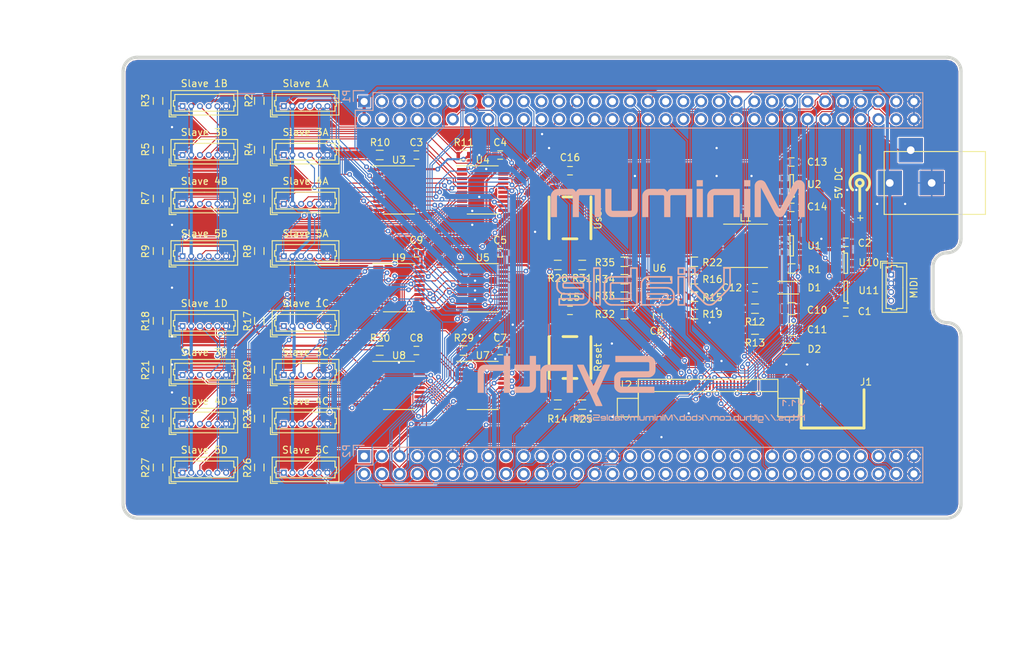
<source format=kicad_pcb>
(kicad_pcb (version 4) (host pcbnew 4.0.4-stable)
  (title_block (title "Minimum Viable Synth - I/O Daughter Board"))
  (layers (0 F.Cu signal) (31 B.Cu signal) (34 B.Paste user) (35 F.Paste user) (36 B.SilkS user) (37 F.SilkS user) (38 B.Mask user) (39 F.Mask user) (44 Edge.Cuts user))
  (net 0 "")
  (net 1 +5V)
  (net 2 GND)
  (net 3 +3V3)
  (net 4 /BKLT_A)
  (net 5 /BKLT_K)
  (net 6 "Net-(C13-Pad1)")
  (net 7 /BTN_~RESET)
  (net 8 /BTN_USER)
  (net 9 /PC13)
  (net 10 "Net-(D1-Pad2)")
  (net 11 /I²C3_SCL)
  (net 12 /I²C3_SDA)
  (net 13 /CTOUCH_WAKE)
  (net 14 /CTOUCH_INT)
  (net 15 /LCD_R0)
  (net 16 /LCD_R1)
  (net 17 /LCD_R2)
  (net 18 /LCD_R3)
  (net 19 /LCD_R4)
  (net 20 /LCD_R5)
  (net 21 /LCD_G0)
  (net 22 /LCD_G1)
  (net 23 /LCD_G2)
  (net 24 /LCD_G3)
  (net 25 /LCD_G4)
  (net 26 /LCD_G5)
  (net 27 /LCD_B0)
  (net 28 /LCD_B1)
  (net 29 /LCD_B2)
  (net 30 /LCD_B3)
  (net 31 /LCD_B4)
  (net 32 /LCD_B5)
  (net 33 /LCD_CLK)
  (net 34 /LCD_DISP)
  (net 35 /LCD_HSYNC)
  (net 36 /LCD_VSYNC)
  (net 37 /LCD_DE)
  (net 38 /RTOUCH_XR)
  (net 39 /RTOUCH_YD)
  (net 40 /RTOUCH_XL)
  (net 41 /RTOUCH_YU)
  (net 42 /PF4)
  (net 43 /PF5)
  (net 44 /PF2)
  (net 45 /PF3)
  (net 46 /PF0)
  (net 47 /PF1)
  (net 48 /PC14)
  (net 49 /PC15)
  (net 50 /PE6)
  (net 51 /PE5)
  (net 52 /PE2)
  (net 53 /PE3)
  (net 54 /PE0)
  (net 55 /PE1)
  (net 56 /BOOT0)
  (net 57 /Vdd)
  (net 58 /PB6)
  (net 59 /PB7)
  (net 60 /PB4)
  (net 61 /PB5)
  (net 62 /PG15)
  (net 63 /PB3)
  (net 64 /PG13)
  (net 65 /PG14)
  (net 66 /PD7)
  (net 67 /PD5)
  (net 68 /PD4)
  (net 69 /PD2)
  (net 70 /PD1)
  (net 71 /PD0)
  (net 72 /PC12)
  (net 73 /PC11)
  (net 74 /PA15)
  (net 75 /PA14)
  (net 76 /PA13)
  (net 77 /MIDI_RX)
  (net 78 /MIDI_TX)
  (net 79 /PC8)
  (net 80 /PG8)
  (net 81 /PG5)
  (net 82 /PG4)
  (net 83 /LCD_PWM)
  (net 84 /N/C)
  (net 85 /PF8)
  (net 86 /PF7)
  (net 87 /PF9)
  (net 88 /PH1)
  (net 89 /PH0)
  (net 90 /PC1)
  (net 91 /PC0)
  (net 92 /PC3)
  (net 93 /PC2)
  (net 94 /PA1)
  (net 95 /PA2)
  (net 96 /PA5)
  (net 97 /PA7)
  (net 98 /PC5)
  (net 99 /PC4)
  (net 100 /PB2)
  (net 101 /PF12)
  (net 102 /PF11)
  (net 103 /PF14)
  (net 104 /PF13)
  (net 105 /PG0)
  (net 106 /PF15)
  (net 107 /PE7)
  (net 108 /PG1)
  (net 109 /PE9)
  (net 110 /PE8)
  (net 111 /PE11)
  (net 112 /PE10)
  (net 113 /PE13)
  (net 114 /PE12)
  (net 115 /PE15)
  (net 116 /PE14)
  (net 117 /PB13)
  (net 118 /PB12)
  (net 119 /PB15)
  (net 120 /PB14)
  (net 121 /PD9)
  (net 122 /PD8)
  (net 123 /PD11)
  (net 124 /PD10)
  (net 125 /PD13)
  (net 126 /PD12)
  (net 127 /PD15)
  (net 128 /PD14)
  (net 129 /PG2)
  (net 130 /SLV1A_MISO)
  (net 131 /SLV1A_SCK)
  (net 132 /SLV1A_MOSI)
  (net 133 /SLV3A_MISO)
  (net 134 /SLV3A_SCK)
  (net 135 /SLV3A_MOSI)
  (net 136 /SLV4A_MISO)
  (net 137 /SLV4A_SCK)
  (net 138 /SLV4A_MOSI)
  (net 139 /SLV5A_MISO)
  (net 140 /SLV5A_SCK)
  (net 141 /SLV5A_MOSI)
  (net 142 /SLV1B_MISO)
  (net 143 /SLV1B_SCK)
  (net 144 /SLV1B_MOSI)
  (net 145 /SLV3B_MISO)
  (net 146 /SLV3B_SCK)
  (net 147 /SLV3B_MOSI)
  (net 148 /SLV4B_MISO)
  (net 149 /SLV4B_SCK)
  (net 150 /SLV4B_MOSI)
  (net 151 /SLV5B_MISO)
  (net 152 /SLV5B_SCK)
  (net 153 /SLV5B_MOSI)
  (net 154 /SLV1C_MISO)
  (net 155 /SLV1C_SCK)
  (net 156 /SLV1C_MOSI)
  (net 157 /SLV3C_MISO)
  (net 158 /SLV3C_SCK)
  (net 159 /SLV3C_MOSI)
  (net 160 /SLV4C_MISO)
  (net 161 /SLV4C_SCK)
  (net 162 /SLV4C_MOSI)
  (net 163 /SLV5C_MISO)
  (net 164 /SLV5C_SCK)
  (net 165 /SLV5C_MOSI)
  (net 166 /SLV1D_MISO)
  (net 167 /SLV1D_SCK)
  (net 168 /SLV1D_MOSI)
  (net 169 /SLV3D_MISO)
  (net 170 /SLV3D_SCK)
  (net 171 /SLV3D_MOSI)
  (net 172 /SLV4D_MISO)
  (net 173 /SLV4D_SCK)
  (net 174 /SLV4D_MOSI)
  (net 175 /SLV5D_MISO)
  (net 176 /SLV5D_SCK)
  (net 177 /SLV5D_MOSI)
  (net 178 /MIDI_TX_5V)
  (net 179 /MIDI_RX_5V)
  (net 180 "Net-(R22-Pad2)")
  (net 181 "Net-(R25-Pad1)")
  (net 182 "Net-(R31-Pad2)")
  (net 183 "Net-(R32-Pad2)")
  (net 184 "Net-(R33-Pad2)")
  (net 185 "Net-(R34-Pad2)")
  (net 186 "Net-(R35-Pad2)")
  (net 187 "Net-(U10-Pad1)")
  (net 188 "Net-(U11-Pad1)")
  (net 189 "Net-(J2-Pad35)")
  (net 190 "Net-(P2-Pad1)")
  (net 191 "Net-(P2-Pad2)")
  (module Via (layer F.Cu) (at 107 78)
    (fp_text reference REF** hide)
    (fp_text value Via hide)
    (pad 1 thru_hole circle (at 0 0) (size 0.6858 0.6858) (drill 0.3302) (layers *.Cu) (net 2 GND))
  )
  (module Via (layer F.Cu) (at 107 82)
    (fp_text reference REF** hide)
    (fp_text value Via hide)
    (pad 1 thru_hole circle (at 0 0) (size 0.6858 0.6858) (drill 0.3302) (layers *.Cu) (net 2 GND))
  )
  (module Via (layer F.Cu) (at 107 74)
    (fp_text reference REF** hide)
    (fp_text value Via hide)
    (pad 1 thru_hole circle (at 0 0) (size 0.6858 0.6858) (drill 0.3302) (layers *.Cu) (net 2 GND))
  )
  (module Via (layer F.Cu) (at 107 44)
    (fp_text reference REF** hide)
    (fp_text value Via hide)
    (pad 1 thru_hole circle (at 0 0) (size 0.6858 0.6858) (drill 0.3302) (layers *.Cu) (net 2 GND))
  )
  (module Via (layer F.Cu) (at 107 53)
    (fp_text reference REF** hide)
    (fp_text value Via hide)
    (pad 1 thru_hole circle (at 0 0) (size 0.6858 0.6858) (drill 0.3302) (layers *.Cu) (net 2 GND))
  )
  (module Via (layer F.Cu) (at 107 58)
    (fp_text reference REF** hide)
    (fp_text value Via hide)
    (pad 1 thru_hole circle (at 0 0) (size 0.6858 0.6858) (drill 0.3302) (layers *.Cu) (net 2 GND))
  )
  (module Via (layer F.Cu) (at 107 67)
    (fp_text reference REF** hide)
    (fp_text value Via hide)
    (pad 1 thru_hole circle (at 0 0) (size 0.6858 0.6858) (drill 0.3302) (layers *.Cu) (net 2 GND))
  )
  (module Via (layer F.Cu) (at 177.1 88.4)
    (fp_text reference REF** hide)
    (fp_text value Via hide)
    (pad 1 thru_hole circle (at 0 0) (size 0.6858 0.6858) (drill 0.3302) (layers *.Cu) (net 2 GND))
  )
  (module Via (layer F.Cu) (at 161 47)
    (fp_text reference REF** hide)
    (fp_text value Via hide)
    (pad 1 thru_hole circle (at 0 0) (size 0.6858 0.6858) (drill 0.3302) (layers *.Cu) (net 2 GND))
  )
  (module Via (layer F.Cu) (at 160 45)
    (fp_text reference REF** hide)
    (fp_text value Via hide)
    (pad 1 thru_hole circle (at 0 0) (size 0.6858 0.6858) (drill 0.3302) (layers *.Cu) (net 2 GND))
  )
  (module Via (layer F.Cu) (at 159 59)
    (fp_text reference REF** hide)
    (fp_text value Via hide)
    (pad 1 thru_hole circle (at 0 0) (size 0.6858 0.6858) (drill 0.3302) (layers *.Cu) (net 2 GND))
  )
  (module Via (layer F.Cu) (at 184 72)
    (fp_text reference REF** hide)
    (fp_text value Via hide)
    (pad 1 thru_hole circle (at 0 0) (size 0.6858 0.6858) (drill 0.3302) (layers *.Cu) (net 2 GND))
  )
  (module Via (layer F.Cu) (at 195 78)
    (fp_text reference REF** hide)
    (fp_text value Via hide)
    (pad 1 thru_hole circle (at 0 0) (size 0.6858 0.6858) (drill 0.3302) (layers *.Cu) (net 2 GND))
  )
  (module Via (layer F.Cu) (at 198 78)
    (fp_text reference REF** hide)
    (fp_text value Via hide)
    (pad 1 thru_hole circle (at 0 0) (size 0.6858 0.6858) (drill 0.3302) (layers *.Cu) (net 2 GND))
  )
  (module Via (layer F.Cu) (at 170.1 85.5)
    (fp_text reference REF** hide)
    (fp_text value Via hide)
    (pad 1 thru_hole circle (at 0 0) (size 0.6858 0.6858) (drill 0.3302) (layers *.Cu) (net 2 GND))
  )
  (module Via (layer F.Cu) (at 181 85)
    (fp_text reference REF** hide)
    (fp_text value Via hide)
    (pad 1 thru_hole circle (at 0 0) (size 0.6858 0.6858) (drill 0.3302) (layers *.Cu) (net 2 GND))
  )
  (module Via (layer F.Cu) (at 185 47)
    (fp_text reference REF** hide)
    (fp_text value Via hide)
    (pad 1 thru_hole circle (at 0 0) (size 0.6858 0.6858) (drill 0.3302) (layers *.Cu) (net 2 GND))
  )
  (module Via (layer F.Cu) (at 128.1 68.6)
    (fp_text reference REF** hide)
    (fp_text value Via hide)
    (pad 1 thru_hole circle (at 0 0) (size 0.6858 0.6858) (drill 0.3302) (layers *.Cu) (net 2 GND))
  )
  (module Via (layer F.Cu) (at 150.4 66)
    (fp_text reference REF** hide)
    (fp_text value Via hide)
    (pad 1 thru_hole circle (at 0 0) (size 0.6858 0.6858) (drill 0.3302) (layers *.Cu) (net 2 GND))
  )
  (module Via (layer F.Cu) (at 150.4 67.4)
    (fp_text reference REF** hide)
    (fp_text value Via hide)
    (pad 1 thru_hole circle (at 0 0) (size 0.6858 0.6858) (drill 0.3302) (layers *.Cu) (net 2 GND))
  )
  (module Via (layer F.Cu) (at 150.4 68.7)
    (fp_text reference REF** hide)
    (fp_text value Via hide)
    (pad 1 thru_hole circle (at 0 0) (size 0.6858 0.6858) (drill 0.3302) (layers *.Cu) (net 2 GND))
  )
  (module Via (layer F.Cu) (at 151.1 73.9)
    (fp_text reference REF** hide)
    (fp_text value Via hide)
    (pad 1 thru_hole circle (at 0 0) (size 0.6858 0.6858) (drill 0.3302) (layers *.Cu) (net 2 GND))
  )
  (module Via (layer F.Cu) (at 153.3 77.2)
    (fp_text reference REF** hide)
    (fp_text value Via hide)
    (pad 1 thru_hole circle (at 0 0) (size 0.6858 0.6858) (drill 0.3302) (layers *.Cu) (net 2 GND))
  )
  (module Via (layer F.Cu) (at 155.8 72.3)
    (fp_text reference REF** hide)
    (fp_text value Via hide)
    (pad 1 thru_hole circle (at 0 0) (size 0.6858 0.6858) (drill 0.3302) (layers *.Cu) (net 2 GND))
  )
  (module Via (layer F.Cu) (at 153.3 73.6)
    (fp_text reference REF** hide)
    (fp_text value Via hide)
    (pad 1 thru_hole circle (at 0 0) (size 0.6858 0.6858) (drill 0.3302) (layers *.Cu) (net 2 GND))
  )
  (module Via (layer F.Cu) (at 149 73)
    (fp_text reference REF** hide)
    (fp_text value Via hide)
    (pad 1 thru_hole circle (at 0 0) (size 0.6858 0.6858) (drill 0.3302) (layers *.Cu) (net 2 GND))
  )
  (module Via (layer F.Cu) (at 151 54)
    (fp_text reference REF** hide)
    (fp_text value Via hide)
    (pad 1 thru_hole circle (at 0 0) (size 0.6858 0.6858) (drill 0.3302) (layers *.Cu) (net 2 GND))
  )
  (module Via (layer F.Cu) (at 151 48)
    (fp_text reference REF** hide)
    (fp_text value Via hide)
    (pad 1 thru_hole circle (at 0 0) (size 0.6858 0.6858) (drill 0.3302) (layers *.Cu) (net 2 GND))
  )
  (module Via (layer F.Cu) (at 152 50)
    (fp_text reference REF** hide)
    (fp_text value Via hide)
    (pad 1 thru_hole circle (at 0 0) (size 0.6858 0.6858) (drill 0.3302) (layers *.Cu) (net 2 GND))
  )
  (module Via (layer F.Cu) (at 150 56)
    (fp_text reference REF** hide)
    (fp_text value Via hide)
    (pad 1 thru_hole circle (at 0 0) (size 0.6858 0.6858) (drill 0.3302) (layers *.Cu) (net 2 GND))
  )
  (module Via (layer F.Cu) (at 150 58)
    (fp_text reference REF** hide)
    (fp_text value Via hide)
    (pad 1 thru_hole circle (at 0 0) (size 0.6858 0.6858) (drill 0.3302) (layers *.Cu) (net 2 GND))
  )
  (module Via (layer F.Cu) (at 203.7 53)
    (fp_text reference REF** hide)
    (fp_text value Via hide)
    (pad 1 thru_hole circle (at 0 0) (size 0.6858 0.6858) (drill 0.3302) (layers *.Cu) (net 2 GND))
  )
  (module Via (layer F.Cu) (at 194.8 56.8)
    (fp_text reference REF** hide)
    (fp_text value Via hide)
    (pad 1 thru_hole circle (at 0 0) (size 0.6858 0.6858) (drill 0.3302) (layers *.Cu) (net 2 GND))
  )
  (module Via (layer F.Cu) (at 185.7 77.5)
    (fp_text reference REF** hide)
    (fp_text value Via hide)
    (pad 1 thru_hole circle (at 0 0) (size 0.6858 0.6858) (drill 0.3302) (layers *.Cu) (net 2 GND))
  )
  (module Via (layer F.Cu) (at 173.3 51)
    (fp_text reference REF** hide)
    (fp_text value Via hide)
    (pad 1 thru_hole circle (at 0 0) (size 0.6858 0.6858) (drill 0.3302) (layers *.Cu) (net 2 GND))
  )
  (module Via (layer F.Cu) (at 212 55)
    (fp_text reference REF** hide)
    (fp_text value Via hide)
    (pad 1 thru_hole circle (at 0 0) (size 0.6858 0.6858) (drill 0.3302) (layers *.Cu) (net 2 GND))
  )
  (module Via (layer F.Cu) (at 208 55)
    (fp_text reference REF** hide)
    (fp_text value Via hide)
    (pad 1 thru_hole circle (at 0 0) (size 0.6858 0.6858) (drill 0.3302) (layers *.Cu) (net 2 GND))
  )
  (module Via (layer F.Cu) (at 205 53)
    (fp_text reference REF** hide)
    (fp_text value Via hide)
    (pad 1 thru_hole circle (at 0 0) (size 0.6858 0.6858) (drill 0.3302) (layers *.Cu) (net 2 GND))
  )
  (module Via (layer F.Cu) (at 202 53)
    (fp_text reference REF** hide)
    (fp_text value Via hide)
    (pad 1 thru_hole circle (at 0 0) (size 0.6858 0.6858) (drill 0.3302) (layers *.Cu) (net 2 GND))
  )
  (module Via (layer F.Cu) (at 139.5 77.725)
    (fp_text reference REF** hide)
    (fp_text value Via hide)
    (pad 1 thru_hole circle (at 0 0) (size 0.6858 0.6858) (drill 0.3302) (layers *.Cu) (net 2 GND))
  )
  (module Via (layer F.Cu) (at 170 65)
    (fp_text reference REF** hide)
    (fp_text value Via hide)
    (pad 1 thru_hole circle (at 0 0) (size 0.6858 0.6858) (drill 0.3302) (layers *.Cu) (net 2 GND))
  )
  (module Via (layer F.Cu) (at 170 75)
    (fp_text reference REF** hide)
    (fp_text value Via hide)
    (pad 1 thru_hole circle (at 0 0) (size 0.6858 0.6858) (drill 0.3302) (layers *.Cu) (net 2 GND))
  )
  (module Via (layer F.Cu) (at 200 60)
    (fp_text reference REF** hide)
    (fp_text value Via hide)
    (pad 1 thru_hole circle (at 0 0) (size 0.6858 0.6858) (drill 0.3302) (layers *.Cu) (net 2 GND))
  )
  (module Via (layer F.Cu) (at 185 70)
    (fp_text reference REF** hide)
    (fp_text value Via hide)
    (pad 1 thru_hole circle (at 0 0) (size 0.6858 0.6858) (drill 0.3302) (layers *.Cu) (net 2 GND))
  )
  (module Via (layer F.Cu) (at 190 51)
    (fp_text reference REF** hide)
    (fp_text value Via hide)
    (pad 1 thru_hole circle (at 0 0) (size 0.6858 0.6858) (drill 0.3302) (layers *.Cu) (net 2 GND))
  )
  (module Via (layer F.Cu) (at 185 51)
    (fp_text reference REF** hide)
    (fp_text value Via hide)
    (pad 1 thru_hole circle (at 0 0) (size 0.6858 0.6858) (drill 0.3302) (layers *.Cu) (net 2 GND))
  )
  (module Connectors_Molex:Molex_PicoBlade_53047-0410_04x1.25mm_Straight (layer F.Cu) (at 210 65.125 270)
    (fp_text reference P19 hide)
    (fp_text value MIDI (at 1.875 -3.25 270) (layer F.SilkS))
    (pad 1 thru_hole rect (at 0 0 270) (size 0.85 0.85) (drill 0.5) (layers *.Cu *.Mask) (net 1 +5V))
    (pad 2 thru_hole circle (at 1.25 0 270) (size 0.85 0.85) (drill 0.5) (layers *.Cu *.Mask) (net 2 GND))
    (pad 3 thru_hole circle (at 2.5 0 270) (size 0.85 0.85) (drill 0.5) (layers *.Cu *.Mask) (net 178 /MIDI_TX_5V))
    (pad 4 thru_hole circle (at 3.75 0 270) (size 0.85 0.85) (drill 0.5) (layers *.Cu *.Mask) (net 179 /MIDI_RX_5V))
  )
  (module Capacitors_SMD:C_0603 (layer F.Cu) (at 203.5 70.5)
    (fp_text reference C1 (at 2.7 -0.1) (layer F.SilkS))
    (fp_text value 100nF)
    (pad 1 smd rect (at -0.75 0) (size 0.8 0.75) (layers F.Cu F.Paste F.Mask) (net 1 +5V))
    (pad 2 smd rect (at 0.75 0) (size 0.8 0.75) (layers F.Cu F.Paste F.Mask) (net 2 GND))
  )
  (module Capacitors_SMD:C_0603 (layer F.Cu) (at 203.5 60.5 180)
    (fp_text reference C2 (at -2.7 -0.1 180) (layer F.SilkS))
    (fp_text value 100nF)
    (pad 1 smd rect (at -0.75 0 180) (size 0.8 0.75) (layers F.Cu F.Paste F.Mask) (net 1 +5V))
    (pad 2 smd rect (at 0.75 0 180) (size 0.8 0.75) (layers F.Cu F.Paste F.Mask) (net 2 GND))
  )
  (module Capacitors_SMD:C_0603 (layer F.Cu) (at 142 48 180)
    (fp_text reference C3 (at 0 1.8 180) (layer F.SilkS))
    (fp_text value 100nF)
    (pad 1 smd rect (at -0.75 0 180) (size 0.8 0.75) (layers F.Cu F.Paste F.Mask) (net 3 +3V3))
    (pad 2 smd rect (at 0.75 0 180) (size 0.8 0.75) (layers F.Cu F.Paste F.Mask) (net 2 GND))
  )
  (module Capacitors_SMD:C_0603 (layer F.Cu) (at 154 48 180)
    (fp_text reference C4 (at 0 1.8 180) (layer F.SilkS))
    (fp_text value 100nF)
    (pad 1 smd rect (at -0.75 0 180) (size 0.8 0.75) (layers F.Cu F.Paste F.Mask) (net 3 +3V3))
    (pad 2 smd rect (at 0.75 0 180) (size 0.8 0.75) (layers F.Cu F.Paste F.Mask) (net 2 GND))
  )
  (module Capacitors_SMD:C_0603 (layer F.Cu) (at 154 62 180)
    (fp_text reference C5 (at 0 1.8 180) (layer F.SilkS))
    (fp_text value 100nF)
    (pad 1 smd rect (at -0.75 0 180) (size 0.8 0.75) (layers F.Cu F.Paste F.Mask) (net 3 +3V3))
    (pad 2 smd rect (at 0.75 0 180) (size 0.8 0.75) (layers F.Cu F.Paste F.Mask) (net 2 GND))
  )
  (module Capacitors_SMD:C_0603 (layer F.Cu) (at 176.547 71.0392 270)
    (fp_text reference C6 (at 2.1608 0.147 360) (layer F.SilkS))
    (fp_text value 100nF)
    (pad 1 smd rect (at -0.75 0 270) (size 0.8 0.75) (layers F.Cu F.Paste F.Mask) (net 3 +3V3))
    (pad 2 smd rect (at 0.75 0 270) (size 0.8 0.75) (layers F.Cu F.Paste F.Mask) (net 2 GND))
  )
  (module Capacitors_SMD:C_0603 (layer F.Cu) (at 154 76 180)
    (fp_text reference C7 (at 0 1.8 180) (layer F.SilkS))
    (fp_text value 100nF)
    (pad 1 smd rect (at -0.75 0 180) (size 0.8 0.75) (layers F.Cu F.Paste F.Mask) (net 3 +3V3))
    (pad 2 smd rect (at 0.75 0 180) (size 0.8 0.75) (layers F.Cu F.Paste F.Mask) (net 2 GND))
  )
  (module Capacitors_SMD:C_0603 (layer F.Cu) (at 142 76 180)
    (fp_text reference C8 (at 0 1.8 180) (layer F.SilkS))
    (fp_text value 100nF)
    (pad 1 smd rect (at -0.75 0 180) (size 0.8 0.75) (layers F.Cu F.Paste F.Mask) (net 3 +3V3))
    (pad 2 smd rect (at 0.75 0 180) (size 0.8 0.75) (layers F.Cu F.Paste F.Mask) (net 2 GND))
  )
  (module Capacitors_SMD:C_0603 (layer F.Cu) (at 142 62 180)
    (fp_text reference C9 (at 0 1.8 180) (layer F.SilkS))
    (fp_text value 100nF)
    (pad 1 smd rect (at -0.75 0 180) (size 0.8 0.75) (layers F.Cu F.Paste F.Mask) (net 3 +3V3))
    (pad 2 smd rect (at 0.75 0 180) (size 0.8 0.75) (layers F.Cu F.Paste F.Mask) (net 2 GND))
  )
  (module Capacitors_SMD:C_0805 (layer F.Cu) (at 195.75 70)
    (fp_text reference C10 (at 3.65 0.2) (layer F.SilkS))
    (fp_text value 1µF)
    (pad 1 smd rect (at -1 0) (size 1 1.25) (layers F.Cu F.Paste F.Mask) (net 4 /BKLT_A))
    (pad 2 smd rect (at 1 0) (size 1 1.25) (layers F.Cu F.Paste F.Mask) (net 2 GND))
  )
  (module Capacitors_SMD:C_0805 (layer F.Cu) (at 195.75 73)
    (fp_text reference C11 (at 3.65 0) (layer F.SilkS))
    (fp_text value 1µF)
    (pad 1 smd rect (at -1 0) (size 1 1.25) (layers F.Cu F.Paste F.Mask) (net 4 /BKLT_A))
    (pad 2 smd rect (at 1 0) (size 1 1.25) (layers F.Cu F.Paste F.Mask) (net 2 GND))
  )
  (module Capacitors_SMD:C_0603 (layer F.Cu) (at 190.5 67 180)
    (fp_text reference C12 (at 3.3 0 180) (layer F.SilkS))
    (fp_text value 100nF)
    (pad 1 smd rect (at -0.75 0 180) (size 0.8 0.75) (layers F.Cu F.Paste F.Mask) (net 5 /BKLT_K))
    (pad 2 smd rect (at 0.75 0 180) (size 0.8 0.75) (layers F.Cu F.Paste F.Mask) (net 2 GND))
  )
  (module Capacitors_SMD:C_0603 (layer F.Cu) (at 195.75 49)
    (fp_text reference C13 (at 3.65 0) (layer F.SilkS))
    (fp_text value 10nF)
    (pad 1 smd rect (at -0.75 0) (size 0.8 0.75) (layers F.Cu F.Paste F.Mask) (net 6 "Net-(C13-Pad1)"))
    (pad 2 smd rect (at 0.75 0) (size 0.8 0.75) (layers F.Cu F.Paste F.Mask) (net 2 GND))
  )
  (module Capacitors_SMD:C_0603 (layer F.Cu) (at 195.75 55.5)
    (fp_text reference C14 (at 3.65 -0.1) (layer F.SilkS))
    (fp_text value 1µF)
    (pad 1 smd rect (at -0.75 0) (size 0.8 0.75) (layers F.Cu F.Paste F.Mask) (net 3 +3V3))
    (pad 2 smd rect (at 0.75 0) (size 0.8 0.75) (layers F.Cu F.Paste F.Mask) (net 2 GND))
  )
  (module Capacitors_SMD:C_0603 (layer F.Cu) (at 164 70.25)
    (fp_text reference C15 (at 0 -1.9) (layer F.SilkS))
    (fp_text value 1nF)
    (pad 1 smd rect (at -0.75 0) (size 0.8 0.75) (layers F.Cu F.Paste F.Mask) (net 7 /BTN_~RESET))
    (pad 2 smd rect (at 0.75 0) (size 0.8 0.75) (layers F.Cu F.Paste F.Mask) (net 2 GND))
  )
  (module Capacitors_SMD:C_0603 (layer F.Cu) (at 164 50.25)
    (fp_text reference C16 (at 0 -1.9) (layer F.SilkS))
    (fp_text value 1nF)
    (pad 1 smd rect (at -0.75 0) (size 0.8 0.75) (layers F.Cu F.Paste F.Mask) (net 8 /BTN_USER))
    (pad 2 smd rect (at 0.75 0) (size 0.8 0.75) (layers F.Cu F.Paste F.Mask) (net 2 GND))
  )
  (module Diodes_SMD:SOD-123 (layer F.Cu) (at 195.75 67)
    (fp_text reference D1 (at 3.25 0) (layer F.SilkS))
    (fp_text value MBR0540)
    (pad 1 smd rect (at -1.635 0) (size 0.91 1.22) (layers F.Cu F.Paste F.Mask) (net 4 /BKLT_A))
    (pad 2 smd rect (at 1.635 0) (size 0.91 1.22) (layers F.Cu F.Paste F.Mask) (net 10 "Net-(D1-Pad2)"))
  )
  (module Diodes_SMD:SOD-323 (layer F.Cu) (at 195.75 75.75)
    (fp_text reference D2 (at 3.25 0.05) (layer F.SilkS))
    (fp_text value 24V)
    (pad 1 smd rect (at -1.055 0) (size 0.59 0.45) (layers F.Cu F.Paste F.Mask) (net 4 /BKLT_A))
    (pad 2 smd rect (at 1.055 0) (size 0.59 0.45) (layers F.Cu F.Paste F.Mask) (net 5 /BKLT_K))
  )
  (module Inductors:Inductor_Taiyo-Yuden_NR-60xx (layer F.Cu) (at 189.15 61)
    (fp_text reference L1 (at 0 -4) (layer F.SilkS))
    (fp_text value 10µH)
    (pad 1 smd rect (at -2.35 0) (size 1.6 5.9) (layers F.Cu F.Paste F.Mask) (net 1 +5V))
    (pad 2 smd rect (at 2.35 0) (size 1.6 5.9) (layers F.Cu F.Paste F.Mask) (net 10 "Net-(D1-Pad2)"))
  )
  (module Resistors_SMD:R_0603 (layer F.Cu) (at 195.75 64.25 180)
    (fp_text reference R1 (at -3.25 -0.15 180) (layer F.SilkS))
    (fp_text value 10K)
    (pad 1 smd rect (at -0.75 0 180) (size 0.5 0.9) (layers F.Cu F.Paste F.Mask) (net 83 /LCD_PWM))
    (pad 2 smd rect (at 0.75 0 180) (size 0.5 0.9) (layers F.Cu F.Paste F.Mask) (net 2 GND))
  )
  (module Resistors_SMD:R_0603 (layer F.Cu) (at 119.5 40.25 270)
    (fp_text reference R2 (at -0.05 1.5 270) (layer F.SilkS))
    (fp_text value 10K)
    (pad 1 smd rect (at -0.75 0 270) (size 0.5 0.9) (layers F.Cu F.Paste F.Mask) (net 3 +3V3))
    (pad 2 smd rect (at 0.75 0 270) (size 0.5 0.9) (layers F.Cu F.Paste F.Mask) (net 130 /SLV1A_MISO))
  )
  (module Resistors_SMD:R_0603 (layer F.Cu) (at 105 40.25 270)
    (fp_text reference R3 (at -0.05 1.8 270) (layer F.SilkS))
    (fp_text value 10K)
    (pad 1 smd rect (at -0.75 0 270) (size 0.5 0.9) (layers F.Cu F.Paste F.Mask) (net 3 +3V3))
    (pad 2 smd rect (at 0.75 0 270) (size 0.5 0.9) (layers F.Cu F.Paste F.Mask) (net 142 /SLV1B_MISO))
  )
  (module Resistors_SMD:R_0603 (layer F.Cu) (at 119.5 47.25 270)
    (fp_text reference R4 (at -0.05 1.5 270) (layer F.SilkS))
    (fp_text value 10K)
    (pad 1 smd rect (at -0.75 0 270) (size 0.5 0.9) (layers F.Cu F.Paste F.Mask) (net 3 +3V3))
    (pad 2 smd rect (at 0.75 0 270) (size 0.5 0.9) (layers F.Cu F.Paste F.Mask) (net 133 /SLV3A_MISO))
  )
  (module Resistors_SMD:R_0603 (layer F.Cu) (at 105 47.25 270)
    (fp_text reference R5 (at -0.05 1.8 270) (layer F.SilkS))
    (fp_text value 10K)
    (pad 1 smd rect (at -0.75 0 270) (size 0.5 0.9) (layers F.Cu F.Paste F.Mask) (net 3 +3V3))
    (pad 2 smd rect (at 0.75 0 270) (size 0.5 0.9) (layers F.Cu F.Paste F.Mask) (net 145 /SLV3B_MISO))
  )
  (module Resistors_SMD:R_0603 (layer F.Cu) (at 119.5 54.25 270)
    (fp_text reference R6 (at -0.05 1.7 270) (layer F.SilkS))
    (fp_text value 10K)
    (pad 1 smd rect (at -0.75 0 270) (size 0.5 0.9) (layers F.Cu F.Paste F.Mask) (net 3 +3V3))
    (pad 2 smd rect (at 0.75 0 270) (size 0.5 0.9) (layers F.Cu F.Paste F.Mask) (net 136 /SLV4A_MISO))
  )
  (module Resistors_SMD:R_0603 (layer F.Cu) (at 105 54.25 270)
    (fp_text reference R7 (at -0.05 1.8 270) (layer F.SilkS))
    (fp_text value 10K)
    (pad 1 smd rect (at -0.75 0 270) (size 0.5 0.9) (layers F.Cu F.Paste F.Mask) (net 3 +3V3))
    (pad 2 smd rect (at 0.75 0 270) (size 0.5 0.9) (layers F.Cu F.Paste F.Mask) (net 148 /SLV4B_MISO))
  )
  (module Resistors_SMD:R_0603 (layer F.Cu) (at 119.5 61.75 270)
    (fp_text reference R8 (at 0.05 1.7 270) (layer F.SilkS))
    (fp_text value 10K)
    (pad 1 smd rect (at -0.75 0 270) (size 0.5 0.9) (layers F.Cu F.Paste F.Mask) (net 3 +3V3))
    (pad 2 smd rect (at 0.75 0 270) (size 0.5 0.9) (layers F.Cu F.Paste F.Mask) (net 139 /SLV5A_MISO))
  )
  (module Resistors_SMD:R_0603 (layer F.Cu) (at 105 61.75 270)
    (fp_text reference R9 (at 0.05 1.8 270) (layer F.SilkS))
    (fp_text value 10K)
    (pad 1 smd rect (at -0.75 0 270) (size 0.5 0.9) (layers F.Cu F.Paste F.Mask) (net 3 +3V3))
    (pad 2 smd rect (at 0.75 0 270) (size 0.5 0.9) (layers F.Cu F.Paste F.Mask) (net 151 /SLV5B_MISO))
  )
  (module Resistors_SMD:R_0603 (layer F.Cu) (at 136.75 48 180)
    (fp_text reference R10 (at -0.05 1.8 180) (layer F.SilkS))
    (fp_text value 10K)
    (pad 1 smd rect (at -0.75 0 180) (size 0.5 0.9) (layers F.Cu F.Paste F.Mask) (net 3 +3V3))
    (pad 2 smd rect (at 0.75 0 180) (size 0.5 0.9) (layers F.Cu F.Paste F.Mask) (net 59 /PB7))
  )
  (module Resistors_SMD:R_0603 (layer F.Cu) (at 148.75 48 180)
    (fp_text reference R11 (at -0.05 1.8 180) (layer F.SilkS))
    (fp_text value 10K)
    (pad 1 smd rect (at -0.75 0 180) (size 0.5 0.9) (layers F.Cu F.Paste F.Mask) (net 3 +3V3))
    (pad 2 smd rect (at 0.75 0 180) (size 0.5 0.9) (layers F.Cu F.Paste F.Mask) (net 53 /PE3))
  )
  (module Resistors_SMD:R_0603 (layer F.Cu) (at 162.25 83.75)
    (fp_text reference R14 (at -0.05 2.05) (layer F.SilkS))
    (fp_text value 1M)
    (pad 1 smd rect (at -0.75 0) (size 0.5 0.9) (layers F.Cu F.Paste F.Mask) (net 3 +3V3))
    (pad 2 smd rect (at 0.75 0) (size 0.5 0.9) (layers F.Cu F.Paste F.Mask) (net 7 /BTN_~RESET))
  )
  (module Resistors_SMD:R_0603 (layer F.Cu) (at 181.797 68.2892 180)
    (fp_text reference R15 (at -2.603 -0.1108 180) (layer F.SilkS))
    (fp_text value 4K7)
    (pad 1 smd rect (at -0.75 0 180) (size 0.5 0.9) (layers F.Cu F.Paste F.Mask) (net 3 +3V3))
    (pad 2 smd rect (at 0.75 0 180) (size 0.5 0.9) (layers F.Cu F.Paste F.Mask) (net 11 /I²C3_SCL))
  )
  (module Resistors_SMD:R_0603 (layer F.Cu) (at 181.797 65.7892 180)
    (fp_text reference R16 (at -2.603 -0.0108 180) (layer F.SilkS))
    (fp_text value 4K7)
    (pad 1 smd rect (at -0.75 0 180) (size 0.5 0.9) (layers F.Cu F.Paste F.Mask) (net 3 +3V3))
    (pad 2 smd rect (at 0.75 0 180) (size 0.5 0.9) (layers F.Cu F.Paste F.Mask) (net 12 /I²C3_SDA))
  )
  (module Resistors_SMD:R_0603 (layer F.Cu) (at 119.5 71.75 270)
    (fp_text reference R17 (at 0.05 1.7 270) (layer F.SilkS))
    (fp_text value 10K)
    (pad 1 smd rect (at -0.75 0 270) (size 0.5 0.9) (layers F.Cu F.Paste F.Mask) (net 3 +3V3))
    (pad 2 smd rect (at 0.75 0 270) (size 0.5 0.9) (layers F.Cu F.Paste F.Mask) (net 154 /SLV1C_MISO))
  )
  (module Resistors_SMD:R_0603 (layer F.Cu) (at 105 71.75 270)
    (fp_text reference R18 (at 0.05 1.8 270) (layer F.SilkS))
    (fp_text value 10K)
    (pad 1 smd rect (at -0.75 0 270) (size 0.5 0.9) (layers F.Cu F.Paste F.Mask) (net 3 +3V3))
    (pad 2 smd rect (at 0.75 0 270) (size 0.5 0.9) (layers F.Cu F.Paste F.Mask) (net 166 /SLV1D_MISO))
  )
  (module Resistors_SMD:R_0603 (layer F.Cu) (at 181.797 70.7892 180)
    (fp_text reference R19 (at -2.603 -0.0108 180) (layer F.SilkS))
    (fp_text value 4K7)
    (pad 1 smd rect (at -0.75 0 180) (size 0.5 0.9) (layers F.Cu F.Paste F.Mask) (net 3 +3V3))
    (pad 2 smd rect (at 0.75 0 180) (size 0.5 0.9) (layers F.Cu F.Paste F.Mask) (net 129 /PG2))
  )
  (module Resistors_SMD:R_0603 (layer F.Cu) (at 119.5 78.75 270)
    (fp_text reference R20 (at 0.05 1.7 270) (layer F.SilkS))
    (fp_text value 10K)
    (pad 1 smd rect (at -0.75 0 270) (size 0.5 0.9) (layers F.Cu F.Paste F.Mask) (net 3 +3V3))
    (pad 2 smd rect (at 0.75 0 270) (size 0.5 0.9) (layers F.Cu F.Paste F.Mask) (net 157 /SLV3C_MISO))
  )
  (module Resistors_SMD:R_0603 (layer F.Cu) (at 105 78.75 270)
    (fp_text reference R21 (at 0.05 1.8 270) (layer F.SilkS))
    (fp_text value 10K)
    (pad 1 smd rect (at -0.75 0 270) (size 0.5 0.9) (layers F.Cu F.Paste F.Mask) (net 3 +3V3))
    (pad 2 smd rect (at 0.75 0 270) (size 0.5 0.9) (layers F.Cu F.Paste F.Mask) (net 169 /SLV3D_MISO))
  )
  (module Resistors_SMD:R_0603 (layer F.Cu) (at 181.797 63.2892 180)
    (fp_text reference R22 (at -2.603 -0.1108 180) (layer F.SilkS))
    (fp_text value 4K7)
    (pad 1 smd rect (at -0.75 0 180) (size 0.5 0.9) (layers F.Cu F.Paste F.Mask) (net 3 +3V3))
    (pad 2 smd rect (at 0.75 0 180) (size 0.5 0.9) (layers F.Cu F.Paste F.Mask) (net 180 "Net-(R22-Pad2)"))
  )
  (module Resistors_SMD:R_0603 (layer F.Cu) (at 119.5 85.75 270)
    (fp_text reference R23 (at 0.05 1.7 270) (layer F.SilkS))
    (fp_text value 10K)
    (pad 1 smd rect (at -0.75 0 270) (size 0.5 0.9) (layers F.Cu F.Paste F.Mask) (net 3 +3V3))
    (pad 2 smd rect (at 0.75 0 270) (size 0.5 0.9) (layers F.Cu F.Paste F.Mask) (net 160 /SLV4C_MISO))
  )
  (module Resistors_SMD:R_0603 (layer F.Cu) (at 105 85.75 270)
    (fp_text reference R24 (at 0.05 1.8 270) (layer F.SilkS))
    (fp_text value 10K)
    (pad 1 smd rect (at -0.75 0 270) (size 0.5 0.9) (layers F.Cu F.Paste F.Mask) (net 3 +3V3))
    (pad 2 smd rect (at 0.75 0 270) (size 0.5 0.9) (layers F.Cu F.Paste F.Mask) (net 172 /SLV4D_MISO))
  )
  (module Resistors_SMD:R_0603 (layer F.Cu) (at 165.75 83.75)
    (fp_text reference R25 (at 0.05 2.05) (layer F.SilkS))
    (fp_text value 100)
    (pad 1 smd rect (at -0.75 0) (size 0.5 0.9) (layers F.Cu F.Paste F.Mask) (net 181 "Net-(R25-Pad1)"))
    (pad 2 smd rect (at 0.75 0) (size 0.5 0.9) (layers F.Cu F.Paste F.Mask) (net 2 GND))
  )
  (module Resistors_SMD:R_0603 (layer F.Cu) (at 119.5 92.75 270)
    (fp_text reference R26 (at 0.05 1.7 270) (layer F.SilkS))
    (fp_text value 10K)
    (pad 1 smd rect (at -0.75 0 270) (size 0.5 0.9) (layers F.Cu F.Paste F.Mask) (net 3 +3V3))
    (pad 2 smd rect (at 0.75 0 270) (size 0.5 0.9) (layers F.Cu F.Paste F.Mask) (net 163 /SLV5C_MISO))
  )
  (module Resistors_SMD:R_0603 (layer F.Cu) (at 105 92.75 270)
    (fp_text reference R27 (at 0.05 1.8 270) (layer F.SilkS))
    (fp_text value 10K)
    (pad 1 smd rect (at -0.75 0 270) (size 0.5 0.9) (layers F.Cu F.Paste F.Mask) (net 3 +3V3))
    (pad 2 smd rect (at 0.75 0 270) (size 0.5 0.9) (layers F.Cu F.Paste F.Mask) (net 175 /SLV5D_MISO))
  )
  (module Resistors_SMD:R_0603 (layer F.Cu) (at 162.25 63.75 180)
    (fp_text reference R28 (at 0 -1.9 180) (layer F.SilkS))
    (fp_text value 1M)
    (pad 1 smd rect (at -0.75 0 180) (size 0.5 0.9) (layers F.Cu F.Paste F.Mask) (net 8 /BTN_USER))
    (pad 2 smd rect (at 0.75 0 180) (size 0.5 0.9) (layers F.Cu F.Paste F.Mask) (net 2 GND))
  )
  (module Resistors_SMD:R_0603 (layer F.Cu) (at 148.75 76 180)
    (fp_text reference R29 (at -0.05 1.8 180) (layer F.SilkS))
    (fp_text value 10K)
    (pad 1 smd rect (at -0.75 0 180) (size 0.5 0.9) (layers F.Cu F.Paste F.Mask) (net 3 +3V3))
    (pad 2 smd rect (at 0.75 0 180) (size 0.5 0.9) (layers F.Cu F.Paste F.Mask) (net 92 /PC3))
  )
  (module Resistors_SMD:R_0603 (layer F.Cu) (at 136.75 76 180)
    (fp_text reference R30 (at -0.05 1.8 180) (layer F.SilkS))
    (fp_text value 10K)
    (pad 1 smd rect (at -0.75 0 180) (size 0.5 0.9) (layers F.Cu F.Paste F.Mask) (net 3 +3V3))
    (pad 2 smd rect (at 0.75 0 180) (size 0.5 0.9) (layers F.Cu F.Paste F.Mask) (net 79 /PC8))
  )
  (module Resistors_SMD:R_0603 (layer F.Cu) (at 165.75 63.75 180)
    (fp_text reference R31 (at 0 -1.9 180) (layer F.SilkS))
    (fp_text value 100)
    (pad 1 smd rect (at -0.75 0 180) (size 0.5 0.9) (layers F.Cu F.Paste F.Mask) (net 3 +3V3))
    (pad 2 smd rect (at 0.75 0 180) (size 0.5 0.9) (layers F.Cu F.Paste F.Mask) (net 182 "Net-(R31-Pad2)"))
  )
  (module Resistors_SMD:R_0603 (layer F.Cu) (at 171.797 70.7892)
    (fp_text reference R32 (at -2.797 0.0108) (layer F.SilkS))
    (fp_text value 100K)
    (pad 1 smd rect (at -0.75 0) (size 0.5 0.9) (layers F.Cu F.Paste F.Mask) (net 2 GND))
    (pad 2 smd rect (at 0.75 0) (size 0.5 0.9) (layers F.Cu F.Paste F.Mask) (net 183 "Net-(R32-Pad2)"))
  )
  (module Resistors_SMD:R_0603 (layer F.Cu) (at 171.797 68.2892)
    (fp_text reference R33 (at -2.797 -0.0892) (layer F.SilkS))
    (fp_text value 100K)
    (pad 1 smd rect (at -0.75 0) (size 0.5 0.9) (layers F.Cu F.Paste F.Mask) (net 2 GND))
    (pad 2 smd rect (at 0.75 0) (size 0.5 0.9) (layers F.Cu F.Paste F.Mask) (net 184 "Net-(R33-Pad2)"))
  )
  (module Resistors_SMD:R_0603 (layer F.Cu) (at 171.797 65.7892)
    (fp_text reference R34 (at -2.797 0.0108) (layer F.SilkS))
    (fp_text value 100K)
    (pad 1 smd rect (at -0.75 0) (size 0.5 0.9) (layers F.Cu F.Paste F.Mask) (net 2 GND))
    (pad 2 smd rect (at 0.75 0) (size 0.5 0.9) (layers F.Cu F.Paste F.Mask) (net 185 "Net-(R34-Pad2)"))
  )
  (module Resistors_SMD:R_0603 (layer F.Cu) (at 171.797 63.2892)
    (fp_text reference R35 (at -2.797 0.1108) (layer F.SilkS))
    (fp_text value 100K)
    (pad 1 smd rect (at -0.75 0) (size 0.5 0.9) (layers F.Cu F.Paste F.Mask) (net 2 GND))
    (pad 2 smd rect (at 0.75 0) (size 0.5 0.9) (layers F.Cu F.Paste F.Mask) (net 186 "Net-(R35-Pad2)"))
  )
  (module TO_SOT_Packages_SMD:SOT-23-5 (layer F.Cu) (at 195.75 61)
    (fp_text reference U1 (at 3.25 0) (layer F.SilkS))
    (fp_text value FAN5333BSX)
    (pad 1 smd rect (at -1.1 -0.95) (size 1.06 0.65) (layers F.Cu F.Paste F.Mask) (net 10 "Net-(D1-Pad2)"))
    (pad 2 smd rect (at -1.1 0) (size 1.06 0.65) (layers F.Cu F.Paste F.Mask) (net 2 GND))
    (pad 3 smd rect (at -1.1 0.95) (size 1.06 0.65) (layers F.Cu F.Paste F.Mask) (net 5 /BKLT_K))
    (pad 4 smd rect (at 1.1 0.95) (size 1.06 0.65) (layers F.Cu F.Paste F.Mask) (net 83 /LCD_PWM))
    (pad 5 smd rect (at 1.1 -0.95) (size 1.06 0.65) (layers F.Cu F.Paste F.Mask) (net 1 +5V))
  )
  (module TO_SOT_Packages_SMD:SOT-23-5 (layer F.Cu) (at 195.75 52.25 180)
    (fp_text reference U2 (at -3.25 0.05 180) (layer F.SilkS))
    (fp_text value SPX3819M5-L-3-3)
    (pad 1 smd rect (at -1.1 -0.95 180) (size 1.06 0.65) (layers F.Cu F.Paste F.Mask) (net 1 +5V))
    (pad 2 smd rect (at -1.1 0 180) (size 1.06 0.65) (layers F.Cu F.Paste F.Mask) (net 2 GND))
    (pad 3 smd rect (at -1.1 0.95 180) (size 1.06 0.65) (layers F.Cu F.Paste F.Mask) (net 1 +5V))
    (pad 4 smd rect (at 1.1 0.95 180) (size 1.06 0.65) (layers F.Cu F.Paste F.Mask) (net 6 "Net-(C13-Pad1)"))
    (pad 5 smd rect (at 1.1 -0.95 180) (size 1.06 0.65) (layers F.Cu F.Paste F.Mask) (net 3 +3V3))
  )
  (module Housings_SSOP:TSSOP-20_4.4x6.5mm_Pitch0.65mm (layer F.Cu) (at 139.5 53)
    (fp_text reference U3 (at 0 -4.3) (layer F.SilkS))
    (fp_text value 74HC244)
    (pad 1 smd rect (at -2.95 -2.925) (size 1.45 0.45) (layers F.Cu F.Paste F.Mask) (net 59 /PB7))
    (pad 2 smd rect (at -2.95 -2.275) (size 1.45 0.45) (layers F.Cu F.Paste F.Mask) (net 130 /SLV1A_MISO))
    (pad 3 smd rect (at -2.95 -1.625) (size 1.45 0.45) (layers F.Cu F.Paste F.Mask) (net 131 /SLV1A_SCK))
    (pad 4 smd rect (at -2.95 -0.975) (size 1.45 0.45) (layers F.Cu F.Paste F.Mask) (net 133 /SLV3A_MISO))
    (pad 5 smd rect (at -2.95 -0.325) (size 1.45 0.45) (layers F.Cu F.Paste F.Mask) (net 134 /SLV3A_SCK))
    (pad 6 smd rect (at -2.95 0.325) (size 1.45 0.45) (layers F.Cu F.Paste F.Mask) (net 136 /SLV4A_MISO))
    (pad 7 smd rect (at -2.95 0.975) (size 1.45 0.45) (layers F.Cu F.Paste F.Mask) (net 137 /SLV4A_SCK))
    (pad 8 smd rect (at -2.95 1.625) (size 1.45 0.45) (layers F.Cu F.Paste F.Mask) (net 139 /SLV5A_MISO))
    (pad 9 smd rect (at -2.95 2.275) (size 1.45 0.45) (layers F.Cu F.Paste F.Mask) (net 140 /SLV5A_SCK))
    (pad 10 smd rect (at -2.95 2.925) (size 1.45 0.45) (layers F.Cu F.Paste F.Mask) (net 2 GND))
    (pad 11 smd rect (at 2.95 2.925) (size 1.45 0.45) (layers F.Cu F.Paste F.Mask) (net 86 /PF7))
    (pad 12 smd rect (at 2.95 2.275) (size 1.45 0.45) (layers F.Cu F.Paste F.Mask) (net 85 /PF8))
    (pad 13 smd rect (at 2.95 1.625) (size 1.45 0.45) (layers F.Cu F.Paste F.Mask) (net 52 /PE2))
    (pad 14 smd rect (at 2.95 0.975) (size 1.45 0.45) (layers F.Cu F.Paste F.Mask) (net 51 /PE5))
    (pad 15 smd rect (at 2.95 0.325) (size 1.45 0.45) (layers F.Cu F.Paste F.Mask) (net 63 /PB3))
    (pad 16 smd rect (at 2.95 -0.325) (size 1.45 0.45) (layers F.Cu F.Paste F.Mask) (net 73 /PC11))
    (pad 17 smd rect (at 2.95 -0.975) (size 1.45 0.45) (layers F.Cu F.Paste F.Mask) (net 96 /PA5))
    (pad 18 smd rect (at 2.95 -1.625) (size 1.45 0.45) (layers F.Cu F.Paste F.Mask) (net 60 /PB4))
    (pad 19 smd rect (at 2.95 -2.275) (size 1.45 0.45) (layers F.Cu F.Paste F.Mask) (net 59 /PB7))
    (pad 20 smd rect (at 2.95 -2.925) (size 1.45 0.45) (layers F.Cu F.Paste F.Mask) (net 3 +3V3))
  )
  (module Housings_SSOP:TSSOP-20_4.4x6.5mm_Pitch0.65mm (layer F.Cu) (at 151.5 53)
    (fp_text reference U4 (at 0 -4.3) (layer F.SilkS))
    (fp_text value 74HC244)
    (pad 1 smd rect (at -2.95 -2.925) (size 1.45 0.45) (layers F.Cu F.Paste F.Mask) (net 53 /PE3))
    (pad 2 smd rect (at -2.95 -2.275) (size 1.45 0.45) (layers F.Cu F.Paste F.Mask) (net 142 /SLV1B_MISO))
    (pad 3 smd rect (at -2.95 -1.625) (size 1.45 0.45) (layers F.Cu F.Paste F.Mask) (net 143 /SLV1B_SCK))
    (pad 4 smd rect (at -2.95 -0.975) (size 1.45 0.45) (layers F.Cu F.Paste F.Mask) (net 145 /SLV3B_MISO))
    (pad 5 smd rect (at -2.95 -0.325) (size 1.45 0.45) (layers F.Cu F.Paste F.Mask) (net 146 /SLV3B_SCK))
    (pad 6 smd rect (at -2.95 0.325) (size 1.45 0.45) (layers F.Cu F.Paste F.Mask) (net 148 /SLV4B_MISO))
    (pad 7 smd rect (at -2.95 0.975) (size 1.45 0.45) (layers F.Cu F.Paste F.Mask) (net 149 /SLV4B_SCK))
    (pad 8 smd rect (at -2.95 1.625) (size 1.45 0.45) (layers F.Cu F.Paste F.Mask) (net 151 /SLV5B_MISO))
    (pad 9 smd rect (at -2.95 2.275) (size 1.45 0.45) (layers F.Cu F.Paste F.Mask) (net 152 /SLV5B_SCK))
    (pad 10 smd rect (at -2.95 2.925) (size 1.45 0.45) (layers F.Cu F.Paste F.Mask) (net 2 GND))
    (pad 11 smd rect (at 2.95 2.925) (size 1.45 0.45) (layers F.Cu F.Paste F.Mask) (net 86 /PF7))
    (pad 12 smd rect (at 2.95 2.275) (size 1.45 0.45) (layers F.Cu F.Paste F.Mask) (net 85 /PF8))
    (pad 13 smd rect (at 2.95 1.625) (size 1.45 0.45) (layers F.Cu F.Paste F.Mask) (net 52 /PE2))
    (pad 14 smd rect (at 2.95 0.975) (size 1.45 0.45) (layers F.Cu F.Paste F.Mask) (net 51 /PE5))
    (pad 15 smd rect (at 2.95 0.325) (size 1.45 0.45) (layers F.Cu F.Paste F.Mask) (net 63 /PB3))
    (pad 16 smd rect (at 2.95 -0.325) (size 1.45 0.45) (layers F.Cu F.Paste F.Mask) (net 73 /PC11))
    (pad 17 smd rect (at 2.95 -0.975) (size 1.45 0.45) (layers F.Cu F.Paste F.Mask) (net 96 /PA5))
    (pad 18 smd rect (at 2.95 -1.625) (size 1.45 0.45) (layers F.Cu F.Paste F.Mask) (net 60 /PB4))
    (pad 19 smd rect (at 2.95 -2.275) (size 1.45 0.45) (layers F.Cu F.Paste F.Mask) (net 53 /PE3))
    (pad 20 smd rect (at 2.95 -2.925) (size 1.45 0.45) (layers F.Cu F.Paste F.Mask) (net 3 +3V3))
  )
  (module Housings_SSOP:TSSOP-20_4.4x6.5mm_Pitch0.65mm (layer F.Cu) (at 151.5 67)
    (fp_text reference U5 (at 0 -4.3) (layer F.SilkS))
    (fp_text value 74HC244)
    (pad 1 smd rect (at -2.95 -2.925) (size 1.45 0.45) (layers F.Cu F.Paste F.Mask) (net 59 /PB7))
    (pad 2 smd rect (at -2.95 -2.275) (size 1.45 0.45) (layers F.Cu F.Paste F.Mask) (net 97 /PA7))
    (pad 3 smd rect (at -2.95 -1.625) (size 1.45 0.45) (layers F.Cu F.Paste F.Mask) (net 144 /SLV1B_MOSI))
    (pad 4 smd rect (at -2.95 -0.975) (size 1.45 0.45) (layers F.Cu F.Paste F.Mask) (net 72 /PC12))
    (pad 5 smd rect (at -2.95 -0.325) (size 1.45 0.45) (layers F.Cu F.Paste F.Mask) (net 147 /SLV3B_MOSI))
    (pad 6 smd rect (at -2.95 0.325) (size 1.45 0.45) (layers F.Cu F.Paste F.Mask) (net 50 /PE6))
    (pad 7 smd rect (at -2.95 0.975) (size 1.45 0.45) (layers F.Cu F.Paste F.Mask) (net 150 /SLV4B_MOSI))
    (pad 8 smd rect (at -2.95 1.625) (size 1.45 0.45) (layers F.Cu F.Paste F.Mask) (net 87 /PF9))
    (pad 9 smd rect (at -2.95 2.275) (size 1.45 0.45) (layers F.Cu F.Paste F.Mask) (net 153 /SLV5B_MOSI))
    (pad 10 smd rect (at -2.95 2.925) (size 1.45 0.45) (layers F.Cu F.Paste F.Mask) (net 2 GND))
    (pad 11 smd rect (at 2.95 2.925) (size 1.45 0.45) (layers F.Cu F.Paste F.Mask) (net 87 /PF9))
    (pad 12 smd rect (at 2.95 2.275) (size 1.45 0.45) (layers F.Cu F.Paste F.Mask) (net 141 /SLV5A_MOSI))
    (pad 13 smd rect (at 2.95 1.625) (size 1.45 0.45) (layers F.Cu F.Paste F.Mask) (net 50 /PE6))
    (pad 14 smd rect (at 2.95 0.975) (size 1.45 0.45) (layers F.Cu F.Paste F.Mask) (net 138 /SLV4A_MOSI))
    (pad 15 smd rect (at 2.95 0.325) (size 1.45 0.45) (layers F.Cu F.Paste F.Mask) (net 72 /PC12))
    (pad 16 smd rect (at 2.95 -0.325) (size 1.45 0.45) (layers F.Cu F.Paste F.Mask) (net 135 /SLV3A_MOSI))
    (pad 17 smd rect (at 2.95 -0.975) (size 1.45 0.45) (layers F.Cu F.Paste F.Mask) (net 97 /PA7))
    (pad 18 smd rect (at 2.95 -1.625) (size 1.45 0.45) (layers F.Cu F.Paste F.Mask) (net 132 /SLV1A_MOSI))
    (pad 19 smd rect (at 2.95 -2.275) (size 1.45 0.45) (layers F.Cu F.Paste F.Mask) (net 53 /PE3))
    (pad 20 smd rect (at 2.95 -2.925) (size 1.45 0.45) (layers F.Cu F.Paste F.Mask) (net 3 +3V3))
  )
  (module Housings_DFN_QFN:QFN-16-1EP_3x3mm_Pitch0.5mm (layer F.Cu) (at 176.797 67.0392 180)
    (fp_text reference U6 (at -0.003 2.8392 180) (layer F.SilkS))
    (fp_text value STMPE811QTR)
    (pad 1 smd oval (at -1.475 -0.75 180) (size 0.75 0.3) (layers F.Cu F.Paste F.Mask) (net 39 /RTOUCH_YD))
    (pad 2 smd oval (at -1.475 -0.25 180) (size 0.75 0.3) (layers F.Cu F.Paste F.Mask) (net 129 /PG2))
    (pad 3 smd oval (at -1.475 0.25 180) (size 0.75 0.3) (layers F.Cu F.Paste F.Mask) (net 3 +3V3))
    (pad 4 smd oval (at -1.475 0.75 180) (size 0.75 0.3) (layers F.Cu F.Paste F.Mask) (net 11 /I²C3_SCL))
    (pad 5 smd oval (at -0.75 1.475 270) (size 0.75 0.3) (layers F.Cu F.Paste F.Mask) (net 12 /I²C3_SDA))
    (pad 6 smd oval (at -0.25 1.475 270) (size 0.75 0.3) (layers F.Cu F.Paste F.Mask) (net 3 +3V3))
    (pad 7 smd oval (at 0.25 1.475 270) (size 0.75 0.3) (layers F.Cu F.Paste F.Mask) (net 180 "Net-(R22-Pad2)"))
    (pad 8 smd oval (at 0.75 1.475 270) (size 0.75 0.3) (layers F.Cu F.Paste F.Mask) (net 186 "Net-(R35-Pad2)"))
    (pad 9 smd oval (at 1.475 0.75 180) (size 0.75 0.3) (layers F.Cu F.Paste F.Mask) (net 185 "Net-(R34-Pad2)"))
    (pad 10 smd oval (at 1.475 0.25 180) (size 0.75 0.3) (layers F.Cu F.Paste F.Mask) (net 2 GND))
    (pad 11 smd oval (at 1.475 -0.25 180) (size 0.75 0.3) (layers F.Cu F.Paste F.Mask) (net 184 "Net-(R33-Pad2)"))
    (pad 12 smd oval (at 1.475 -0.75 180) (size 0.75 0.3) (layers F.Cu F.Paste F.Mask) (net 183 "Net-(R32-Pad2)"))
    (pad 13 smd oval (at 0.75 -1.475 270) (size 0.75 0.3) (layers F.Cu F.Paste F.Mask) (net 38 /RTOUCH_XR))
    (pad 14 smd oval (at 0.25 -1.475 270) (size 0.75 0.3) (layers F.Cu F.Paste F.Mask) (net 3 +3V3))
    (pad 15 smd oval (at -0.25 -1.475 270) (size 0.75 0.3) (layers F.Cu F.Paste F.Mask) (net 41 /RTOUCH_YU))
    (pad 16 smd oval (at -0.75 -1.475 270) (size 0.75 0.3) (layers F.Cu F.Paste F.Mask) (net 40 /RTOUCH_XL))
    (pad 17 smd rect (at 0.45 0.45 180) (size 0.9 0.9) (layers F.Cu F.Paste F.Mask))
    (pad 17 smd rect (at 0.45 -0.45 180) (size 0.9 0.9) (layers F.Cu F.Paste F.Mask))
    (pad 17 smd rect (at -0.45 0.45 180) (size 0.9 0.9) (layers F.Cu F.Paste F.Mask))
    (pad 17 smd rect (at -0.45 -0.45 180) (size 0.9 0.9) (layers F.Cu F.Paste F.Mask))
  )
  (module Housings_SSOP:TSSOP-20_4.4x6.5mm_Pitch0.65mm (layer F.Cu) (at 151.5 81)
    (fp_text reference U7 (at 0 -4.3) (layer F.SilkS))
    (fp_text value 74HC244)
    (pad 1 smd rect (at -2.95 -2.925) (size 1.45 0.45) (layers F.Cu F.Paste F.Mask) (net 92 /PC3))
    (pad 2 smd rect (at -2.95 -2.275) (size 1.45 0.45) (layers F.Cu F.Paste F.Mask) (net 154 /SLV1C_MISO))
    (pad 3 smd rect (at -2.95 -1.625) (size 1.45 0.45) (layers F.Cu F.Paste F.Mask) (net 155 /SLV1C_SCK))
    (pad 4 smd rect (at -2.95 -0.975) (size 1.45 0.45) (layers F.Cu F.Paste F.Mask) (net 157 /SLV3C_MISO))
    (pad 5 smd rect (at -2.95 -0.325) (size 1.45 0.45) (layers F.Cu F.Paste F.Mask) (net 158 /SLV3C_SCK))
    (pad 6 smd rect (at -2.95 0.325) (size 1.45 0.45) (layers F.Cu F.Paste F.Mask) (net 160 /SLV4C_MISO))
    (pad 7 smd rect (at -2.95 0.975) (size 1.45 0.45) (layers F.Cu F.Paste F.Mask) (net 161 /SLV4C_SCK))
    (pad 8 smd rect (at -2.95 1.625) (size 1.45 0.45) (layers F.Cu F.Paste F.Mask) (net 163 /SLV5C_MISO))
    (pad 9 smd rect (at -2.95 2.275) (size 1.45 0.45) (layers F.Cu F.Paste F.Mask) (net 164 /SLV5C_SCK))
    (pad 10 smd rect (at -2.95 2.925) (size 1.45 0.45) (layers F.Cu F.Paste F.Mask) (net 2 GND))
    (pad 11 smd rect (at 2.95 2.925) (size 1.45 0.45) (layers F.Cu F.Paste F.Mask) (net 86 /PF7))
    (pad 12 smd rect (at 2.95 2.275) (size 1.45 0.45) (layers F.Cu F.Paste F.Mask) (net 85 /PF8))
    (pad 13 smd rect (at 2.95 1.625) (size 1.45 0.45) (layers F.Cu F.Paste F.Mask) (net 52 /PE2))
    (pad 14 smd rect (at 2.95 0.975) (size 1.45 0.45) (layers F.Cu F.Paste F.Mask) (net 51 /PE5))
    (pad 15 smd rect (at 2.95 0.325) (size 1.45 0.45) (layers F.Cu F.Paste F.Mask) (net 63 /PB3))
    (pad 16 smd rect (at 2.95 -0.325) (size 1.45 0.45) (layers F.Cu F.Paste F.Mask) (net 73 /PC11))
    (pad 17 smd rect (at 2.95 -0.975) (size 1.45 0.45) (layers F.Cu F.Paste F.Mask) (net 96 /PA5))
    (pad 18 smd rect (at 2.95 -1.625) (size 1.45 0.45) (layers F.Cu F.Paste F.Mask) (net 60 /PB4))
    (pad 19 smd rect (at 2.95 -2.275) (size 1.45 0.45) (layers F.Cu F.Paste F.Mask) (net 92 /PC3))
    (pad 20 smd rect (at 2.95 -2.925) (size 1.45 0.45) (layers F.Cu F.Paste F.Mask) (net 3 +3V3))
  )
  (module Housings_SSOP:TSSOP-20_4.4x6.5mm_Pitch0.65mm (layer F.Cu) (at 139.5 81)
    (fp_text reference U8 (at 0 -4.3) (layer F.SilkS))
    (fp_text value 74HC244)
    (pad 1 smd rect (at -2.95 -2.925) (size 1.45 0.45) (layers F.Cu F.Paste F.Mask) (net 79 /PC8))
    (pad 2 smd rect (at -2.95 -2.275) (size 1.45 0.45) (layers F.Cu F.Paste F.Mask) (net 166 /SLV1D_MISO))
    (pad 3 smd rect (at -2.95 -1.625) (size 1.45 0.45) (layers F.Cu F.Paste F.Mask) (net 167 /SLV1D_SCK))
    (pad 4 smd rect (at -2.95 -0.975) (size 1.45 0.45) (layers F.Cu F.Paste F.Mask) (net 169 /SLV3D_MISO))
    (pad 5 smd rect (at -2.95 -0.325) (size 1.45 0.45) (layers F.Cu F.Paste F.Mask) (net 170 /SLV3D_SCK))
    (pad 6 smd rect (at -2.95 0.325) (size 1.45 0.45) (layers F.Cu F.Paste F.Mask) (net 172 /SLV4D_MISO))
    (pad 7 smd rect (at -2.95 0.975) (size 1.45 0.45) (layers F.Cu F.Paste F.Mask) (net 173 /SLV4D_SCK))
    (pad 8 smd rect (at -2.95 1.625) (size 1.45 0.45) (layers F.Cu F.Paste F.Mask) (net 175 /SLV5D_MISO))
    (pad 9 smd rect (at -2.95 2.275) (size 1.45 0.45) (layers F.Cu F.Paste F.Mask) (net 176 /SLV5D_SCK))
    (pad 10 smd rect (at -2.95 2.925) (size 1.45 0.45) (layers F.Cu F.Paste F.Mask) (net 2 GND))
    (pad 11 smd rect (at 2.95 2.925) (size 1.45 0.45) (layers F.Cu F.Paste F.Mask) (net 86 /PF7))
    (pad 12 smd rect (at 2.95 2.275) (size 1.45 0.45) (layers F.Cu F.Paste F.Mask) (net 85 /PF8))
    (pad 13 smd rect (at 2.95 1.625) (size 1.45 0.45) (layers F.Cu F.Paste F.Mask) (net 52 /PE2))
    (pad 14 smd rect (at 2.95 0.975) (size 1.45 0.45) (layers F.Cu F.Paste F.Mask) (net 51 /PE5))
    (pad 15 smd rect (at 2.95 0.325) (size 1.45 0.45) (layers F.Cu F.Paste F.Mask) (net 63 /PB3))
    (pad 16 smd rect (at 2.95 -0.325) (size 1.45 0.45) (layers F.Cu F.Paste F.Mask) (net 73 /PC11))
    (pad 17 smd rect (at 2.95 -0.975) (size 1.45 0.45) (layers F.Cu F.Paste F.Mask) (net 96 /PA5))
    (pad 18 smd rect (at 2.95 -1.625) (size 1.45 0.45) (layers F.Cu F.Paste F.Mask) (net 60 /PB4))
    (pad 19 smd rect (at 2.95 -2.275) (size 1.45 0.45) (layers F.Cu F.Paste F.Mask) (net 79 /PC8))
    (pad 20 smd rect (at 2.95 -2.925) (size 1.45 0.45) (layers F.Cu F.Paste F.Mask) (net 3 +3V3))
  )
  (module Housings_SSOP:TSSOP-20_4.4x6.5mm_Pitch0.65mm (layer F.Cu) (at 139.5 67)
    (fp_text reference U9 (at 0 -4.3) (layer F.SilkS))
    (fp_text value 74HC244)
    (pad 1 smd rect (at -2.95 -2.925) (size 1.45 0.45) (layers F.Cu F.Paste F.Mask) (net 92 /PC3))
    (pad 2 smd rect (at -2.95 -2.275) (size 1.45 0.45) (layers F.Cu F.Paste F.Mask) (net 97 /PA7))
    (pad 3 smd rect (at -2.95 -1.625) (size 1.45 0.45) (layers F.Cu F.Paste F.Mask) (net 168 /SLV1D_MOSI))
    (pad 4 smd rect (at -2.95 -0.975) (size 1.45 0.45) (layers F.Cu F.Paste F.Mask) (net 72 /PC12))
    (pad 5 smd rect (at -2.95 -0.325) (size 1.45 0.45) (layers F.Cu F.Paste F.Mask) (net 171 /SLV3D_MOSI))
    (pad 6 smd rect (at -2.95 0.325) (size 1.45 0.45) (layers F.Cu F.Paste F.Mask) (net 50 /PE6))
    (pad 7 smd rect (at -2.95 0.975) (size 1.45 0.45) (layers F.Cu F.Paste F.Mask) (net 174 /SLV4D_MOSI))
    (pad 8 smd rect (at -2.95 1.625) (size 1.45 0.45) (layers F.Cu F.Paste F.Mask) (net 87 /PF9))
    (pad 9 smd rect (at -2.95 2.275) (size 1.45 0.45) (layers F.Cu F.Paste F.Mask) (net 177 /SLV5D_MOSI))
    (pad 10 smd rect (at -2.95 2.925) (size 1.45 0.45) (layers F.Cu F.Paste F.Mask) (net 2 GND))
    (pad 11 smd rect (at 2.95 2.925) (size 1.45 0.45) (layers F.Cu F.Paste F.Mask) (net 87 /PF9))
    (pad 12 smd rect (at 2.95 2.275) (size 1.45 0.45) (layers F.Cu F.Paste F.Mask) (net 165 /SLV5C_MOSI))
    (pad 13 smd rect (at 2.95 1.625) (size 1.45 0.45) (layers F.Cu F.Paste F.Mask) (net 50 /PE6))
    (pad 14 smd rect (at 2.95 0.975) (size 1.45 0.45) (layers F.Cu F.Paste F.Mask) (net 162 /SLV4C_MOSI))
    (pad 15 smd rect (at 2.95 0.325) (size 1.45 0.45) (layers F.Cu F.Paste F.Mask) (net 72 /PC12))
    (pad 16 smd rect (at 2.95 -0.325) (size 1.45 0.45) (layers F.Cu F.Paste F.Mask) (net 159 /SLV3C_MOSI))
    (pad 17 smd rect (at 2.95 -0.975) (size 1.45 0.45) (layers F.Cu F.Paste F.Mask) (net 97 /PA7))
    (pad 18 smd rect (at 2.95 -1.625) (size 1.45 0.45) (layers F.Cu F.Paste F.Mask) (net 156 /SLV1C_MOSI))
    (pad 19 smd rect (at 2.95 -2.275) (size 1.45 0.45) (layers F.Cu F.Paste F.Mask) (net 79 /PC8))
    (pad 20 smd rect (at 2.95 -2.925) (size 1.45 0.45) (layers F.Cu F.Paste F.Mask) (net 3 +3V3))
  )
  (module TO_SOT_Packages_SMD:SOT-23-5 (layer F.Cu) (at 203.5 63.5)
    (fp_text reference U10 (at 3.3 -0.1) (layer F.SilkS))
    (fp_text value SN74LV1T34DCKR)
    (pad 1 smd rect (at -1.1 -0.95) (size 1.06 0.65) (layers F.Cu F.Paste F.Mask) (net 187 "Net-(U10-Pad1)"))
    (pad 2 smd rect (at -1.1 0) (size 1.06 0.65) (layers F.Cu F.Paste F.Mask) (net 78 /MIDI_TX))
    (pad 3 smd rect (at -1.1 0.95) (size 1.06 0.65) (layers F.Cu F.Paste F.Mask) (net 2 GND))
    (pad 4 smd rect (at 1.1 0.95) (size 1.06 0.65) (layers F.Cu F.Paste F.Mask) (net 178 /MIDI_TX_5V))
    (pad 5 smd rect (at 1.1 -0.95) (size 1.06 0.65) (layers F.Cu F.Paste F.Mask) (net 1 +5V))
  )
  (module TO_SOT_Packages_SMD:SOT-23-5 (layer F.Cu) (at 203.5 67.5 180)
    (fp_text reference U11 (at -3.3 0.1 180) (layer F.SilkS))
    (fp_text value SN74LV1T34DCKR)
    (pad 1 smd rect (at -1.1 -0.95 180) (size 1.06 0.65) (layers F.Cu F.Paste F.Mask) (net 188 "Net-(U11-Pad1)"))
    (pad 2 smd rect (at -1.1 0 180) (size 1.06 0.65) (layers F.Cu F.Paste F.Mask) (net 179 /MIDI_RX_5V))
    (pad 3 smd rect (at -1.1 0.95 180) (size 1.06 0.65) (layers F.Cu F.Paste F.Mask) (net 2 GND))
    (pad 4 smd rect (at 1.1 0.95 180) (size 1.06 0.65) (layers F.Cu F.Paste F.Mask) (net 77 /MIDI_RX))
    (pad 5 smd rect (at 1.1 -0.95 180) (size 1.06 0.65) (layers F.Cu F.Paste F.Mask) (net 1 +5V))
  )
  (module daughterfeet:Molex_PicoBlade_53047-0610_06x1.25mm_Straight (layer F.Cu) (at 123 41)
    (fp_text reference P3)
    (fp_text value "Slave 1A" (at 3.125 -3.25) (layer F.SilkS))
    (pad 1 thru_hole rect (at 0 0) (size 0.85 0.85) (drill 0.5) (layers *.Cu *.Mask) (net 130 /SLV1A_MISO))
    (pad 2 thru_hole circle (at 1.25 0) (size 0.85 0.85) (drill 0.5) (layers *.Cu *.Mask) (net 1 +5V))
    (pad 3 thru_hole circle (at 2.5 0) (size 0.85 0.85) (drill 0.5) (layers *.Cu *.Mask) (net 131 /SLV1A_SCK))
    (pad 4 thru_hole circle (at 3.75 0) (size 0.85 0.85) (drill 0.5) (layers *.Cu *.Mask) (net 132 /SLV1A_MOSI))
    (pad 5 thru_hole circle (at 5 0) (size 0.85 0.85) (drill 0.5) (layers *.Cu *.Mask) (net 59 /PB7))
    (pad 6 thru_hole circle (at 6.25 0) (size 0.85 0.85) (drill 0.5) (layers *.Cu *.Mask) (net 2 GND))
  )
  (module daughterfeet:Molex_PicoBlade_53047-0610_06x1.25mm_Straight (layer F.Cu) (at 123 48)
    (fp_text reference P4)
    (fp_text value "Slave 3A" (at 3.125 -3.25) (layer F.SilkS))
    (pad 1 thru_hole rect (at 0 0) (size 0.85 0.85) (drill 0.5) (layers *.Cu *.Mask) (net 133 /SLV3A_MISO))
    (pad 2 thru_hole circle (at 1.25 0) (size 0.85 0.85) (drill 0.5) (layers *.Cu *.Mask) (net 1 +5V))
    (pad 3 thru_hole circle (at 2.5 0) (size 0.85 0.85) (drill 0.5) (layers *.Cu *.Mask) (net 134 /SLV3A_SCK))
    (pad 4 thru_hole circle (at 3.75 0) (size 0.85 0.85) (drill 0.5) (layers *.Cu *.Mask) (net 135 /SLV3A_MOSI))
    (pad 5 thru_hole circle (at 5 0) (size 0.85 0.85) (drill 0.5) (layers *.Cu *.Mask) (net 59 /PB7))
    (pad 6 thru_hole circle (at 6.25 0) (size 0.85 0.85) (drill 0.5) (layers *.Cu *.Mask) (net 2 GND))
  )
  (module daughterfeet:Molex_PicoBlade_53047-0610_06x1.25mm_Straight (layer F.Cu) (at 123 55)
    (fp_text reference P5)
    (fp_text value "Slave 4A" (at 3.125 -3.25) (layer F.SilkS))
    (pad 1 thru_hole rect (at 0 0) (size 0.85 0.85) (drill 0.5) (layers *.Cu *.Mask) (net 136 /SLV4A_MISO))
    (pad 2 thru_hole circle (at 1.25 0) (size 0.85 0.85) (drill 0.5) (layers *.Cu *.Mask) (net 1 +5V))
    (pad 3 thru_hole circle (at 2.5 0) (size 0.85 0.85) (drill 0.5) (layers *.Cu *.Mask) (net 137 /SLV4A_SCK))
    (pad 4 thru_hole circle (at 3.75 0) (size 0.85 0.85) (drill 0.5) (layers *.Cu *.Mask) (net 138 /SLV4A_MOSI))
    (pad 5 thru_hole circle (at 5 0) (size 0.85 0.85) (drill 0.5) (layers *.Cu *.Mask) (net 59 /PB7))
    (pad 6 thru_hole circle (at 6.25 0) (size 0.85 0.85) (drill 0.5) (layers *.Cu *.Mask) (net 2 GND))
  )
  (module daughterfeet:Molex_PicoBlade_53047-0610_06x1.25mm_Straight (layer F.Cu) (at 123 62.5)
    (fp_text reference P6)
    (fp_text value "Slave 5A" (at 3.125 -3.25) (layer F.SilkS))
    (pad 1 thru_hole rect (at 0 0) (size 0.85 0.85) (drill 0.5) (layers *.Cu *.Mask) (net 139 /SLV5A_MISO))
    (pad 2 thru_hole circle (at 1.25 0) (size 0.85 0.85) (drill 0.5) (layers *.Cu *.Mask) (net 1 +5V))
    (pad 3 thru_hole circle (at 2.5 0) (size 0.85 0.85) (drill 0.5) (layers *.Cu *.Mask) (net 140 /SLV5A_SCK))
    (pad 4 thru_hole circle (at 3.75 0) (size 0.85 0.85) (drill 0.5) (layers *.Cu *.Mask) (net 141 /SLV5A_MOSI))
    (pad 5 thru_hole circle (at 5 0) (size 0.85 0.85) (drill 0.5) (layers *.Cu *.Mask) (net 59 /PB7))
    (pad 6 thru_hole circle (at 6.25 0) (size 0.85 0.85) (drill 0.5) (layers *.Cu *.Mask) (net 2 GND))
  )
  (module daughterfeet:Molex_PicoBlade_53047-0610_06x1.25mm_Straight (layer F.Cu) (at 108.5 41)
    (fp_text reference P7)
    (fp_text value "Slave 1B" (at 3.125 -3.25) (layer F.SilkS))
    (pad 1 thru_hole rect (at 0 0) (size 0.85 0.85) (drill 0.5) (layers *.Cu *.Mask) (net 142 /SLV1B_MISO))
    (pad 2 thru_hole circle (at 1.25 0) (size 0.85 0.85) (drill 0.5) (layers *.Cu *.Mask) (net 1 +5V))
    (pad 3 thru_hole circle (at 2.5 0) (size 0.85 0.85) (drill 0.5) (layers *.Cu *.Mask) (net 143 /SLV1B_SCK))
    (pad 4 thru_hole circle (at 3.75 0) (size 0.85 0.85) (drill 0.5) (layers *.Cu *.Mask) (net 144 /SLV1B_MOSI))
    (pad 5 thru_hole circle (at 5 0) (size 0.85 0.85) (drill 0.5) (layers *.Cu *.Mask) (net 53 /PE3))
    (pad 6 thru_hole circle (at 6.25 0) (size 0.85 0.85) (drill 0.5) (layers *.Cu *.Mask) (net 2 GND))
  )
  (module daughterfeet:Molex_PicoBlade_53047-0610_06x1.25mm_Straight (layer F.Cu) (at 108.5 48)
    (fp_text reference P8)
    (fp_text value "Slave 3B" (at 3.125 -3.25) (layer F.SilkS))
    (pad 1 thru_hole rect (at 0 0) (size 0.85 0.85) (drill 0.5) (layers *.Cu *.Mask) (net 145 /SLV3B_MISO))
    (pad 2 thru_hole circle (at 1.25 0) (size 0.85 0.85) (drill 0.5) (layers *.Cu *.Mask) (net 1 +5V))
    (pad 3 thru_hole circle (at 2.5 0) (size 0.85 0.85) (drill 0.5) (layers *.Cu *.Mask) (net 146 /SLV3B_SCK))
    (pad 4 thru_hole circle (at 3.75 0) (size 0.85 0.85) (drill 0.5) (layers *.Cu *.Mask) (net 147 /SLV3B_MOSI))
    (pad 5 thru_hole circle (at 5 0) (size 0.85 0.85) (drill 0.5) (layers *.Cu *.Mask) (net 53 /PE3))
    (pad 6 thru_hole circle (at 6.25 0) (size 0.85 0.85) (drill 0.5) (layers *.Cu *.Mask) (net 2 GND))
  )
  (module daughterfeet:Molex_PicoBlade_53047-0610_06x1.25mm_Straight (layer F.Cu) (at 108.5 55)
    (fp_text reference P9)
    (fp_text value "Slave 4B" (at 3.125 -3.25) (layer F.SilkS))
    (pad 1 thru_hole rect (at 0 0) (size 0.85 0.85) (drill 0.5) (layers *.Cu *.Mask) (net 148 /SLV4B_MISO))
    (pad 2 thru_hole circle (at 1.25 0) (size 0.85 0.85) (drill 0.5) (layers *.Cu *.Mask) (net 1 +5V))
    (pad 3 thru_hole circle (at 2.5 0) (size 0.85 0.85) (drill 0.5) (layers *.Cu *.Mask) (net 149 /SLV4B_SCK))
    (pad 4 thru_hole circle (at 3.75 0) (size 0.85 0.85) (drill 0.5) (layers *.Cu *.Mask) (net 150 /SLV4B_MOSI))
    (pad 5 thru_hole circle (at 5 0) (size 0.85 0.85) (drill 0.5) (layers *.Cu *.Mask) (net 53 /PE3))
    (pad 6 thru_hole circle (at 6.25 0) (size 0.85 0.85) (drill 0.5) (layers *.Cu *.Mask) (net 2 GND))
  )
  (module daughterfeet:Molex_PicoBlade_53047-0610_06x1.25mm_Straight (layer F.Cu) (at 108.5 62.5)
    (fp_text reference P10)
    (fp_text value "Slave 5B" (at 3.125 -3.25) (layer F.SilkS))
    (pad 1 thru_hole rect (at 0 0) (size 0.85 0.85) (drill 0.5) (layers *.Cu *.Mask) (net 151 /SLV5B_MISO))
    (pad 2 thru_hole circle (at 1.25 0) (size 0.85 0.85) (drill 0.5) (layers *.Cu *.Mask) (net 1 +5V))
    (pad 3 thru_hole circle (at 2.5 0) (size 0.85 0.85) (drill 0.5) (layers *.Cu *.Mask) (net 152 /SLV5B_SCK))
    (pad 4 thru_hole circle (at 3.75 0) (size 0.85 0.85) (drill 0.5) (layers *.Cu *.Mask) (net 153 /SLV5B_MOSI))
    (pad 5 thru_hole circle (at 5 0) (size 0.85 0.85) (drill 0.5) (layers *.Cu *.Mask) (net 53 /PE3))
    (pad 6 thru_hole circle (at 6.25 0) (size 0.85 0.85) (drill 0.5) (layers *.Cu *.Mask) (net 2 GND))
  )
  (module daughterfeet:Molex_PicoBlade_53047-0610_06x1.25mm_Straight (layer F.Cu) (at 123 72.5)
    (fp_text reference P11)
    (fp_text value "Slave 1C" (at 3.125 -3.25) (layer F.SilkS))
    (pad 1 thru_hole rect (at 0 0) (size 0.85 0.85) (drill 0.5) (layers *.Cu *.Mask) (net 154 /SLV1C_MISO))
    (pad 2 thru_hole circle (at 1.25 0) (size 0.85 0.85) (drill 0.5) (layers *.Cu *.Mask) (net 1 +5V))
    (pad 3 thru_hole circle (at 2.5 0) (size 0.85 0.85) (drill 0.5) (layers *.Cu *.Mask) (net 155 /SLV1C_SCK))
    (pad 4 thru_hole circle (at 3.75 0) (size 0.85 0.85) (drill 0.5) (layers *.Cu *.Mask) (net 156 /SLV1C_MOSI))
    (pad 5 thru_hole circle (at 5 0) (size 0.85 0.85) (drill 0.5) (layers *.Cu *.Mask) (net 92 /PC3))
    (pad 6 thru_hole circle (at 6.25 0) (size 0.85 0.85) (drill 0.5) (layers *.Cu *.Mask) (net 2 GND))
  )
  (module daughterfeet:Molex_PicoBlade_53047-0610_06x1.25mm_Straight (layer F.Cu) (at 123 79.5)
    (fp_text reference P12)
    (fp_text value "Slave 3C" (at 3.125 -3.25) (layer F.SilkS))
    (pad 1 thru_hole rect (at 0 0) (size 0.85 0.85) (drill 0.5) (layers *.Cu *.Mask) (net 157 /SLV3C_MISO))
    (pad 2 thru_hole circle (at 1.25 0) (size 0.85 0.85) (drill 0.5) (layers *.Cu *.Mask) (net 1 +5V))
    (pad 3 thru_hole circle (at 2.5 0) (size 0.85 0.85) (drill 0.5) (layers *.Cu *.Mask) (net 158 /SLV3C_SCK))
    (pad 4 thru_hole circle (at 3.75 0) (size 0.85 0.85) (drill 0.5) (layers *.Cu *.Mask) (net 159 /SLV3C_MOSI))
    (pad 5 thru_hole circle (at 5 0) (size 0.85 0.85) (drill 0.5) (layers *.Cu *.Mask) (net 92 /PC3))
    (pad 6 thru_hole circle (at 6.25 0) (size 0.85 0.85) (drill 0.5) (layers *.Cu *.Mask) (net 2 GND))
  )
  (module daughterfeet:Molex_PicoBlade_53047-0610_06x1.25mm_Straight (layer F.Cu) (at 123 86.5)
    (fp_text reference P13)
    (fp_text value "Slave 4C" (at 3.125 -3.25) (layer F.SilkS))
    (pad 1 thru_hole rect (at 0 0) (size 0.85 0.85) (drill 0.5) (layers *.Cu *.Mask) (net 160 /SLV4C_MISO))
    (pad 2 thru_hole circle (at 1.25 0) (size 0.85 0.85) (drill 0.5) (layers *.Cu *.Mask) (net 1 +5V))
    (pad 3 thru_hole circle (at 2.5 0) (size 0.85 0.85) (drill 0.5) (layers *.Cu *.Mask) (net 161 /SLV4C_SCK))
    (pad 4 thru_hole circle (at 3.75 0) (size 0.85 0.85) (drill 0.5) (layers *.Cu *.Mask) (net 162 /SLV4C_MOSI))
    (pad 5 thru_hole circle (at 5 0) (size 0.85 0.85) (drill 0.5) (layers *.Cu *.Mask) (net 92 /PC3))
    (pad 6 thru_hole circle (at 6.25 0) (size 0.85 0.85) (drill 0.5) (layers *.Cu *.Mask) (net 2 GND))
  )
  (module daughterfeet:Molex_PicoBlade_53047-0610_06x1.25mm_Straight (layer F.Cu) (at 123 93.5)
    (fp_text reference P14)
    (fp_text value "Slave 5C" (at 3.125 -3.25) (layer F.SilkS))
    (pad 1 thru_hole rect (at 0 0) (size 0.85 0.85) (drill 0.5) (layers *.Cu *.Mask) (net 163 /SLV5C_MISO))
    (pad 2 thru_hole circle (at 1.25 0) (size 0.85 0.85) (drill 0.5) (layers *.Cu *.Mask) (net 1 +5V))
    (pad 3 thru_hole circle (at 2.5 0) (size 0.85 0.85) (drill 0.5) (layers *.Cu *.Mask) (net 164 /SLV5C_SCK))
    (pad 4 thru_hole circle (at 3.75 0) (size 0.85 0.85) (drill 0.5) (layers *.Cu *.Mask) (net 165 /SLV5C_MOSI))
    (pad 5 thru_hole circle (at 5 0) (size 0.85 0.85) (drill 0.5) (layers *.Cu *.Mask) (net 92 /PC3))
    (pad 6 thru_hole circle (at 6.25 0) (size 0.85 0.85) (drill 0.5) (layers *.Cu *.Mask) (net 2 GND))
  )
  (module daughterfeet:Molex_PicoBlade_53047-0610_06x1.25mm_Straight (layer F.Cu) (at 108.5 72.5)
    (fp_text reference P15)
    (fp_text value "Slave 1D" (at 3.125 -3.25) (layer F.SilkS))
    (pad 1 thru_hole rect (at 0 0) (size 0.85 0.85) (drill 0.5) (layers *.Cu *.Mask) (net 166 /SLV1D_MISO))
    (pad 2 thru_hole circle (at 1.25 0) (size 0.85 0.85) (drill 0.5) (layers *.Cu *.Mask) (net 1 +5V))
    (pad 3 thru_hole circle (at 2.5 0) (size 0.85 0.85) (drill 0.5) (layers *.Cu *.Mask) (net 167 /SLV1D_SCK))
    (pad 4 thru_hole circle (at 3.75 0) (size 0.85 0.85) (drill 0.5) (layers *.Cu *.Mask) (net 168 /SLV1D_MOSI))
    (pad 5 thru_hole circle (at 5 0) (size 0.85 0.85) (drill 0.5) (layers *.Cu *.Mask) (net 79 /PC8))
    (pad 6 thru_hole circle (at 6.25 0) (size 0.85 0.85) (drill 0.5) (layers *.Cu *.Mask) (net 2 GND))
  )
  (module daughterfeet:Molex_PicoBlade_53047-0610_06x1.25mm_Straight (layer F.Cu) (at 108.5 79.5)
    (fp_text reference P16)
    (fp_text value "Slave 3D" (at 3.125 -3.25) (layer F.SilkS))
    (pad 1 thru_hole rect (at 0 0) (size 0.85 0.85) (drill 0.5) (layers *.Cu *.Mask) (net 169 /SLV3D_MISO))
    (pad 2 thru_hole circle (at 1.25 0) (size 0.85 0.85) (drill 0.5) (layers *.Cu *.Mask) (net 1 +5V))
    (pad 3 thru_hole circle (at 2.5 0) (size 0.85 0.85) (drill 0.5) (layers *.Cu *.Mask) (net 170 /SLV3D_SCK))
    (pad 4 thru_hole circle (at 3.75 0) (size 0.85 0.85) (drill 0.5) (layers *.Cu *.Mask) (net 171 /SLV3D_MOSI))
    (pad 5 thru_hole circle (at 5 0) (size 0.85 0.85) (drill 0.5) (layers *.Cu *.Mask) (net 79 /PC8))
    (pad 6 thru_hole circle (at 6.25 0) (size 0.85 0.85) (drill 0.5) (layers *.Cu *.Mask) (net 2 GND))
  )
  (module daughterfeet:Molex_PicoBlade_53047-0610_06x1.25mm_Straight (layer F.Cu) (at 108.5 86.5)
    (fp_text reference P17)
    (fp_text value "Slave 4D" (at 3.125 -3.25) (layer F.SilkS))
    (pad 1 thru_hole rect (at 0 0) (size 0.85 0.85) (drill 0.5) (layers *.Cu *.Mask) (net 172 /SLV4D_MISO))
    (pad 2 thru_hole circle (at 1.25 0) (size 0.85 0.85) (drill 0.5) (layers *.Cu *.Mask) (net 1 +5V))
    (pad 3 thru_hole circle (at 2.5 0) (size 0.85 0.85) (drill 0.5) (layers *.Cu *.Mask) (net 173 /SLV4D_SCK))
    (pad 4 thru_hole circle (at 3.75 0) (size 0.85 0.85) (drill 0.5) (layers *.Cu *.Mask) (net 174 /SLV4D_MOSI))
    (pad 5 thru_hole circle (at 5 0) (size 0.85 0.85) (drill 0.5) (layers *.Cu *.Mask) (net 79 /PC8))
    (pad 6 thru_hole circle (at 6.25 0) (size 0.85 0.85) (drill 0.5) (layers *.Cu *.Mask) (net 2 GND))
  )
  (module daughterfeet:Molex_PicoBlade_53047-0610_06x1.25mm_Straight (layer F.Cu) (at 108.5 93.5)
    (fp_text reference P18)
    (fp_text value "Slave 5D" (at 3.125 -3.25) (layer F.SilkS))
    (pad 1 thru_hole rect (at 0 0) (size 0.85 0.85) (drill 0.5) (layers *.Cu *.Mask) (net 175 /SLV5D_MISO))
    (pad 2 thru_hole circle (at 1.25 0) (size 0.85 0.85) (drill 0.5) (layers *.Cu *.Mask) (net 1 +5V))
    (pad 3 thru_hole circle (at 2.5 0) (size 0.85 0.85) (drill 0.5) (layers *.Cu *.Mask) (net 176 /SLV5D_SCK))
    (pad 4 thru_hole circle (at 3.75 0) (size 0.85 0.85) (drill 0.5) (layers *.Cu *.Mask) (net 177 /SLV5D_MOSI))
    (pad 5 thru_hole circle (at 5 0) (size 0.85 0.85) (drill 0.5) (layers *.Cu *.Mask) (net 79 /PC8))
    (pad 6 thru_hole circle (at 6.25 0) (size 0.85 0.85) (drill 0.5) (layers *.Cu *.Mask) (net 2 GND))
  )
  (module daughterfeet:Socket_Strip_Reversed_2x32 (layer B.Cu) (at 134.52 91.13)
    (fp_text reference P2 (at -2.52 -0.73 90) (layer B.SilkS) (effects (justify mirror)))
    (fp_text value CONN_02X32)
    (pad 1 thru_hole rect (at 0 0) (size 1.7272 1.7272) (drill 1.016) (layers *.Cu *.Mask) (net 190 "Net-(P2-Pad1)"))
    (pad 2 thru_hole oval (at 0 2.54) (size 1.7272 1.7272) (drill 1.016) (layers *.Cu *.Mask) (net 191 "Net-(P2-Pad2)"))
    (pad 3 thru_hole oval (at 2.54 0) (size 1.7272 1.7272) (drill 1.016) (layers *.Cu *.Mask) (net 83 /LCD_PWM))
    (pad 4 thru_hole oval (at 2.54 2.54) (size 1.7272 1.7272) (drill 1.016) (layers *.Cu *.Mask) (net 84 /N/C))
    (pad 5 thru_hole oval (at 5.08 0) (size 1.7272 1.7272) (drill 1.016) (layers *.Cu *.Mask) (net 85 /PF8))
    (pad 6 thru_hole oval (at 5.08 2.54) (size 1.7272 1.7272) (drill 1.016) (layers *.Cu *.Mask) (net 86 /PF7))
    (pad 7 thru_hole oval (at 7.62 0) (size 1.7272 1.7272) (drill 1.016) (layers *.Cu *.Mask) (net 37 /LCD_DE))
    (pad 8 thru_hole oval (at 7.62 2.54) (size 1.7272 1.7272) (drill 1.016) (layers *.Cu *.Mask) (net 87 /PF9))
    (pad 9 thru_hole oval (at 10.16 0) (size 1.7272 1.7272) (drill 1.016) (layers *.Cu *.Mask) (net 88 /PH1))
    (pad 10 thru_hole oval (at 10.16 2.54) (size 1.7272 1.7272) (drill 1.016) (layers *.Cu *.Mask) (net 89 /PH0))
    (pad 11 thru_hole oval (at 12.7 0) (size 1.7272 1.7272) (drill 1.016) (layers *.Cu *.Mask) (net 2 GND))
    (pad 12 thru_hole oval (at 12.7 2.54) (size 1.7272 1.7272) (drill 1.016) (layers *.Cu *.Mask) (net 7 /BTN_~RESET))
    (pad 13 thru_hole oval (at 15.24 0) (size 1.7272 1.7272) (drill 1.016) (layers *.Cu *.Mask) (net 90 /PC1))
    (pad 14 thru_hole oval (at 15.24 2.54) (size 1.7272 1.7272) (drill 1.016) (layers *.Cu *.Mask) (net 91 /PC0))
    (pad 15 thru_hole oval (at 17.78 0) (size 1.7272 1.7272) (drill 1.016) (layers *.Cu *.Mask) (net 92 /PC3))
    (pad 16 thru_hole oval (at 17.78 2.54) (size 1.7272 1.7272) (drill 1.016) (layers *.Cu *.Mask) (net 93 /PC2))
    (pad 17 thru_hole oval (at 20.32 0) (size 1.7272 1.7272) (drill 1.016) (layers *.Cu *.Mask) (net 94 /PA1))
    (pad 18 thru_hole oval (at 20.32 2.54) (size 1.7272 1.7272) (drill 1.016) (layers *.Cu *.Mask) (net 8 /BTN_USER))
    (pad 19 thru_hole oval (at 22.86 0) (size 1.7272 1.7272) (drill 1.016) (layers *.Cu *.Mask) (net 32 /LCD_B5))
    (pad 20 thru_hole oval (at 22.86 2.54) (size 1.7272 1.7272) (drill 1.016) (layers *.Cu *.Mask) (net 95 /PA2))
    (pad 21 thru_hole oval (at 25.4 0) (size 1.7272 1.7272) (drill 1.016) (layers *.Cu *.Mask) (net 96 /PA5))
    (pad 22 thru_hole oval (at 25.4 2.54) (size 1.7272 1.7272) (drill 1.016) (layers *.Cu *.Mask) (net 36 /LCD_VSYNC))
    (pad 23 thru_hole oval (at 27.94 0) (size 1.7272 1.7272) (drill 1.016) (layers *.Cu *.Mask) (net 97 /PA7))
    (pad 24 thru_hole oval (at 27.94 2.54) (size 1.7272 1.7272) (drill 1.016) (layers *.Cu *.Mask) (net 23 /LCD_G2))
    (pad 25 thru_hole oval (at 30.48 0) (size 1.7272 1.7272) (drill 1.016) (layers *.Cu *.Mask) (net 98 /PC5))
    (pad 26 thru_hole oval (at 30.48 2.54) (size 1.7272 1.7272) (drill 1.016) (layers *.Cu *.Mask) (net 99 /PC4))
    (pad 27 thru_hole oval (at 33.02 0) (size 1.7272 1.7272) (drill 1.016) (layers *.Cu *.Mask) (net 15 /LCD_R0))
    (pad 28 thru_hole oval (at 33.02 2.54) (size 1.7272 1.7272) (drill 1.016) (layers *.Cu *.Mask) (net 18 /LCD_R3))
    (pad 29 thru_hole oval (at 35.56 0) (size 1.7272 1.7272) (drill 1.016) (layers *.Cu *.Mask) (net 2 GND))
    (pad 30 thru_hole oval (at 35.56 2.54) (size 1.7272 1.7272) (drill 1.016) (layers *.Cu *.Mask) (net 100 /PB2))
    (pad 31 thru_hole oval (at 38.1 0) (size 1.7272 1.7272) (drill 1.016) (layers *.Cu *.Mask) (net 101 /PF12))
    (pad 32 thru_hole oval (at 38.1 2.54) (size 1.7272 1.7272) (drill 1.016) (layers *.Cu *.Mask) (net 102 /PF11))
    (pad 33 thru_hole oval (at 40.64 0) (size 1.7272 1.7272) (drill 1.016) (layers *.Cu *.Mask) (net 103 /PF14))
    (pad 34 thru_hole oval (at 40.64 2.54) (size 1.7272 1.7272) (drill 1.016) (layers *.Cu *.Mask) (net 104 /PF13))
    (pad 35 thru_hole oval (at 43.18 0) (size 1.7272 1.7272) (drill 1.016) (layers *.Cu *.Mask) (net 105 /PG0))
    (pad 36 thru_hole oval (at 43.18 2.54) (size 1.7272 1.7272) (drill 1.016) (layers *.Cu *.Mask) (net 106 /PF15))
    (pad 37 thru_hole oval (at 45.72 0) (size 1.7272 1.7272) (drill 1.016) (layers *.Cu *.Mask) (net 107 /PE7))
    (pad 38 thru_hole oval (at 45.72 2.54) (size 1.7272 1.7272) (drill 1.016) (layers *.Cu *.Mask) (net 108 /PG1))
    (pad 39 thru_hole oval (at 48.26 0) (size 1.7272 1.7272) (drill 1.016) (layers *.Cu *.Mask) (net 109 /PE9))
    (pad 40 thru_hole oval (at 48.26 2.54) (size 1.7272 1.7272) (drill 1.016) (layers *.Cu *.Mask) (net 110 /PE8))
    (pad 41 thru_hole oval (at 50.8 0) (size 1.7272 1.7272) (drill 1.016) (layers *.Cu *.Mask) (net 111 /PE11))
    (pad 42 thru_hole oval (at 50.8 2.54) (size 1.7272 1.7272) (drill 1.016) (layers *.Cu *.Mask) (net 112 /PE10))
    (pad 43 thru_hole oval (at 53.34 0) (size 1.7272 1.7272) (drill 1.016) (layers *.Cu *.Mask) (net 113 /PE13))
    (pad 44 thru_hole oval (at 53.34 2.54) (size 1.7272 1.7272) (drill 1.016) (layers *.Cu *.Mask) (net 114 /PE12))
    (pad 45 thru_hole oval (at 55.88 0) (size 1.7272 1.7272) (drill 1.016) (layers *.Cu *.Mask) (net 115 /PE15))
    (pad 46 thru_hole oval (at 55.88 2.54) (size 1.7272 1.7272) (drill 1.016) (layers *.Cu *.Mask) (net 116 /PE14))
    (pad 47 thru_hole oval (at 58.42 0) (size 1.7272 1.7272) (drill 1.016) (layers *.Cu *.Mask) (net 26 /LCD_G5))
    (pad 48 thru_hole oval (at 58.42 2.54) (size 1.7272 1.7272) (drill 1.016) (layers *.Cu *.Mask) (net 25 /LCD_G4))
    (pad 49 thru_hole oval (at 60.96 0) (size 1.7272 1.7272) (drill 1.016) (layers *.Cu *.Mask) (net 117 /PB13))
    (pad 50 thru_hole oval (at 60.96 2.54) (size 1.7272 1.7272) (drill 1.016) (layers *.Cu *.Mask) (net 118 /PB12))
    (pad 51 thru_hole oval (at 63.5 0) (size 1.7272 1.7272) (drill 1.016) (layers *.Cu *.Mask) (net 119 /PB15))
    (pad 52 thru_hole oval (at 63.5 2.54) (size 1.7272 1.7272) (drill 1.016) (layers *.Cu *.Mask) (net 120 /PB14))
    (pad 53 thru_hole oval (at 66.04 0) (size 1.7272 1.7272) (drill 1.016) (layers *.Cu *.Mask) (net 121 /PD9))
    (pad 54 thru_hole oval (at 66.04 2.54) (size 1.7272 1.7272) (drill 1.016) (layers *.Cu *.Mask) (net 122 /PD8))
    (pad 55 thru_hole oval (at 68.58 0) (size 1.7272 1.7272) (drill 1.016) (layers *.Cu *.Mask) (net 123 /PD11))
    (pad 56 thru_hole oval (at 68.58 2.54) (size 1.7272 1.7272) (drill 1.016) (layers *.Cu *.Mask) (net 124 /PD10))
    (pad 57 thru_hole oval (at 71.12 0) (size 1.7272 1.7272) (drill 1.016) (layers *.Cu *.Mask) (net 125 /PD13))
    (pad 58 thru_hole oval (at 71.12 2.54) (size 1.7272 1.7272) (drill 1.016) (layers *.Cu *.Mask) (net 126 /PD12))
    (pad 59 thru_hole oval (at 73.66 0) (size 1.7272 1.7272) (drill 1.016) (layers *.Cu *.Mask) (net 127 /PD15))
    (pad 60 thru_hole oval (at 73.66 2.54) (size 1.7272 1.7272) (drill 1.016) (layers *.Cu *.Mask) (net 128 /PD14))
    (pad 61 thru_hole oval (at 76.2 0) (size 1.7272 1.7272) (drill 1.016) (layers *.Cu *.Mask) (net 14 /CTOUCH_INT))
    (pad 62 thru_hole oval (at 76.2 2.54) (size 1.7272 1.7272) (drill 1.016) (layers *.Cu *.Mask) (net 129 /PG2))
    (pad 63 thru_hole oval (at 78.74 0) (size 1.7272 1.7272) (drill 1.016) (layers *.Cu *.Mask) (net 2 GND))
    (pad 64 thru_hole oval (at 78.74 2.54) (size 1.7272 1.7272) (drill 1.016) (layers *.Cu *.Mask) (net 2 GND))
  )
  (module daughterfeet:Socket_Strip_Reversed_2x32 (layer B.Cu) (at 134.52 40.33)
    (fp_text reference P1 (at -2.52 -0.73 90) (layer B.SilkS) (effects (justify mirror)))
    (fp_text value CONN_02X32)
    (pad 1 thru_hole rect (at 0 0) (size 1.7272 1.7272) (drill 1.016) (layers *.Cu *.Mask) (net 1 +5V))
    (pad 2 thru_hole oval (at 0 2.54) (size 1.7272 1.7272) (drill 1.016) (layers *.Cu *.Mask) (net 1 +5V))
    (pad 3 thru_hole oval (at 2.54 0) (size 1.7272 1.7272) (drill 1.016) (layers *.Cu *.Mask) (net 42 /PF4))
    (pad 4 thru_hole oval (at 2.54 2.54) (size 1.7272 1.7272) (drill 1.016) (layers *.Cu *.Mask) (net 43 /PF5))
    (pad 5 thru_hole oval (at 5.08 0) (size 1.7272 1.7272) (drill 1.016) (layers *.Cu *.Mask) (net 44 /PF2))
    (pad 6 thru_hole oval (at 5.08 2.54) (size 1.7272 1.7272) (drill 1.016) (layers *.Cu *.Mask) (net 45 /PF3))
    (pad 7 thru_hole oval (at 7.62 0) (size 1.7272 1.7272) (drill 1.016) (layers *.Cu *.Mask) (net 46 /PF0))
    (pad 8 thru_hole oval (at 7.62 2.54) (size 1.7272 1.7272) (drill 1.016) (layers *.Cu *.Mask) (net 47 /PF1))
    (pad 9 thru_hole oval (at 10.16 0) (size 1.7272 1.7272) (drill 1.016) (layers *.Cu *.Mask) (net 48 /PC14))
    (pad 10 thru_hole oval (at 10.16 2.54) (size 1.7272 1.7272) (drill 1.016) (layers *.Cu *.Mask) (net 49 /PC15))
    (pad 11 thru_hole oval (at 12.7 0) (size 1.7272 1.7272) (drill 1.016) (layers *.Cu *.Mask) (net 50 /PE6))
    (pad 12 thru_hole oval (at 12.7 2.54) (size 1.7272 1.7272) (drill 1.016) (layers *.Cu *.Mask) (net 9 /PC13))
    (pad 13 thru_hole oval (at 15.24 0) (size 1.7272 1.7272) (drill 1.016) (layers *.Cu *.Mask) (net 34 /LCD_DISP))
    (pad 14 thru_hole oval (at 15.24 2.54) (size 1.7272 1.7272) (drill 1.016) (layers *.Cu *.Mask) (net 51 /PE5))
    (pad 15 thru_hole oval (at 17.78 0) (size 1.7272 1.7272) (drill 1.016) (layers *.Cu *.Mask) (net 52 /PE2))
    (pad 16 thru_hole oval (at 17.78 2.54) (size 1.7272 1.7272) (drill 1.016) (layers *.Cu *.Mask) (net 53 /PE3))
    (pad 17 thru_hole oval (at 20.32 0) (size 1.7272 1.7272) (drill 1.016) (layers *.Cu *.Mask) (net 54 /PE0))
    (pad 18 thru_hole oval (at 20.32 2.54) (size 1.7272 1.7272) (drill 1.016) (layers *.Cu *.Mask) (net 55 /PE1))
    (pad 19 thru_hole oval (at 22.86 0) (size 1.7272 1.7272) (drill 1.016) (layers *.Cu *.Mask) (net 27 /LCD_B0))
    (pad 20 thru_hole oval (at 22.86 2.54) (size 1.7272 1.7272) (drill 1.016) (layers *.Cu *.Mask) (net 28 /LCD_B1))
    (pad 21 thru_hole oval (at 25.4 0) (size 1.7272 1.7272) (drill 1.016) (layers *.Cu *.Mask) (net 56 /BOOT0))
    (pad 22 thru_hole oval (at 25.4 2.54) (size 1.7272 1.7272) (drill 1.016) (layers *.Cu *.Mask) (net 57 /Vdd))
    (pad 23 thru_hole oval (at 27.94 0) (size 1.7272 1.7272) (drill 1.016) (layers *.Cu *.Mask) (net 58 /PB6))
    (pad 24 thru_hole oval (at 27.94 2.54) (size 1.7272 1.7272) (drill 1.016) (layers *.Cu *.Mask) (net 59 /PB7))
    (pad 25 thru_hole oval (at 30.48 0) (size 1.7272 1.7272) (drill 1.016) (layers *.Cu *.Mask) (net 60 /PB4))
    (pad 26 thru_hole oval (at 30.48 2.54) (size 1.7272 1.7272) (drill 1.016) (layers *.Cu *.Mask) (net 61 /PB5))
    (pad 27 thru_hole oval (at 33.02 0) (size 1.7272 1.7272) (drill 1.016) (layers *.Cu *.Mask) (net 62 /PG15))
    (pad 28 thru_hole oval (at 33.02 2.54) (size 1.7272 1.7272) (drill 1.016) (layers *.Cu *.Mask) (net 63 /PB3))
    (pad 29 thru_hole oval (at 35.56 0) (size 1.7272 1.7272) (drill 1.016) (layers *.Cu *.Mask) (net 64 /PG13))
    (pad 30 thru_hole oval (at 35.56 2.54) (size 1.7272 1.7272) (drill 1.016) (layers *.Cu *.Mask) (net 65 /PG14))
    (pad 31 thru_hole oval (at 38.1 0) (size 1.7272 1.7272) (drill 1.016) (layers *.Cu *.Mask) (net 30 /LCD_B3))
    (pad 32 thru_hole oval (at 38.1 2.54) (size 1.7272 1.7272) (drill 1.016) (layers *.Cu *.Mask) (net 31 /LCD_B4))
    (pad 33 thru_hole oval (at 40.64 0) (size 1.7272 1.7272) (drill 1.016) (layers *.Cu *.Mask) (net 13 /CTOUCH_WAKE))
    (pad 34 thru_hole oval (at 40.64 2.54) (size 1.7272 1.7272) (drill 1.016) (layers *.Cu *.Mask) (net 24 /LCD_G3))
    (pad 35 thru_hole oval (at 43.18 0) (size 1.7272 1.7272) (drill 1.016) (layers *.Cu *.Mask) (net 66 /PD7))
    (pad 36 thru_hole oval (at 43.18 2.54) (size 1.7272 1.7272) (drill 1.016) (layers *.Cu *.Mask) (net 29 /LCD_B2))
    (pad 37 thru_hole oval (at 45.72 0) (size 1.7272 1.7272) (drill 1.016) (layers *.Cu *.Mask) (net 67 /PD5))
    (pad 38 thru_hole oval (at 45.72 2.54) (size 1.7272 1.7272) (drill 1.016) (layers *.Cu *.Mask) (net 68 /PD4))
    (pad 39 thru_hole oval (at 48.26 0) (size 1.7272 1.7272) (drill 1.016) (layers *.Cu *.Mask) (net 22 /LCD_G1))
    (pad 40 thru_hole oval (at 48.26 2.54) (size 1.7272 1.7272) (drill 1.016) (layers *.Cu *.Mask) (net 69 /PD2))
    (pad 41 thru_hole oval (at 50.8 0) (size 1.7272 1.7272) (drill 1.016) (layers *.Cu *.Mask) (net 70 /PD1))
    (pad 42 thru_hole oval (at 50.8 2.54) (size 1.7272 1.7272) (drill 1.016) (layers *.Cu *.Mask) (net 71 /PD0))
    (pad 43 thru_hole oval (at 53.34 0) (size 1.7272 1.7272) (drill 1.016) (layers *.Cu *.Mask) (net 72 /PC12))
    (pad 44 thru_hole oval (at 53.34 2.54) (size 1.7272 1.7272) (drill 1.016) (layers *.Cu *.Mask) (net 73 /PC11))
    (pad 45 thru_hole oval (at 55.88 0) (size 1.7272 1.7272) (drill 1.016) (layers *.Cu *.Mask) (net 17 /LCD_R2))
    (pad 46 thru_hole oval (at 55.88 2.54) (size 1.7272 1.7272) (drill 1.016) (layers *.Cu *.Mask) (net 74 /PA15))
    (pad 47 thru_hole oval (at 58.42 0) (size 1.7272 1.7272) (drill 1.016) (layers *.Cu *.Mask) (net 75 /PA14))
    (pad 48 thru_hole oval (at 58.42 2.54) (size 1.7272 1.7272) (drill 1.016) (layers *.Cu *.Mask) (net 76 /PA13))
    (pad 49 thru_hole oval (at 60.96 0) (size 1.7272 1.7272) (drill 1.016) (layers *.Cu *.Mask) (net 20 /LCD_R5))
    (pad 50 thru_hole oval (at 60.96 2.54) (size 1.7272 1.7272) (drill 1.016) (layers *.Cu *.Mask) (net 19 /LCD_R4))
    (pad 51 thru_hole oval (at 63.5 0) (size 1.7272 1.7272) (drill 1.016) (layers *.Cu *.Mask) (net 77 /MIDI_RX))
    (pad 52 thru_hole oval (at 63.5 2.54) (size 1.7272 1.7272) (drill 1.016) (layers *.Cu *.Mask) (net 78 /MIDI_TX))
    (pad 53 thru_hole oval (at 66.04 0) (size 1.7272 1.7272) (drill 1.016) (layers *.Cu *.Mask) (net 11 /I²C3_SCL))
    (pad 54 thru_hole oval (at 66.04 2.54) (size 1.7272 1.7272) (drill 1.016) (layers *.Cu *.Mask) (net 12 /I²C3_SDA))
    (pad 55 thru_hole oval (at 68.58 0) (size 1.7272 1.7272) (drill 1.016) (layers *.Cu *.Mask) (net 79 /PC8))
    (pad 56 thru_hole oval (at 68.58 2.54) (size 1.7272 1.7272) (drill 1.016) (layers *.Cu *.Mask) (net 21 /LCD_G0))
    (pad 57 thru_hole oval (at 71.12 0) (size 1.7272 1.7272) (drill 1.016) (layers *.Cu *.Mask) (net 35 /LCD_HSYNC))
    (pad 58 thru_hole oval (at 71.12 2.54) (size 1.7272 1.7272) (drill 1.016) (layers *.Cu *.Mask) (net 80 /PG8))
    (pad 59 thru_hole oval (at 73.66 0) (size 1.7272 1.7272) (drill 1.016) (layers *.Cu *.Mask) (net 33 /LCD_CLK))
    (pad 60 thru_hole oval (at 73.66 2.54) (size 1.7272 1.7272) (drill 1.016) (layers *.Cu *.Mask) (net 16 /LCD_R1))
    (pad 61 thru_hole oval (at 76.2 0) (size 1.7272 1.7272) (drill 1.016) (layers *.Cu *.Mask) (net 81 /PG5))
    (pad 62 thru_hole oval (at 76.2 2.54) (size 1.7272 1.7272) (drill 1.016) (layers *.Cu *.Mask) (net 82 /PG4))
    (pad 63 thru_hole oval (at 78.74 0) (size 1.7272 1.7272) (drill 1.016) (layers *.Cu *.Mask) (net 2 GND))
    (pad 64 thru_hole oval (at 78.74 2.54) (size 1.7272 1.7272) (drill 1.016) (layers *.Cu *.Mask) (net 2 GND))
  )
  (module daughterfeet:XF2L-0625 (layer F.Cu) (at 201.61 81.6)
    (fp_text reference J1 (at 4.79 -1.1) (layer F.SilkS))
    (fp_text value XF2L-0625-1A hide)
    (pad 0 smd rect (at 2.79 1.7) (size 2 3) (layers F.Cu F.Paste F.Mask))
    (pad 3 smd rect (at 0.25 -0.625 180) (size 0.3 1.25) (layers F.Cu F.Paste F.Mask) (net 3 +3V3))
    (pad 1 smd rect (at 1.25 -0.625 180) (size 0.3 1.25) (layers F.Cu F.Paste F.Mask) (net 11 /I²C3_SCL))
    (pad 2 smd rect (at 0.75 -0.625 180) (size 0.3 1.25) (layers F.Cu F.Paste F.Mask) (net 12 /I²C3_SDA))
    (pad 4 smd rect (at -0.25 -0.625 180) (size 0.3 1.25) (layers F.Cu F.Paste F.Mask) (net 13 /CTOUCH_WAKE))
    (pad 5 smd rect (at -0.75 -0.625 180) (size 0.3 1.25) (layers F.Cu F.Paste F.Mask) (net 14 /CTOUCH_INT))
    (pad 6 smd rect (at -1.25 -0.625 180) (size 0.3 1.25) (layers F.Cu F.Paste F.Mask) (net 2 GND))
    (pad 0 smd rect (at -2.79 1.7) (size 2 3) (layers F.Cu F.Paste F.Mask))
  )
  (module daughterfeet:FH12A-40S (layer F.Cu) (at 183.78 81)
    (fp_text reference J2 (at -11.88 0) (layer F.SilkS) (effects (font (size 1.2 1.2))))
    (fp_text value FH12A-40S-0.5SH)
    (pad 1 smd rect (at 9.75 0 180) (size 0.25 1.3) (layers F.Cu F.Paste F.Mask) (net 5 /BKLT_K))
    (pad 2 smd rect (at 9.25 0 180) (size 0.25 1.3) (layers F.Cu F.Paste F.Mask) (net 4 /BKLT_A))
    (pad 3 smd rect (at 8.75 0 180) (size 0.25 1.3) (layers F.Cu F.Paste F.Mask) (net 2 GND))
    (pad 4 smd rect (at 8.25 0 180) (size 0.25 1.3) (layers F.Cu F.Paste F.Mask) (net 3 +3V3))
    (pad 5 smd rect (at 7.75 0 180) (size 0.25 1.3) (layers F.Cu F.Paste F.Mask) (net 15 /LCD_R0))
    (pad 6 smd rect (at 7.25 0 180) (size 0.25 1.3) (layers F.Cu F.Paste F.Mask) (net 16 /LCD_R1))
    (pad 7 smd rect (at 6.75 0 180) (size 0.25 1.3) (layers F.Cu F.Paste F.Mask) (net 17 /LCD_R2))
    (pad 8 smd rect (at 6.25 0 180) (size 0.25 1.3) (layers F.Cu F.Paste F.Mask) (net 18 /LCD_R3))
    (pad 9 smd rect (at 5.75 0 180) (size 0.25 1.3) (layers F.Cu F.Paste F.Mask) (net 19 /LCD_R4))
    (pad 10 smd rect (at 5.25 0 180) (size 0.25 1.3) (layers F.Cu F.Paste F.Mask) (net 20 /LCD_R5))
    (pad 11 smd rect (at 4.75 0 180) (size 0.25 1.3) (layers F.Cu F.Paste F.Mask) (net 15 /LCD_R0))
    (pad 12 smd rect (at 4.25 0 180) (size 0.25 1.3) (layers F.Cu F.Paste F.Mask) (net 16 /LCD_R1))
    (pad 13 smd rect (at 3.75 0 180) (size 0.25 1.3) (layers F.Cu F.Paste F.Mask) (net 21 /LCD_G0))
    (pad 14 smd rect (at 3.25 0 180) (size 0.25 1.3) (layers F.Cu F.Paste F.Mask) (net 22 /LCD_G1))
    (pad 15 smd rect (at 2.75 0 180) (size 0.25 1.3) (layers F.Cu F.Paste F.Mask) (net 23 /LCD_G2))
    (pad 16 smd rect (at 2.25 0 180) (size 0.25 1.3) (layers F.Cu F.Paste F.Mask) (net 24 /LCD_G3))
    (pad 17 smd rect (at 1.75 0 180) (size 0.25 1.3) (layers F.Cu F.Paste F.Mask) (net 25 /LCD_G4))
    (pad 18 smd rect (at 1.25 0 180) (size 0.25 1.3) (layers F.Cu F.Paste F.Mask) (net 26 /LCD_G5))
    (pad 19 smd rect (at 0.75 0 180) (size 0.25 1.3) (layers F.Cu F.Paste F.Mask) (net 21 /LCD_G0))
    (pad 20 smd rect (at 0.25 0 180) (size 0.25 1.3) (layers F.Cu F.Paste F.Mask) (net 22 /LCD_G1))
    (pad 21 smd rect (at -0.25 0 180) (size 0.25 1.3) (layers F.Cu F.Paste F.Mask) (net 27 /LCD_B0))
    (pad 22 smd rect (at -0.75 0 180) (size 0.25 1.3) (layers F.Cu F.Paste F.Mask) (net 28 /LCD_B1))
    (pad 23 smd rect (at -1.25 0 180) (size 0.25 1.3) (layers F.Cu F.Paste F.Mask) (net 29 /LCD_B2))
    (pad 24 smd rect (at -1.75 0 180) (size 0.25 1.3) (layers F.Cu F.Paste F.Mask) (net 30 /LCD_B3))
    (pad 25 smd rect (at -2.25 0 180) (size 0.25 1.3) (layers F.Cu F.Paste F.Mask) (net 31 /LCD_B4))
    (pad 26 smd rect (at -2.75 0 180) (size 0.25 1.3) (layers F.Cu F.Paste F.Mask) (net 32 /LCD_B5))
    (pad 27 smd rect (at -3.25 0 180) (size 0.25 1.3) (layers F.Cu F.Paste F.Mask) (net 27 /LCD_B0))
    (pad 28 smd rect (at -3.75 0 180) (size 0.25 1.3) (layers F.Cu F.Paste F.Mask) (net 28 /LCD_B1))
    (pad 29 smd rect (at -4.25 0 180) (size 0.25 1.3) (layers F.Cu F.Paste F.Mask) (net 2 GND))
    (pad 30 smd rect (at -4.75 0 180) (size 0.25 1.3) (layers F.Cu F.Paste F.Mask) (net 33 /LCD_CLK))
    (pad 31 smd rect (at -5.25 0 180) (size 0.25 1.3) (layers F.Cu F.Paste F.Mask) (net 34 /LCD_DISP))
    (pad 32 smd rect (at -5.75 0 180) (size 0.25 1.3) (layers F.Cu F.Paste F.Mask) (net 35 /LCD_HSYNC))
    (pad 33 smd rect (at -6.25 0 180) (size 0.25 1.3) (layers F.Cu F.Paste F.Mask) (net 36 /LCD_VSYNC))
    (pad 34 smd rect (at -6.75 0 180) (size 0.25 1.3) (layers F.Cu F.Paste F.Mask) (net 37 /LCD_DE))
    (pad 35 smd rect (at -7.25 0 180) (size 0.25 1.3) (layers F.Cu F.Paste F.Mask) (net 189 "Net-(J2-Pad35)"))
    (pad 36 smd rect (at -7.75 0 180) (size 0.25 1.3) (layers F.Cu F.Paste F.Mask) (net 2 GND))
    (pad 37 smd rect (at -8.25 0 180) (size 0.25 1.3) (layers F.Cu F.Paste F.Mask) (net 38 /RTOUCH_XR))
    (pad 38 smd rect (at -8.75 0 180) (size 0.25 1.3) (layers F.Cu F.Paste F.Mask) (net 39 /RTOUCH_YD))
    (pad 39 smd rect (at -9.25 0 180) (size 0.25 1.3) (layers F.Cu F.Paste F.Mask) (net 40 /RTOUCH_XL))
    (pad 40 smd rect (at -9.75 0 180) (size 0.25 1.3) (layers F.Cu F.Paste F.Mask) (net 41 /RTOUCH_YU))
    (pad 0 smd rect (at -11.65 3.25) (size 1.8 2.2) (layers F.Cu F.Paste F.Mask))
    (pad 0 smd rect (at 11.65 3.25) (size 1.8 2.2) (layers F.Cu F.Paste F.Mask))
  )
  (module daughterfeet:MVS-logo (layer B.Cu) (at 173.89 67 180)
    (fp_text reference G*** hide)
    (fp_text value LOGO hide)
  )
  (module daughterfeet:BARREL_JACK (layer F.Cu) (at 216 52 180)
    (fp_text reference CON1 hide)
    (fp_text value BARREL_JACK)
    (fp_text user "5V DC" (at 13.5 0 270) (layer F.SilkS))
    (fp_text user + (at 10.5 -5.014776 270) (layer F.SilkS))
    (fp_text user - (at 10.5 5 270) (layer F.SilkS))
    (pad 1 thru_hole rect (at 6.20014 0 180) (size 3.50012 3.50012) (drill 1.1) (layers *.Cu *.Mask) (net 1 +5V))
    (pad 2 thru_hole rect (at 0.20066 0 180) (size 3.50012 3.50012) (drill 1.1) (layers *.Cu *.Mask) (net 2 GND))
    (pad 3 thru_hole rect (at 3.2004 4.699 180) (size 3.50012 3.50012) (drill 1.1) (layers *.Cu *.Mask) (net 9 /PC13))
  )
  (module daughterfeet:WS-TASV (layer F.Cu) (at 164 77 90)
    (fp_text reference SW1)
    (fp_text value Reset (at 0 4 90) (layer F.SilkS))
    (pad 1 smd rect (at -3.975 -2.25 90) (size 1.55 1.3) (layers F.Cu F.Paste F.Mask) (net 7 /BTN_~RESET))
    (pad 2 smd rect (at -3.975 2.25 90) (size 1.55 1.3) (layers F.Cu F.Paste F.Mask) (net 181 "Net-(R25-Pad1)"))
    (pad 3 smd rect (at 3.975 -2.25 90) (size 1.55 1.3) (layers F.Cu F.Paste F.Mask) (net 7 /BTN_~RESET))
    (pad 4 smd rect (at 3.975 2.25 90) (size 1.55 1.3) (layers F.Cu F.Paste F.Mask) (net 181 "Net-(R25-Pad1)"))
  )
  (module daughterfeet:WS-TASV (layer F.Cu) (at 164 57 90)
    (fp_text reference SW2)
    (fp_text value User (at 0 4 90) (layer F.SilkS))
    (pad 1 smd rect (at -3.975 -2.25 90) (size 1.55 1.3) (layers F.Cu F.Paste F.Mask) (net 8 /BTN_USER))
    (pad 2 smd rect (at -3.975 2.25 90) (size 1.55 1.3) (layers F.Cu F.Paste F.Mask) (net 182 "Net-(R31-Pad2)"))
    (pad 3 smd rect (at 3.975 -2.25 90) (size 1.55 1.3) (layers F.Cu F.Paste F.Mask) (net 8 /BTN_USER))
    (pad 4 smd rect (at 3.975 2.25 90) (size 1.55 1.3) (layers F.Cu F.Paste F.Mask) (net 182 "Net-(R31-Pad2)"))
  )
  (module daughterfeet:R_0603_HandSoldering_no_paste (layer F.Cu) (at 190.5 73 180)
    (fp_text reference R13 (at 0 -1.9 180) (layer F.SilkS))
    (fp_text value N/C)
    (pad 1 smd rect (at -1.1 0 180) (size 1.2 0.9) (layers F.Cu F.Mask) (net 5 /BKLT_K))
    (pad 2 smd rect (at 1.1 0 180) (size 1.2 0.9) (layers F.Cu F.Mask) (net 2 GND))
  )
  (module Resistors_SMD:R_0603_HandSoldering (layer F.Cu) (at 190.5 70 180)
    (fp_text reference R12 (at 0 -1.9 180) (layer F.SilkS))
    (fp_text value 4.3)
    (pad 1 smd rect (at -1.1 0 180) (size 1.2 0.9) (layers F.Cu F.Paste F.Mask) (net 5 /BKLT_K))
    (pad 2 smd rect (at 1.1 0 180) (size 1.2 0.9) (layers F.Cu F.Paste F.Mask) (net 2 GND))
  )
  (gr_arc (start 102 36) (end 102 34) (angle -90) (layer Edge.Cuts) (width 0.4572))
  (gr_line (start 100 98) (end 100 36) (angle -90) (layer Edge.Cuts) (width 0.4572))
  (gr_arc (start 102 98) (end 100 98) (angle -90) (layer Edge.Cuts) (width 0.4572))
  (gr_line (start 220 36) (end 220 60) (angle -90) (layer Edge.Cuts) (width 0.4572))
  (gr_line (start 216 64) (end 216 70) (angle -90) (layer Edge.Cuts) (width 0.4572))
  (gr_arc (start 218 74) (end 220 74) (angle -90) (layer Edge.Cuts) (width 0.4572))
  (gr_arc (start 218 70) (end 216 70) (angle -90) (layer Edge.Cuts) (width 0.4572))
  (gr_arc (start 218 60) (end 218 62) (angle -90) (layer Edge.Cuts) (width 0.4572))
  (gr_arc (start 218 64) (end 218 62) (angle -90) (layer Edge.Cuts) (width 0.4572))
  (gr_arc (start 218 98) (end 218 100) (angle -90) (layer Edge.Cuts) (width 0.4572))
  (gr_arc (start 218 36) (end 220 36) (angle -90) (layer Edge.Cuts) (width 0.4572))
  (gr_line (start 220 74) (end 220 98) (angle -90) (layer Edge.Cuts) (width 0.4572))
  (gr_line (start 102 34) (end 218 34) (angle -90) (layer Edge.Cuts) (width 0.4572))
  (gr_line (start 218 100) (end 102 100) (angle -90) (layer Edge.Cuts) (width 0.4572))
  (segment (start 204.425 62.375) (end 204.6 62.55) (width 0.4572) (layer F.Cu) (net 1))
  (segment (start 207.25 62.375) (end 210 65.125) (width 0.4572) (layer F.Cu) (net 1))
  (segment (start 204.425 62.375) (end 207.25 62.375) (width 0.4572) (layer F.Cu) (net 1))
  (segment (start 109.75 93.5) (end 109.75 86.5) (width 0.4572) (layer B.Cu) (net 1))
  (segment (start 109.75 86.5) (end 109.75 79.5) (width 0.4572) (layer B.Cu) (net 1))
  (segment (start 109.75 62.5) (end 109.75 55) (width 0.4572) (layer B.Cu) (net 1))
  (segment (start 109.75 55) (end 109.75 48) (width 0.4572) (layer B.Cu) (net 1))
  (segment (start 109.75 48) (end 109.75 41) (width 0.4572) (layer B.Cu) (net 1))
  (segment (start 110.5564 40.1936) (end 109.75 41) (width 0.4572) (layer F.Cu) (net 1))
  (segment (start 123.6124 40.1936) (end 110.5564 40.1936) (width 0.4572) (layer F.Cu) (net 1))
  (segment (start 124.3344 40.9156) (end 123.6124 40.1936) (width 0.4572) (layer F.Cu) (net 1))
  (segment (start 124.3344 40.9156) (end 124.25 41) (width 0.4572) (layer F.Cu) (net 1))
  (segment (start 124.25 79.5) (end 124.25 86.5) (width 0.4572) (layer B.Cu) (net 1))
  (segment (start 124.25 86.5) (end 124.25 93.5) (width 0.4572) (layer B.Cu) (net 1))
  (segment (start 124.25 41) (end 124.25 48) (width 0.4572) (layer B.Cu) (net 1))
  (segment (start 202.75 68.8) (end 202.4 68.45) (width 0.4572) (layer F.Cu) (net 1))
  (segment (start 202.75 70.5) (end 202.75 68.8) (width 0.4572) (layer F.Cu) (net 1))
  (segment (start 204.25 60.5) (end 204.25 61.55) (width 0.4572) (layer F.Cu) (net 1))
  (segment (start 204.25 62.2) (end 204.425 62.375) (width 0.4572) (layer F.Cu) (net 1))
  (segment (start 204.25 61.55) (end 204.25 62.2) (width 0.4572) (layer F.Cu) (net 1))
  (segment (start 199.8383 65.8883) (end 202.4 68.45) (width 0.4572) (layer F.Cu) (net 1))
  (segment (start 199.8383 61.55) (end 199.8383 65.8883) (width 0.4572) (layer F.Cu) (net 1))
  (segment (start 204.25 61.55) (end 199.8383 61.55) (width 0.4572) (layer F.Cu) (net 1))
  (segment (start 134.52 40.33) (end 134.52 42.87) (width 0.4572) (layer F.Cu) (net 1))
  (segment (start 125.0989 40.1511) (end 124.3344 40.9156) (width 0.4572) (layer F.Cu) (net 1))
  (segment (start 134.3411 40.1511) (end 125.0989 40.1511) (width 0.4572) (layer F.Cu) (net 1))
  (segment (start 134.52 40.33) (end 134.3411 40.1511) (width 0.4572) (layer F.Cu) (net 1))
  (segment (start 109.75 62.5) (end 109.75 72.5) (width 0.4572) (layer B.Cu) (net 1))
  (segment (start 109.75 72.5) (end 109.75 79.5) (width 0.4572) (layer B.Cu) (net 1))
  (segment (start 124.25 62.5) (end 124.25 72.5) (width 0.4572) (layer B.Cu) (net 1))
  (segment (start 124.25 48) (end 124.25 55) (width 0.4572) (layer B.Cu) (net 1))
  (segment (start 125.144 55.894) (end 124.25 55) (width 0.4572) (layer B.Cu) (net 1))
  (segment (start 126.2196 55.894) (end 125.144 55.894) (width 0.4572) (layer B.Cu) (net 1))
  (segment (start 126.6683 56.3427) (end 126.2196 55.894) (width 0.4572) (layer B.Cu) (net 1))
  (segment (start 126.6683 60.0817) (end 126.6683 56.3427) (width 0.4572) (layer B.Cu) (net 1))
  (segment (start 124.25 62.5) (end 126.6683 60.0817) (width 0.4572) (layer B.Cu) (net 1))
  (segment (start 198.35 61.55) (end 196.85 60.05) (width 0.4572) (layer F.Cu) (net 1))
  (segment (start 199.8383 61.55) (end 198.35 61.55) (width 0.4572) (layer F.Cu) (net 1))
  (segment (start 197.7614 52.7629) (end 197.3243 53.2) (width 0.4572) (layer F.Cu) (net 1))
  (segment (start 197.7614 51.7556) (end 197.7614 52.7629) (width 0.4572) (layer F.Cu) (net 1))
  (segment (start 197.3058 51.3) (end 197.7614 51.7556) (width 0.4572) (layer F.Cu) (net 1))
  (segment (start 196.85 51.3) (end 197.3058 51.3) (width 0.4572) (layer F.Cu) (net 1))
  (segment (start 197.3243 53.2) (end 196.85 53.2) (width 0.4572) (layer F.Cu) (net 1))
  (segment (start 196.85 57.6678) (end 196.85 60.05) (width 0.4572) (layer F.Cu) (net 1))
  (segment (start 190.1322 57.6678) (end 196.85 57.6678) (width 0.4572) (layer F.Cu) (net 1))
  (segment (start 186.8 61) (end 190.1322 57.6678) (width 0.4572) (layer F.Cu) (net 1))
  (segment (start 197.3243 57.1935) (end 197.3243 53.2) (width 0.4572) (layer F.Cu) (net 1))
  (segment (start 196.85 57.6678) (end 197.3243 57.1935) (width 0.4572) (layer F.Cu) (net 1))
  (segment (start 209.7999 64.9249) (end 209.7999 52) (width 0.4572) (layer B.Cu) (net 1))
  (segment (start 210 65.125) (end 209.7999 64.9249) (width 0.4572) (layer B.Cu) (net 1))
  (segment (start 136.4371 38.4129) (end 134.52 40.33) (width 0.4572) (layer B.Cu) (net 1))
  (segment (start 208.0441 38.4129) (end 136.4371 38.4129) (width 0.4572) (layer B.Cu) (net 1))
  (segment (start 209.45 39.8188) (end 208.0441 38.4129) (width 0.4572) (layer B.Cu) (net 1))
  (segment (start 209.45 51.6501) (end 209.45 39.8188) (width 0.4572) (layer B.Cu) (net 1))
  (segment (start 209.7999 52) (end 209.45 51.6501) (width 0.4572) (layer B.Cu) (net 1))
  (segment (start 124.4846 72.7346) (end 124.25 72.5) (width 0.4572) (layer B.Cu) (net 1))
  (segment (start 124.4846 79.2654) (end 124.4846 72.7346) (width 0.4572) (layer B.Cu) (net 1))
  (segment (start 124.25 79.5) (end 124.4846 79.2654) (width 0.4572) (layer B.Cu) (net 1))
  (via (at 166.9668 84.693) (size 0.6858) (layers F.Cu B.Cu) (net 2))
  (segment (start 114.75 93.5) (end 114.75 86.5) (width 0.1524) (layer B.Cu) (net 2))
  (segment (start 114.75 62.5) (end 114.75 55) (width 0.1524) (layer B.Cu) (net 2))
  (segment (start 114.75 55) (end 114.75 48) (width 0.1524) (layer B.Cu) (net 2))
  (segment (start 114.75 48) (end 114.75 41) (width 0.1524) (layer B.Cu) (net 2))
  (segment (start 172.047 66.7892) (end 175.322 66.7892) (width 0.1524) (layer F.Cu) (net 2))
  (segment (start 114.75 79.5) (end 114.75 86.5) (width 0.1524) (layer B.Cu) (net 2))
  (segment (start 138.525 55.925) (end 136.55 55.925) (width 0.1524) (layer F.Cu) (net 2))
  (segment (start 139.5 54.95) (end 138.525 55.925) (width 0.1524) (layer F.Cu) (net 2))
  (segment (start 139.5 49.725) (end 139.5 54.95) (width 0.1524) (layer F.Cu) (net 2))
  (segment (start 141.225 48) (end 139.5 49.725) (width 0.1524) (layer F.Cu) (net 2))
  (segment (start 141.25 48) (end 141.225 48) (width 0.1524) (layer F.Cu) (net 2))
  (segment (start 194.9223 61) (end 194.65 61) (width 0.1524) (layer F.Cu) (net 2))
  (segment (start 195.409 61.4867) (end 194.9223 61) (width 0.1524) (layer F.Cu) (net 2))
  (segment (start 195.409 63.841) (end 195.409 61.4867) (width 0.1524) (layer F.Cu) (net 2))
  (segment (start 195 64.25) (end 195.409 63.841) (width 0.1524) (layer F.Cu) (net 2))
  (segment (start 129.25 55) (end 129.25 48) (width 0.1524) (layer B.Cu) (net 2))
  (segment (start 129.25 55) (end 129.25 62.5) (width 0.1524) (layer B.Cu) (net 2))
  (segment (start 213.26 93.67) (end 213.26 91.13) (width 0.1524) (layer B.Cu) (net 2))
  (segment (start 213.26 69.635) (end 210 66.375) (width 0.1524) (layer B.Cu) (net 2))
  (segment (start 213.26 91.13) (end 213.26 69.635) (width 0.1524) (layer B.Cu) (net 2))
  (segment (start 140.698 62) (end 139.5 63.1976) (width 0.1524) (layer F.Cu) (net 2))
  (segment (start 141.25 62) (end 140.698 62) (width 0.1524) (layer F.Cu) (net 2))
  (segment (start 138.8024 62.5) (end 129.25 62.5) (width 0.1524) (layer F.Cu) (net 2))
  (segment (start 139.5 63.1976) (end 138.8024 62.5) (width 0.1524) (layer F.Cu) (net 2))
  (segment (start 179.53 80.3416) (end 179.53 81) (width 0.1524) (layer F.Cu) (net 2))
  (segment (start 178.4289 79.2405) (end 179.53 80.3416) (width 0.1524) (layer F.Cu) (net 2))
  (segment (start 177.1549 79.2405) (end 178.4289 79.2405) (width 0.1524) (layer F.Cu) (net 2))
  (segment (start 176.03 80.3654) (end 177.1549 79.2405) (width 0.1524) (layer F.Cu) (net 2))
  (segment (start 176.03 81) (end 176.03 80.3654) (width 0.1524) (layer F.Cu) (net 2))
  (segment (start 150.475 55.925) (end 148.55 55.925) (width 0.1524) (layer F.Cu) (net 2))
  (segment (start 151.5 54.9) (end 150.475 55.925) (width 0.1524) (layer F.Cu) (net 2))
  (segment (start 151.5 49.725) (end 151.5 54.9) (width 0.1524) (layer F.Cu) (net 2))
  (segment (start 153.225 48) (end 151.5 49.725) (width 0.1524) (layer F.Cu) (net 2))
  (segment (start 153.25 48) (end 153.225 48) (width 0.1524) (layer F.Cu) (net 2))
  (segment (start 128.5905 55.6595) (end 129.25 55) (width 0.1524) (layer F.Cu) (net 2))
  (segment (start 126.054 55.6595) (end 128.5905 55.6595) (width 0.1524) (layer F.Cu) (net 2))
  (segment (start 125.3493 56.3642) (end 126.054 55.6595) (width 0.1524) (layer F.Cu) (net 2))
  (segment (start 125.3493 56.8835) (end 125.3493 56.3642) (width 0.1524) (layer F.Cu) (net 2))
  (segment (start 125.6816 57.2158) (end 125.3493 56.8835) (width 0.1524) (layer F.Cu) (net 2))
  (segment (start 135.2592 57.2158) (end 125.6816 57.2158) (width 0.1524) (layer F.Cu) (net 2))
  (segment (start 136.55 55.925) (end 135.2592 57.2158) (width 0.1524) (layer F.Cu) (net 2))
  (segment (start 196.0472 55.0472) (end 196.0472 52.25) (width 0.1524) (layer F.Cu) (net 2))
  (segment (start 196.5 55.5) (end 196.0472 55.0472) (width 0.1524) (layer F.Cu) (net 2))
  (segment (start 196.85 52.25) (end 196.0472 52.25) (width 0.1524) (layer F.Cu) (net 2))
  (segment (start 196.5 49) (end 196.5 50.5612) (width 0.1524) (layer F.Cu) (net 2))
  (segment (start 210.654 65.721) (end 210 66.375) (width 0.1524) (layer F.Cu) (net 2))
  (segment (start 210.654 64.6053) (end 210.654 65.721) (width 0.1524) (layer F.Cu) (net 2))
  (segment (start 205.9361 59.8874) (end 210.654 64.6053) (width 0.1524) (layer F.Cu) (net 2))
  (segment (start 202.75 59.8874) (end 205.9361 59.8874) (width 0.1524) (layer F.Cu) (net 2))
  (segment (start 202.75 60.5) (end 202.75 59.8874) (width 0.1524) (layer F.Cu) (net 2))
  (segment (start 197.2921 50.5612) (end 196.5 50.5612) (width 0.1524) (layer F.Cu) (net 2))
  (segment (start 202.75 56.0191) (end 197.2921 50.5612) (width 0.1524) (layer F.Cu) (net 2))
  (segment (start 202.75 59.8874) (end 202.75 56.0191) (width 0.1524) (layer F.Cu) (net 2))
  (segment (start 128.5353 63.2147) (end 129.25 62.5) (width 0.1524) (layer F.Cu) (net 2))
  (segment (start 115.4647 63.2147) (end 128.5353 63.2147) (width 0.1524) (layer F.Cu) (net 2))
  (segment (start 114.75 62.5) (end 115.4647 63.2147) (width 0.1524) (layer F.Cu) (net 2))
  (segment (start 193.1259 63.6241) (end 189.75 67) (width 0.1524) (layer F.Cu) (net 2))
  (segment (start 193.1259 62.263) (end 193.1259 63.6241) (width 0.1524) (layer F.Cu) (net 2))
  (segment (start 194.3889 61) (end 193.1259 62.263) (width 0.1524) (layer F.Cu) (net 2))
  (segment (start 194.65 61) (end 194.3889 61) (width 0.1524) (layer F.Cu) (net 2))
  (segment (start 195 65.0983) (end 195 64.25) (width 0.1524) (layer F.Cu) (net 2))
  (segment (start 195.7896 65.8879) (end 195 65.0983) (width 0.1524) (layer F.Cu) (net 2))
  (segment (start 195.7896 69.0396) (end 195.7896 65.8879) (width 0.1524) (layer F.Cu) (net 2))
  (segment (start 196.75 70) (end 195.7896 69.0396) (width 0.1524) (layer F.Cu) (net 2))
  (segment (start 196.75 70.2594) (end 196.75 70) (width 0.1524) (layer F.Cu) (net 2))
  (segment (start 197.6156 71.125) (end 196.75 70.2594) (width 0.1524) (layer F.Cu) (net 2))
  (segment (start 196.75 71.9906) (end 196.75 73) (width 0.1524) (layer F.Cu) (net 2))
  (segment (start 197.6156 71.125) (end 196.75 71.9906) (width 0.1524) (layer F.Cu) (net 2))
  (segment (start 128.8872 47.6372) (end 129.25 48) (width 0.1524) (layer B.Cu) (net 2))
  (segment (start 128.8872 41.3628) (end 128.8872 47.6372) (width 0.1524) (layer B.Cu) (net 2))
  (segment (start 129.25 41) (end 128.8872 41.3628) (width 0.1524) (layer B.Cu) (net 2))
  (segment (start 213.26 40.33) (end 213.26 42.87) (width 0.1524) (layer B.Cu) (net 2))
  (segment (start 195.6951 51.2654) (end 195.6951 51.854) (width 0.1524) (layer F.Cu) (net 2))
  (segment (start 196.3993 50.5612) (end 195.6951 51.2654) (width 0.1524) (layer F.Cu) (net 2))
  (segment (start 196.5 50.5612) (end 196.3993 50.5612) (width 0.1524) (layer F.Cu) (net 2))
  (segment (start 195.6951 51.8979) (end 196.0472 52.25) (width 0.1524) (layer F.Cu) (net 2))
  (segment (start 195.6951 51.854) (end 195.6951 51.8979) (width 0.1524) (layer F.Cu) (net 2))
  (segment (start 165.8055 51.3055) (end 164.75 50.25) (width 0.1524) (layer F.Cu) (net 2))
  (segment (start 165.8055 51.7013) (end 165.8055 51.3055) (width 0.1524) (layer F.Cu) (net 2))
  (segment (start 165.9582 51.854) (end 195.6951 51.854) (width 0.1524) (layer F.Cu) (net 2))
  (segment (start 165.8055 51.7013) (end 165.9582 51.854) (width 0.1524) (layer F.Cu) (net 2))
  (segment (start 189.75 69.65) (end 189.4 70) (width 0.1524) (layer F.Cu) (net 2))
  (segment (start 189.75 67) (end 189.75 69.65) (width 0.1524) (layer F.Cu) (net 2))
  (segment (start 189.4 70) (end 189.4 73) (width 0.1524) (layer F.Cu) (net 2))
  (segment (start 133.975 86.5) (end 136.55 83.925) (width 0.1524) (layer F.Cu) (net 2))
  (segment (start 129.25 86.5) (end 133.975 86.5) (width 0.1524) (layer F.Cu) (net 2))
  (segment (start 138.575 83.925) (end 136.55 83.925) (width 0.1524) (layer F.Cu) (net 2))
  (segment (start 139.5 83) (end 138.575 83.925) (width 0.1524) (layer F.Cu) (net 2))
  (segment (start 139.5 77.725) (end 139.5 83) (width 0.1524) (layer F.Cu) (net 2))
  (segment (start 141.225 76) (end 139.5 77.725) (width 0.1524) (layer F.Cu) (net 2))
  (segment (start 141.25 76) (end 141.225 76) (width 0.1524) (layer F.Cu) (net 2))
  (segment (start 192.53 80.4013) (end 192.53 81) (width 0.1524) (layer F.Cu) (net 2))
  (segment (start 192.8388 80.0925) (end 192.53 80.4013) (width 0.1524) (layer F.Cu) (net 2))
  (segment (start 192.8388 76.4388) (end 192.8388 80.0925) (width 0.1524) (layer F.Cu) (net 2))
  (segment (start 189.4 73) (end 192.8388 76.4388) (width 0.1524) (layer F.Cu) (net 2))
  (segment (start 162.7913 54.7155) (end 165.8055 51.7013) (width 0.1524) (layer F.Cu) (net 2))
  (segment (start 162.7913 62.4587) (end 162.7913 54.7155) (width 0.1524) (layer F.Cu) (net 2))
  (segment (start 161.5 63.75) (end 162.7913 62.4587) (width 0.1524) (layer F.Cu) (net 2))
  (segment (start 200.36 84.6375) (end 200.36 80.975) (width 0.1524) (layer F.Cu) (net 2))
  (segment (start 199.3449 85.6526) (end 200.36 84.6375) (width 0.1524) (layer F.Cu) (net 2))
  (segment (start 186.6579 85.6526) (end 199.3449 85.6526) (width 0.1524) (layer F.Cu) (net 2))
  (segment (start 181.51 90.8005) (end 186.6579 85.6526) (width 0.1524) (layer F.Cu) (net 2))
  (segment (start 181.51 91.4248) (end 181.51 90.8005) (width 0.1524) (layer F.Cu) (net 2))
  (segment (start 180.3574 92.5774) (end 181.51 91.4248) (width 0.1524) (layer F.Cu) (net 2))
  (segment (start 177.2103 92.5774) (end 180.3574 92.5774) (width 0.1524) (layer F.Cu) (net 2))
  (segment (start 176.43 93.3577) (end 177.2103 92.5774) (width 0.1524) (layer F.Cu) (net 2))
  (segment (start 176.43 93.9648) (end 176.43 93.3577) (width 0.1524) (layer F.Cu) (net 2))
  (segment (start 175.6322 94.7626) (end 176.43 93.9648) (width 0.1524) (layer F.Cu) (net 2))
  (segment (start 167.0518 94.7626) (end 175.6322 94.7626) (width 0.1524) (layer F.Cu) (net 2))
  (segment (start 166.283 93.9937) (end 167.0518 94.7626) (width 0.1524) (layer F.Cu) (net 2))
  (segment (start 165.474 94.8027) (end 166.283 93.9937) (width 0.1524) (layer F.Cu) (net 2))
  (segment (start 156.9365 94.8027) (end 165.474 94.8027) (width 0.1524) (layer F.Cu) (net 2))
  (segment (start 156.11 93.9762) (end 156.9365 94.8027) (width 0.1524) (layer F.Cu) (net 2))
  (segment (start 156.11 93.3644) (end 156.11 93.9762) (width 0.1524) (layer F.Cu) (net 2))
  (segment (start 155.323 92.5774) (end 156.11 93.3644) (width 0.1524) (layer F.Cu) (net 2))
  (segment (start 154.6852 92.5774) (end 155.323 92.5774) (width 0.1524) (layer F.Cu) (net 2))
  (segment (start 153.3926 91.2848) (end 154.6852 92.5774) (width 0.1524) (layer F.Cu) (net 2))
  (segment (start 153.3926 90.6392) (end 153.3926 91.2848) (width 0.1524) (layer F.Cu) (net 2))
  (segment (start 152.7908 90.0374) (end 153.3926 90.6392) (width 0.1524) (layer F.Cu) (net 2))
  (segment (start 148.3126 90.0374) (end 152.7908 90.0374) (width 0.1524) (layer F.Cu) (net 2))
  (segment (start 147.22 91.13) (end 148.3126 90.0374) (width 0.1524) (layer F.Cu) (net 2))
  (segment (start 169.4894 91.13) (end 170.08 91.13) (width 0.1524) (layer F.Cu) (net 2))
  (segment (start 168.1114 92.508) (end 169.4894 91.13) (width 0.1524) (layer F.Cu) (net 2))
  (segment (start 167.1312 92.508) (end 168.1114 92.508) (width 0.1524) (layer F.Cu) (net 2))
  (segment (start 166.4474 93.1918) (end 167.1312 92.508) (width 0.1524) (layer F.Cu) (net 2))
  (segment (start 166.4474 93.8293) (end 166.4474 93.1918) (width 0.1524) (layer F.Cu) (net 2))
  (segment (start 166.283 93.9937) (end 166.4474 93.8293) (width 0.1524) (layer F.Cu) (net 2))
  (segment (start 212.1674 92.2226) (end 213.26 91.13) (width 0.1524) (layer F.Cu) (net 2))
  (segment (start 210.2478 92.2226) (end 212.1674 92.2226) (width 0.1524) (layer F.Cu) (net 2))
  (segment (start 209.45 91.4248) (end 210.2478 92.2226) (width 0.1524) (layer F.Cu) (net 2))
  (segment (start 209.45 90.7971) (end 209.45 91.4248) (width 0.1524) (layer F.Cu) (net 2))
  (segment (start 205.5079 86.855) (end 209.45 90.7971) (width 0.1524) (layer F.Cu) (net 2))
  (segment (start 202.5775 86.855) (end 205.5079 86.855) (width 0.1524) (layer F.Cu) (net 2))
  (segment (start 200.36 84.6375) (end 202.5775 86.855) (width 0.1524) (layer F.Cu) (net 2))
  (segment (start 203.485 64.45) (end 202.4 64.45) (width 0.1524) (layer F.Cu) (net 2))
  (segment (start 203.485 64.3595) (end 203.485 64.45) (width 0.1524) (layer F.Cu) (net 2))
  (segment (start 203.9485 63.896) (end 203.485 64.3595) (width 0.1524) (layer F.Cu) (net 2))
  (segment (start 207.521 63.896) (end 203.9485 63.896) (width 0.1524) (layer F.Cu) (net 2))
  (segment (start 210 66.375) (end 207.521 63.896) (width 0.1524) (layer F.Cu) (net 2))
  (segment (start 203.625 71.125) (end 197.6156 71.125) (width 0.1524) (layer F.Cu) (net 2))
  (segment (start 204.25 70.5) (end 203.625 71.125) (width 0.1524) (layer F.Cu) (net 2))
  (segment (start 203.7942 67.0849) (end 204.4646 66.4145) (width 0.1524) (layer F.Cu) (net 2))
  (segment (start 203.7942 70.0442) (end 203.7942 67.0849) (width 0.1524) (layer F.Cu) (net 2))
  (segment (start 204.25 70.5) (end 203.7942 70.0442) (width 0.1524) (layer F.Cu) (net 2))
  (segment (start 203.485 65.435) (end 204.4646 66.4145) (width 0.1524) (layer F.Cu) (net 2))
  (segment (start 203.485 64.45) (end 203.485 65.435) (width 0.1524) (layer F.Cu) (net 2))
  (segment (start 204.4646 66.4145) (end 204.6 66.55) (width 0.1524) (layer F.Cu) (net 2))
  (segment (start 150.525 69.925) (end 148.55 69.925) (width 0.1524) (layer F.Cu) (net 2))
  (segment (start 151.5 68.95) (end 150.525 69.925) (width 0.1524) (layer F.Cu) (net 2))
  (segment (start 151.5 63.1976) (end 151.5 68.95) (width 0.1524) (layer F.Cu) (net 2))
  (segment (start 152.698 62) (end 151.5 63.1976) (width 0.1524) (layer F.Cu) (net 2))
  (segment (start 153.25 62) (end 152.698 62) (width 0.1524) (layer F.Cu) (net 2))
  (segment (start 152.698 76) (end 151.5 77.1976) (width 0.1524) (layer F.Cu) (net 2))
  (segment (start 153.25 76) (end 152.698 76) (width 0.1524) (layer F.Cu) (net 2))
  (segment (start 150.575 83.925) (end 148.55 83.925) (width 0.1524) (layer F.Cu) (net 2))
  (segment (start 151.5 83) (end 150.575 83.925) (width 0.1524) (layer F.Cu) (net 2))
  (segment (start 151.5 77.1976) (end 151.5 83) (width 0.1524) (layer F.Cu) (net 2))
  (segment (start 170.08 87.8062) (end 166.9668 84.693) (width 0.1524) (layer B.Cu) (net 2))
  (segment (start 170.08 91.13) (end 170.08 87.8062) (width 0.1524) (layer B.Cu) (net 2))
  (segment (start 138.575 69.925) (end 136.55 69.925) (width 0.1524) (layer F.Cu) (net 2))
  (segment (start 139.5 69) (end 138.575 69.925) (width 0.1524) (layer F.Cu) (net 2))
  (segment (start 139.5 63.1976) (end 139.5 69) (width 0.1524) (layer F.Cu) (net 2))
  (segment (start 128.596 80.154) (end 129.25 79.5) (width 0.1524) (layer F.Cu) (net 2))
  (segment (start 115.404 80.154) (end 128.596 80.154) (width 0.1524) (layer F.Cu) (net 2))
  (segment (start 114.75 79.5) (end 115.404 80.154) (width 0.1524) (layer F.Cu) (net 2))
  (segment (start 129.25 86.5) (end 129.25 93.5) (width 0.1524) (layer B.Cu) (net 2))
  (segment (start 128.9975 79.7525) (end 129.25 79.5) (width 0.1524) (layer B.Cu) (net 2))
  (segment (start 128.9975 86.2475) (end 128.9975 79.7525) (width 0.1524) (layer B.Cu) (net 2))
  (segment (start 129.25 86.5) (end 128.9975 86.2475) (width 0.1524) (layer B.Cu) (net 2))
  (segment (start 151.1885 76.8861) (end 151.5 77.1976) (width 0.1524) (layer F.Cu) (net 2))
  (segment (start 149.3156 76.8861) (end 151.1885 76.8861) (width 0.1524) (layer F.Cu) (net 2))
  (segment (start 149.0009 76.5714) (end 149.3156 76.8861) (width 0.1524) (layer F.Cu) (net 2))
  (segment (start 149.0009 75.4535) (end 149.0009 76.5714) (width 0.1524) (layer F.Cu) (net 2))
  (segment (start 146.0112 72.4638) (end 149.0009 75.4535) (width 0.1524) (layer F.Cu) (net 2))
  (segment (start 147.4315 55.925) (end 148.55 55.925) (width 0.1524) (layer F.Cu) (net 2))
  (segment (start 141.3565 62) (end 147.4315 55.925) (width 0.1524) (layer F.Cu) (net 2))
  (segment (start 141.25 62) (end 141.3565 62) (width 0.1524) (layer F.Cu) (net 2))
  (segment (start 171.047 70.7892) (end 170.5078 70.25) (width 0.1524) (layer F.Cu) (net 2))
  (segment (start 170.5078 70.25) (end 164.75 70.25) (width 0.1524) (layer F.Cu) (net 2))
  (segment (start 171.047 67.7892) (end 172.047 66.7892) (width 0.1524) (layer F.Cu) (net 2))
  (segment (start 171.047 68.2892) (end 171.047 67.7892) (width 0.1524) (layer F.Cu) (net 2))
  (segment (start 170.5078 68.8284) (end 170.5078 70.25) (width 0.1524) (layer F.Cu) (net 2))
  (segment (start 171.047 68.2892) (end 170.5078 68.8284) (width 0.1524) (layer F.Cu) (net 2))
  (segment (start 145.95 92.4) (end 147.22 91.13) (width 0.1524) (layer F.Cu) (net 2))
  (segment (start 141.8277 92.4) (end 145.95 92.4) (width 0.1524) (layer F.Cu) (net 2))
  (segment (start 141.0474 93.1803) (end 141.8277 92.4) (width 0.1524) (layer F.Cu) (net 2))
  (segment (start 141.0474 93.7874) (end 141.0474 93.1803) (width 0.1524) (layer F.Cu) (net 2))
  (segment (start 140.0722 94.7626) (end 141.0474 93.7874) (width 0.1524) (layer F.Cu) (net 2))
  (segment (start 130.5126 94.7626) (end 140.0722 94.7626) (width 0.1524) (layer F.Cu) (net 2))
  (segment (start 129.25 93.5) (end 130.5126 94.7626) (width 0.1524) (layer F.Cu) (net 2))
  (segment (start 145.975 72.5) (end 146.0112 72.4638) (width 0.1524) (layer F.Cu) (net 2))
  (segment (start 129.25 72.5) (end 145.975 72.5) (width 0.1524) (layer F.Cu) (net 2))
  (segment (start 146.0112 72.4638) (end 148.55 69.925) (width 0.1524) (layer F.Cu) (net 2))
  (segment (start 215.7993 60.5757) (end 215.7993 52) (width 0.1524) (layer B.Cu) (net 2))
  (segment (start 210 66.375) (end 215.7993 60.5757) (width 0.1524) (layer B.Cu) (net 2))
  (segment (start 215.7993 45.4093) (end 213.26 42.87) (width 0.1524) (layer B.Cu) (net 2))
  (segment (start 215.7993 52) (end 215.7993 45.4093) (width 0.1524) (layer B.Cu) (net 2))
  (segment (start 114.75 72.5) (end 114.75 62.5) (width 0.1524) (layer B.Cu) (net 2))
  (segment (start 114.9675 72.7175) (end 114.75 72.5) (width 0.1524) (layer B.Cu) (net 2))
  (segment (start 114.9675 79.2825) (end 114.9675 72.7175) (width 0.1524) (layer B.Cu) (net 2))
  (segment (start 114.75 79.5) (end 114.9675 79.2825) (width 0.1524) (layer B.Cu) (net 2))
  (segment (start 129.25 74.9776) (end 129.25 72.5) (width 0.1524) (layer B.Cu) (net 2))
  (segment (start 129.0202 75.2074) (end 129.25 74.9776) (width 0.1524) (layer B.Cu) (net 2))
  (segment (start 129.0202 79.2702) (end 129.0202 75.2074) (width 0.1524) (layer B.Cu) (net 2))
  (segment (start 129.25 79.5) (end 129.0202 79.2702) (width 0.1524) (layer B.Cu) (net 2))
  (segment (start 172.047 66.7892) (end 171.047 65.7892) (width 0.1524) (layer F.Cu) (net 2))
  (segment (start 171.047 65.7892) (end 171.047 63.2892) (width 0.1524) (layer F.Cu) (net 2))
  (segment (start 166.5 83.75) (end 167.0882 84.3382) (width 0.1524) (layer F.Cu) (net 2))
  (segment (start 166.9668 84.4596) (end 167.0882 84.3382) (width 0.1524) (layer F.Cu) (net 2))
  (segment (start 166.9668 84.693) (end 166.9668 84.4596) (width 0.1524) (layer F.Cu) (net 2))
  (segment (start 176.547 71.7892) (end 172.6498 71.7892) (width 0.1524) (layer F.Cu) (net 2))
  (segment (start 172.047 71.7892) (end 171.047 70.7892) (width 0.1524) (layer F.Cu) (net 2))
  (segment (start 172.6498 71.7892) (end 172.047 71.7892) (width 0.1524) (layer F.Cu) (net 2))
  (segment (start 172.6498 82.2072) (end 172.6498 71.7892) (width 0.1524) (layer F.Cu) (net 2))
  (segment (start 169.2192 82.2072) (end 172.6498 82.2072) (width 0.1524) (layer F.Cu) (net 2))
  (segment (start 167.0882 84.3382) (end 169.2192 82.2072) (width 0.1524) (layer F.Cu) (net 2))
  (segment (start 176.03 81.6632) (end 176.03 81) (width 0.1524) (layer F.Cu) (net 2))
  (segment (start 175.486 82.2072) (end 176.03 81.6632) (width 0.1524) (layer F.Cu) (net 2))
  (segment (start 172.6498 82.2072) (end 175.486 82.2072) (width 0.1524) (layer F.Cu) (net 2))
  (segment (start 157.78823 63.775) (end 154.75 63.775) (width 0.3048) (layer F.Cu) (net 3))
  (segment (start 158.8086 65.3573) (end 158.8086 64.79537) (width 0.3048) (layer F.Cu) (net 3))
  (segment (start 158.8086 64.79537) (end 157.78823 63.775) (width 0.3048) (layer F.Cu) (net 3))
  (via (at 179.5819 68.3679) (size 0.6858) (layers F.Cu B.Cu) (net 3))
  (via (at 176.547 69.3892) (size 0.6858) (layers F.Cu B.Cu) (net 3))
  (via (at 148.75 48.5992) (size 0.6858) (layers F.Cu B.Cu) (net 3))
  (via (at 145.0584 50.0228) (size 0.6858) (layers F.Cu B.Cu) (net 3))
  (segment (start 195 53.55) (end 194.65 53.2) (width 0.3048) (layer F.Cu) (net 3))
  (segment (start 195 55.5) (end 195 53.55) (width 0.3048) (layer F.Cu) (net 3))
  (segment (start 181.297 69.5392) (end 182.547 68.2892) (width 0.3048) (layer F.Cu) (net 3))
  (segment (start 176.547 70.2892) (end 176.547 69.3892) (width 0.3048) (layer F.Cu) (net 3))
  (segment (start 176.547 69.3892) (end 176.547 68.5142) (width 0.3048) (layer F.Cu) (net 3))
  (segment (start 177.5683 68.3679) (end 179.5819 68.3679) (width 0.3048) (layer B.Cu) (net 3))
  (segment (start 176.547 69.3892) (end 177.5683 68.3679) (width 0.3048) (layer B.Cu) (net 3))
  (segment (start 180.7532 69.5392) (end 179.5819 68.3679) (width 0.3048) (layer F.Cu) (net 3))
  (segment (start 181.297 69.5392) (end 180.7532 69.5392) (width 0.3048) (layer F.Cu) (net 3))
  (segment (start 179.5819 67.674) (end 179.5819 68.3679) (width 0.3048) (layer F.Cu) (net 3))
  (segment (start 178.6971 66.7892) (end 179.5819 67.674) (width 0.3048) (layer F.Cu) (net 3))
  (segment (start 178.272 66.7892) (end 178.6971 66.7892) (width 0.3048) (layer F.Cu) (net 3))
  (segment (start 142.5022 50.0228) (end 142.45 50.075) (width 0.3048) (layer F.Cu) (net 3))
  (segment (start 181.297 69.5392) (end 182.547 70.7892) (width 0.3048) (layer F.Cu) (net 3))
  (segment (start 105 53.5) (end 105 50.2434) (width 0.3048) (layer F.Cu) (net 3))
  (segment (start 104.2448 47.2552) (end 105 46.5) (width 0.3048) (layer F.Cu) (net 3))
  (segment (start 104.2448 49.4882) (end 104.2448 47.2552) (width 0.3048) (layer F.Cu) (net 3))
  (segment (start 105 50.2434) (end 104.2448 49.4882) (width 0.3048) (layer F.Cu) (net 3))
  (segment (start 119.5 46.788) (end 119.5315 46.8195) (width 0.3048) (layer F.Cu) (net 3))
  (segment (start 119.5 46.5) (end 119.5 46.788) (width 0.3048) (layer F.Cu) (net 3))
  (segment (start 116.2434 50.1076) (end 116.2434 50.2434) (width 0.3048) (layer F.Cu) (net 3))
  (segment (start 119.5315 46.8195) (end 116.2434 50.1076) (width 0.3048) (layer F.Cu) (net 3))
  (segment (start 105 50.2434) (end 116.2434 50.2434) (width 0.3048) (layer F.Cu) (net 3))
  (segment (start 116.2434 50.2434) (end 119.5 53.5) (width 0.3048) (layer F.Cu) (net 3))
  (segment (start 154.6 49.925) (end 154.45 50.075) (width 0.3048) (layer F.Cu) (net 3))
  (segment (start 142.75 63.775) (end 142.45 64.075) (width 0.3048) (layer F.Cu) (net 3))
  (segment (start 142.75 62) (end 142.75 63.775) (width 0.3048) (layer F.Cu) (net 3))
  (segment (start 182.547 65.7892) (end 182.547 68.2892) (width 0.3048) (layer F.Cu) (net 3))
  (segment (start 146.482 48.5992) (end 145.0584 50.0228) (width 0.3048) (layer B.Cu) (net 3))
  (segment (start 148.75 48.5992) (end 146.482 48.5992) (width 0.3048) (layer B.Cu) (net 3))
  (segment (start 142.5022 50.0228) (end 145.0584 50.0228) (width 0.3048) (layer F.Cu) (net 3))
  (segment (start 105 61) (end 119.5 61) (width 0.3048) (layer F.Cu) (net 3))
  (segment (start 104.2448 40.2552) (end 105 39.5) (width 0.3048) (layer F.Cu) (net 3))
  (segment (start 104.2448 45.7448) (end 104.2448 40.2552) (width 0.3048) (layer F.Cu) (net 3))
  (segment (start 105 46.5) (end 104.2448 45.7448) (width 0.3048) (layer F.Cu) (net 3))
  (segment (start 105 39.5) (end 119.5 39.5) (width 0.3048) (layer F.Cu) (net 3))
  (segment (start 154.75 63.775) (end 154.45 64.075) (width 0.3048) (layer F.Cu) (net 3))
  (segment (start 177.047 65.0761) (end 177.047 65.5642) (width 0.3048) (layer F.Cu) (net 3))
  (segment (start 177.3729 64.7502) (end 177.047 65.0761) (width 0.3048) (layer F.Cu) (net 3))
  (segment (start 182.547 64.7502) (end 177.3729 64.7502) (width 0.3048) (layer F.Cu) (net 3))
  (segment (start 182.547 63.2892) (end 182.547 64.7502) (width 0.3048) (layer F.Cu) (net 3))
  (segment (start 182.547 64.7502) (end 182.547 65.7892) (width 0.3048) (layer F.Cu) (net 3))
  (segment (start 167.7552 62.4948) (end 181.7526 62.4948) (width 0.3048) (layer F.Cu) (net 3))
  (segment (start 166.5 63.75) (end 167.7552 62.4948) (width 0.3048) (layer F.Cu) (net 3))
  (segment (start 182.547 63.2892) (end 181.7526 62.4948) (width 0.3048) (layer F.Cu) (net 3))
  (segment (start 188.113 55.5) (end 195 55.5) (width 0.3048) (layer F.Cu) (net 3))
  (segment (start 181.7526 61.8604) (end 188.113 55.5) (width 0.3048) (layer F.Cu) (net 3))
  (segment (start 181.7526 62.4948) (end 181.7526 61.8604) (width 0.3048) (layer F.Cu) (net 3))
  (segment (start 154.75 62) (end 154.75 63.775) (width 0.3048) (layer F.Cu) (net 3))
  (segment (start 154.75 49.775) (end 154.6 49.925) (width 0.3048) (layer F.Cu) (net 3))
  (segment (start 154.75 48) (end 154.75 49.775) (width 0.3048) (layer F.Cu) (net 3))
  (segment (start 154.6051 62) (end 154.75 62) (width 0.3048) (layer F.Cu) (net 3))
  (segment (start 152.0344 59.4293) (end 154.6051 62) (width 0.3048) (layer F.Cu) (net 3))
  (segment (start 152.0344 51.7529) (end 152.0344 59.4293) (width 0.3048) (layer F.Cu) (net 3))
  (segment (start 153.8623 49.925) (end 152.0344 51.7529) (width 0.3048) (layer F.Cu) (net 3))
  (segment (start 154.6 49.925) (end 153.8623 49.925) (width 0.3048) (layer F.Cu) (net 3))
  (segment (start 145.3207 59.4293) (end 142.75 62) (width 0.3048) (layer F.Cu) (net 3))
  (segment (start 152.0344 59.4293) (end 145.3207 59.4293) (width 0.3048) (layer F.Cu) (net 3))
  (segment (start 192.03 80.2909) (end 192.03 81) (width 0.3048) (layer F.Cu) (net 3))
  (segment (start 192.4277 79.8932) (end 192.03 80.2909) (width 0.3048) (layer F.Cu) (net 3))
  (segment (start 192.4277 78.5183) (end 192.4277 79.8932) (width 0.3048) (layer F.Cu) (net 3))
  (segment (start 184.6986 70.7892) (end 192.4277 78.5183) (width 0.3048) (layer F.Cu) (net 3))
  (segment (start 182.547 70.7892) (end 184.6986 70.7892) (width 0.3048) (layer F.Cu) (net 3))
  (segment (start 201.86 80.2003) (end 201.86 80.975) (width 0.3048) (layer F.Cu) (net 3))
  (segment (start 201.7045 80.0448) (end 201.86 80.2003) (width 0.3048) (layer F.Cu) (net 3))
  (segment (start 197.4052 80.0448) (end 201.7045 80.0448) (width 0.3048) (layer F.Cu) (net 3))
  (segment (start 195.4661 81.9839) (end 197.4052 80.0448) (width 0.3048) (layer F.Cu) (net 3))
  (segment (start 192.3035 81.9839) (end 195.4661 81.9839) (width 0.3048) (layer F.Cu) (net 3))
  (segment (start 192.03 81.7104) (end 192.3035 81.9839) (width 0.3048) (layer F.Cu) (net 3))
  (segment (start 192.03 81) (end 192.03 81.7104) (width 0.3048) (layer F.Cu) (net 3))
  (segment (start 104.2448 91.2448) (end 105 92) (width 0.3048) (layer F.Cu) (net 3))
  (segment (start 104.2448 85.7552) (end 104.2448 91.2448) (width 0.3048) (layer F.Cu) (net 3))
  (segment (start 105 85) (end 104.2448 85.7552) (width 0.3048) (layer F.Cu) (net 3))
  (segment (start 104.2448 84.2448) (end 105 85) (width 0.3048) (layer F.Cu) (net 3))
  (segment (start 104.2448 78.7552) (end 104.2448 84.2448) (width 0.3048) (layer F.Cu) (net 3))
  (segment (start 105 78) (end 104.2448 78.7552) (width 0.3048) (layer F.Cu) (net 3))
  (segment (start 154.75 76) (end 154.0652 75.3152) (width 0.3048) (layer F.Cu) (net 3))
  (segment (start 150.1848 75.3152) (end 149.5 76) (width 0.3048) (layer F.Cu) (net 3))
  (segment (start 154.0652 75.3152) (end 150.1848 75.3152) (width 0.3048) (layer F.Cu) (net 3))
  (segment (start 158.8086 70.5718) (end 154.0652 75.3152) (width 0.3048) (layer F.Cu) (net 3))
  (segment (start 158.8086 65.3573) (end 158.8086 70.5718) (width 0.3048) (layer F.Cu) (net 3))
  (segment (start 164.8927 65.3573) (end 158.8086 65.3573) (width 0.3048) (layer F.Cu) (net 3))
  (segment (start 166.5 63.75) (end 164.8927 65.3573) (width 0.3048) (layer F.Cu) (net 3))
  (segment (start 104.2448 60.2448) (end 105 61) (width 0.3048) (layer F.Cu) (net 3))
  (segment (start 104.2448 54.2552) (end 104.2448 60.2448) (width 0.3048) (layer F.Cu) (net 3))
  (segment (start 105 53.5) (end 104.2448 54.2552) (width 0.3048) (layer F.Cu) (net 3))
  (segment (start 154.75 76) (end 154.75 77.0758) (width 0.3048) (layer F.Cu) (net 3))
  (segment (start 154.75 77.775) (end 154.45 78.075) (width 0.3048) (layer F.Cu) (net 3))
  (segment (start 154.75 77.0758) (end 154.75 77.775) (width 0.3048) (layer F.Cu) (net 3))
  (segment (start 161.5 83.7236) (end 161.5 83.75) (width 0.3048) (layer F.Cu) (net 3))
  (segment (start 154.8522 77.0758) (end 161.5 83.7236) (width 0.3048) (layer F.Cu) (net 3))
  (segment (start 154.75 77.0758) (end 154.8522 77.0758) (width 0.3048) (layer F.Cu) (net 3))
  (segment (start 142.75 77.775) (end 142.45 78.075) (width 0.3048) (layer F.Cu) (net 3))
  (segment (start 142.75 76) (end 142.75 77.775) (width 0.3048) (layer F.Cu) (net 3))
  (segment (start 136.559 47.059) (end 137.5 48) (width 0.3048) (layer F.Cu) (net 3))
  (segment (start 119.771 47.059) (end 136.559 47.059) (width 0.3048) (layer F.Cu) (net 3))
  (segment (start 119.5315 46.8195) (end 119.771 47.059) (width 0.3048) (layer F.Cu) (net 3))
  (segment (start 142.75 49.775) (end 142.5022 50.0228) (width 0.3048) (layer F.Cu) (net 3))
  (segment (start 142.75 48) (end 142.75 49.775) (width 0.3048) (layer F.Cu) (net 3))
  (segment (start 138.4969 47.0031) (end 137.5 48) (width 0.3048) (layer F.Cu) (net 3))
  (segment (start 141.9793 47.0031) (end 138.4969 47.0031) (width 0.3048) (layer F.Cu) (net 3))
  (segment (start 142.75 47.7738) (end 141.9793 47.0031) (width 0.3048) (layer F.Cu) (net 3))
  (segment (start 142.75 48) (end 142.75 47.7738) (width 0.3048) (layer F.Cu) (net 3))
  (segment (start 118.7375 92) (end 119.5 92) (width 0.3048) (layer F.Cu) (net 3))
  (segment (start 116.466 94.2715) (end 118.7375 92) (width 0.3048) (layer F.Cu) (net 3))
  (segment (start 104.6331 94.2715) (end 116.466 94.2715) (width 0.3048) (layer F.Cu) (net 3))
  (segment (start 104.2214 93.8598) (end 104.6331 94.2715) (width 0.3048) (layer F.Cu) (net 3))
  (segment (start 104.2214 92.7786) (end 104.2214 93.8598) (width 0.3048) (layer F.Cu) (net 3))
  (segment (start 105 92) (end 104.2214 92.7786) (width 0.3048) (layer F.Cu) (net 3))
  (segment (start 118.7375 85.7625) (end 119.5 85) (width 0.3048) (layer F.Cu) (net 3))
  (segment (start 118.7375 92) (end 118.7375 85.7625) (width 0.3048) (layer F.Cu) (net 3))
  (segment (start 118.7436 71.7564) (end 119.5 71) (width 0.3048) (layer F.Cu) (net 3))
  (segment (start 118.7436 72.9083) (end 118.7436 71.7564) (width 0.3048) (layer F.Cu) (net 3))
  (segment (start 142.75 75.7834) (end 142.75 76) (width 0.3048) (layer F.Cu) (net 3))
  (segment (start 141.9448 74.9782) (end 142.75 75.7834) (width 0.3048) (layer F.Cu) (net 3))
  (segment (start 138.5218 74.9782) (end 141.9448 74.9782) (width 0.3048) (layer F.Cu) (net 3))
  (segment (start 137.5 76) (end 138.5218 74.9782) (width 0.3048) (layer F.Cu) (net 3))
  (segment (start 136.718 75.218) (end 137.5 76) (width 0.3048) (layer F.Cu) (net 3))
  (segment (start 128.6857 75.218) (end 136.718 75.218) (width 0.3048) (layer F.Cu) (net 3))
  (segment (start 128.5895 75.3142) (end 128.6857 75.218) (width 0.3048) (layer F.Cu) (net 3))
  (segment (start 121.1495 75.3142) (end 128.5895 75.3142) (width 0.3048) (layer F.Cu) (net 3))
  (segment (start 118.7436 72.9083) (end 121.1495 75.3142) (width 0.3048) (layer F.Cu) (net 3))
  (segment (start 148.9008 48.5992) (end 149.5 48) (width 0.3048) (layer F.Cu) (net 3))
  (segment (start 148.75 48.5992) (end 148.9008 48.5992) (width 0.3048) (layer F.Cu) (net 3))
  (segment (start 154.0698 47.3198) (end 154.75 48) (width 0.3048) (layer F.Cu) (net 3))
  (segment (start 150.1802 47.3198) (end 154.0698 47.3198) (width 0.3048) (layer F.Cu) (net 3))
  (segment (start 149.5 48) (end 150.1802 47.3198) (width 0.3048) (layer F.Cu) (net 3))
  (segment (start 108.674 75.2343) (end 107.9621 75.9462) (width 0.3048) (layer F.Cu) (net 3))
  (segment (start 116.4176 75.2343) (end 108.674 75.2343) (width 0.3048) (layer F.Cu) (net 3))
  (segment (start 118.7436 72.9083) (end 116.4176 75.2343) (width 0.3048) (layer F.Cu) (net 3))
  (segment (start 109.9098 78) (end 119.5 78) (width 0.3048) (layer F.Cu) (net 3))
  (segment (start 107.9621 76.0523) (end 109.9098 78) (width 0.3048) (layer F.Cu) (net 3))
  (segment (start 107.9621 75.9462) (end 107.9621 76.0523) (width 0.3048) (layer F.Cu) (net 3))
  (segment (start 104.2448 70.2448) (end 105 71) (width 0.3048) (layer F.Cu) (net 3))
  (segment (start 104.2448 61.7552) (end 104.2448 70.2448) (width 0.3048) (layer F.Cu) (net 3))
  (segment (start 105 61) (end 104.2448 61.7552) (width 0.3048) (layer F.Cu) (net 3))
  (segment (start 107.156 75.844) (end 105 78) (width 0.3048) (layer F.Cu) (net 3))
  (segment (start 107.2581 75.9462) (end 107.9621 75.9462) (width 0.3048) (layer F.Cu) (net 3))
  (segment (start 107.156 75.844) (end 107.2581 75.9462) (width 0.3048) (layer F.Cu) (net 3))
  (segment (start 105.7295 74.4176) (end 107.156 75.844) (width 0.3048) (layer F.Cu) (net 3))
  (segment (start 105.7295 74.4175) (end 105.7295 74.4176) (width 0.3048) (layer F.Cu) (net 3))
  (segment (start 104.2008 72.8888) (end 105.7295 74.4175) (width 0.3048) (layer F.Cu) (net 3))
  (segment (start 104.2008 71.7992) (end 104.2008 72.8888) (width 0.3048) (layer F.Cu) (net 3))
  (segment (start 105 71) (end 104.2008 71.7992) (width 0.3048) (layer F.Cu) (net 3))
  (segment (start 194.75 67.635) (end 194.75 70) (width 0.1524) (layer F.Cu) (net 4))
  (segment (start 194.115 67) (end 194.75 67.635) (width 0.1524) (layer F.Cu) (net 4))
  (segment (start 194.75 70) (end 194.75 73) (width 0.1524) (layer F.Cu) (net 4))
  (segment (start 193.1452 77.2998) (end 194.695 75.75) (width 0.1524) (layer F.Cu) (net 4))
  (segment (start 193.1452 80.8848) (end 193.1452 77.2998) (width 0.1524) (layer F.Cu) (net 4))
  (segment (start 193.03 81) (end 193.1452 80.8848) (width 0.1524) (layer F.Cu) (net 4))
  (segment (start 194.695 73.055) (end 194.75 73) (width 0.1524) (layer F.Cu) (net 4))
  (segment (start 194.695 75.75) (end 194.695 73.055) (width 0.1524) (layer F.Cu) (net 4))
  (segment (start 196.805 77.725) (end 196.805 75.75) (width 0.1524) (layer F.Cu) (net 5))
  (segment (start 193.53 81) (end 196.805 77.725) (width 0.1524) (layer F.Cu) (net 5))
  (segment (start 194.4983 62.1017) (end 194.65 61.95) (width 0.1524) (layer F.Cu) (net 5))
  (segment (start 194.4983 66.161) (end 194.4983 62.1017) (width 0.1524) (layer F.Cu) (net 5))
  (segment (start 192.089 66.161) (end 194.4983 66.161) (width 0.1524) (layer F.Cu) (net 5))
  (segment (start 191.25 67) (end 192.089 66.161) (width 0.1524) (layer F.Cu) (net 5))
  (segment (start 195.479 74.424) (end 196.805 75.75) (width 0.1524) (layer F.Cu) (net 5))
  (segment (start 195.479 72.1975) (end 195.479 74.424) (width 0.1524) (layer F.Cu) (net 5))
  (segment (start 195.4158 72.1343) (end 195.479 72.1975) (width 0.1524) (layer F.Cu) (net 5))
  (segment (start 195.4158 71.1998) (end 195.4158 72.1343) (width 0.1524) (layer F.Cu) (net 5))
  (segment (start 195.479 71.1366) (end 195.4158 71.1998) (width 0.1524) (layer F.Cu) (net 5))
  (segment (start 195.479 66.9725) (end 195.479 71.1366) (width 0.1524) (layer F.Cu) (net 5))
  (segment (start 194.6675 66.161) (end 195.479 66.9725) (width 0.1524) (layer F.Cu) (net 5))
  (segment (start 194.4983 66.161) (end 194.6675 66.161) (width 0.1524) (layer F.Cu) (net 5))
  (segment (start 191.25 69.65) (end 191.6 70) (width 0.1524) (layer F.Cu) (net 5))
  (segment (start 191.25 67) (end 191.25 69.65) (width 0.1524) (layer F.Cu) (net 5))
  (segment (start 191.6 70) (end 191.6 73) (width 0.1524) (layer F.Cu) (net 5))
  (segment (start 195 50.95) (end 195 49) (width 0.1524) (layer F.Cu) (net 6))
  (segment (start 194.65 51.3) (end 195 50.95) (width 0.1524) (layer F.Cu) (net 6))
  (via (at 151.9984 86.6346) (size 0.6858) (layers F.Cu B.Cu) (net 7))
  (segment (start 163.25 71.525) (end 163.25 70.25) (width 0.1524) (layer F.Cu) (net 7))
  (segment (start 161.75 73.025) (end 163.25 71.525) (width 0.1524) (layer F.Cu) (net 7))
  (segment (start 160.1154 86.6346) (end 151.9984 86.6346) (width 0.1524) (layer F.Cu) (net 7))
  (segment (start 163 83.75) (end 160.1154 86.6346) (width 0.1524) (layer F.Cu) (net 7))
  (segment (start 148.49 92.4) (end 147.22 93.67) (width 0.1524) (layer B.Cu) (net 7))
  (segment (start 148.49 90.143) (end 148.49 92.4) (width 0.1524) (layer B.Cu) (net 7))
  (segment (start 151.9984 86.6346) (end 148.49 90.143) (width 0.1524) (layer B.Cu) (net 7))
  (segment (start 161.75 80.975) (end 161.75 73.025) (width 0.1524) (layer F.Cu) (net 7))
  (segment (start 163 82.225) (end 163 83.75) (width 0.1524) (layer F.Cu) (net 7))
  (segment (start 161.75 80.975) (end 163 82.225) (width 0.1524) (layer F.Cu) (net 7))
  (via (at 161.0633 64.705) (size 0.6858) (layers F.Cu B.Cu) (net 8))
  (segment (start 163.25 51.525) (end 163.25 50.25) (width 0.1524) (layer F.Cu) (net 8))
  (segment (start 161.75 53.025) (end 163.25 51.525) (width 0.1524) (layer F.Cu) (net 8))
  (segment (start 161.0633 83.0482) (end 161.0633 64.705) (width 0.1524) (layer B.Cu) (net 8))
  (segment (start 155.9325 88.179) (end 161.0633 83.0482) (width 0.1524) (layer B.Cu) (net 8))
  (segment (start 155.9325 92.5775) (end 155.9325 88.179) (width 0.1524) (layer B.Cu) (net 8))
  (segment (start 154.84 93.67) (end 155.9325 92.5775) (width 0.1524) (layer B.Cu) (net 8))
  (segment (start 161.0633 64.429) (end 161.0633 64.705) (width 0.1524) (layer F.Cu) (net 8))
  (segment (start 162.321 64.429) (end 161.0633 64.429) (width 0.1524) (layer F.Cu) (net 8))
  (segment (start 163 63.75) (end 162.321 64.429) (width 0.1524) (layer F.Cu) (net 8))
  (segment (start 161.75 60.975) (end 161.75 53.025) (width 0.1524) (layer F.Cu) (net 8))
  (segment (start 160.9664 64.3321) (end 161.0633 64.429) (width 0.1524) (layer F.Cu) (net 8))
  (segment (start 160.9664 61.7586) (end 160.9664 64.3321) (width 0.1524) (layer F.Cu) (net 8))
  (segment (start 161.75 60.975) (end 160.9664 61.7586) (width 0.1524) (layer F.Cu) (net 8))
  (segment (start 148.49 41.6) (end 147.22 42.87) (width 0.1524) (layer F.Cu) (net 9))
  (segment (start 155.1348 41.6) (end 148.49 41.6) (width 0.1524) (layer F.Cu) (net 9))
  (segment (start 156.2874 40.4474) (end 155.1348 41.6) (width 0.1524) (layer F.Cu) (net 9))
  (segment (start 156.2874 39.8368) (end 156.2874 40.4474) (width 0.1524) (layer F.Cu) (net 9))
  (segment (start 156.9144 39.2098) (end 156.2874 39.8368) (width 0.1524) (layer F.Cu) (net 9))
  (segment (start 173.076 39.2098) (end 156.9144 39.2098) (width 0.1524) (layer F.Cu) (net 9))
  (segment (start 173.89 40.0238) (end 173.076 39.2098) (width 0.1524) (layer F.Cu) (net 9))
  (segment (start 173.89 40.6356) (end 173.89 40.0238) (width 0.1524) (layer F.Cu) (net 9))
  (segment (start 174.677 41.4226) (end 173.89 40.6356) (width 0.1524) (layer F.Cu) (net 9))
  (segment (start 198.5097 41.4226) (end 174.677 41.4226) (width 0.1524) (layer F.Cu) (net 9))
  (segment (start 199.1126 40.8197) (end 198.5097 41.4226) (width 0.1524) (layer F.Cu) (net 9))
  (segment (start 199.1126 40.2126) (end 199.1126 40.8197) (width 0.1524) (layer F.Cu) (net 9))
  (segment (start 200.0878 39.2374) (end 199.1126 40.2126) (width 0.1524) (layer F.Cu) (net 9))
  (segment (start 203.599 39.2374) (end 200.0878 39.2374) (width 0.1524) (layer F.Cu) (net 9))
  (segment (start 204.37 40.0084) (end 203.599 39.2374) (width 0.1524) (layer F.Cu) (net 9))
  (segment (start 204.37 40.6082) (end 204.37 40.0084) (width 0.1524) (layer F.Cu) (net 9))
  (segment (start 205.2923 41.5305) (end 204.37 40.6082) (width 0.1524) (layer F.Cu) (net 9))
  (segment (start 205.8459 41.5305) (end 205.2923 41.5305) (width 0.1524) (layer F.Cu) (net 9))
  (segment (start 206.91 42.5946) (end 205.8459 41.5305) (width 0.1524) (layer F.Cu) (net 9))
  (segment (start 206.91 43.1521) (end 206.91 42.5946) (width 0.1524) (layer F.Cu) (net 9))
  (segment (start 211.0589 47.301) (end 206.91 43.1521) (width 0.1524) (layer F.Cu) (net 9))
  (segment (start 212.7996 47.301) (end 211.0589 47.301) (width 0.1524) (layer F.Cu) (net 9))
  (segment (start 192.45 60.05) (end 194.65 60.05) (width 0.1524) (layer F.Cu) (net 10))
  (segment (start 191.5 61) (end 192.45 60.05) (width 0.1524) (layer F.Cu) (net 10))
  (segment (start 195.7268 65.3418) (end 197.385 67) (width 0.1524) (layer F.Cu) (net 10))
  (segment (start 195.7268 60.8759) (end 195.7268 65.3418) (width 0.1524) (layer F.Cu) (net 10))
  (segment (start 194.9009 60.05) (end 195.7268 60.8759) (width 0.1524) (layer F.Cu) (net 10))
  (segment (start 194.65 60.05) (end 194.9009 60.05) (width 0.1524) (layer F.Cu) (net 10))
  (via (at 181.797 68.1042) (size 0.6858) (layers F.Cu B.Cu) (net 11))
  (via (at 196.0335 71.7032) (size 0.6858) (layers F.Cu B.Cu) (net 11))
  (segment (start 181.047 68.1042) (end 181.797 68.1042) (width 0.1524) (layer F.Cu) (net 11))
  (segment (start 181.047 68.2892) (end 181.047 68.1042) (width 0.1524) (layer F.Cu) (net 11))
  (segment (start 179.232 66.2892) (end 178.272 66.2892) (width 0.1524) (layer F.Cu) (net 11))
  (segment (start 181.047 68.1042) (end 179.232 66.2892) (width 0.1524) (layer F.Cu) (net 11))
  (segment (start 196.0335 65.2038) (end 196.0335 71.7032) (width 0.1524) (layer B.Cu) (net 11))
  (segment (start 196.9203 64.317) (end 196.0335 65.2038) (width 0.1524) (layer B.Cu) (net 11))
  (segment (start 196.9203 39.8739) (end 196.9203 64.317) (width 0.1524) (layer B.Cu) (net 11))
  (segment (start 197.5567 39.2375) (end 196.9203 39.8739) (width 0.1524) (layer B.Cu) (net 11))
  (segment (start 199.4675 39.2375) (end 197.5567 39.2375) (width 0.1524) (layer B.Cu) (net 11))
  (segment (start 200.56 40.33) (end 199.4675 39.2375) (width 0.1524) (layer B.Cu) (net 11))
  (segment (start 181.797 72.2639) (end 181.797 68.1042) (width 0.1524) (layer B.Cu) (net 11))
  (segment (start 188.4477 78.9146) (end 181.797 72.2639) (width 0.1524) (layer B.Cu) (net 11))
  (segment (start 189.307 78.9146) (end 188.4477 78.9146) (width 0.1524) (layer B.Cu) (net 11))
  (segment (start 196.0335 72.1881) (end 189.307 78.9146) (width 0.1524) (layer B.Cu) (net 11))
  (segment (start 196.0335 71.7032) (end 196.0335 72.1881) (width 0.1524) (layer B.Cu) (net 11))
  (segment (start 196.021 71.7157) (end 196.0335 71.7032) (width 0.1524) (layer F.Cu) (net 11))
  (segment (start 196.021 73.7256) (end 196.021 71.7157) (width 0.1524) (layer F.Cu) (net 11))
  (segment (start 196.5975 74.3021) (end 196.021 73.7256) (width 0.1524) (layer F.Cu) (net 11))
  (segment (start 196.7898 74.3021) (end 196.5975 74.3021) (width 0.1524) (layer F.Cu) (net 11))
  (segment (start 202.86 80.3723) (end 196.7898 74.3021) (width 0.1524) (layer F.Cu) (net 11))
  (segment (start 202.86 80.975) (end 202.86 80.3723) (width 0.1524) (layer F.Cu) (net 11))
  (via (at 181.797 65.3982) (size 0.6858) (layers F.Cu B.Cu) (net 12))
  (segment (start 180.822 65.5642) (end 177.547 65.5642) (width 0.1524) (layer F.Cu) (net 12))
  (segment (start 181.047 65.7892) (end 180.822 65.5642) (width 0.1524) (layer F.Cu) (net 12))
  (segment (start 188.9583 58.2369) (end 181.797 65.3982) (width 0.1524) (layer B.Cu) (net 12))
  (segment (start 188.9583 40.2261) (end 188.9583 58.2369) (width 0.1524) (layer B.Cu) (net 12))
  (segment (start 190.2555 38.9289) (end 188.9583 40.2261) (width 0.1524) (layer B.Cu) (net 12))
  (segment (start 200.7429 38.9289) (end 190.2555 38.9289) (width 0.1524) (layer B.Cu) (net 12))
  (segment (start 201.6945 39.8805) (end 200.7429 38.9289) (width 0.1524) (layer B.Cu) (net 12))
  (segment (start 201.6945 41.7355) (end 201.6945 39.8805) (width 0.1524) (layer B.Cu) (net 12))
  (segment (start 200.56 42.87) (end 201.6945 41.7355) (width 0.1524) (layer B.Cu) (net 12))
  (segment (start 181.438 65.3982) (end 181.047 65.7892) (width 0.1524) (layer F.Cu) (net 12))
  (segment (start 181.797 65.3982) (end 181.438 65.3982) (width 0.1524) (layer F.Cu) (net 12))
  (segment (start 200.56 53.3974) (end 200.56 42.87) (width 0.1524) (layer F.Cu) (net 12))
  (segment (start 210.9697 63.8071) (end 200.56 53.3974) (width 0.1524) (layer F.Cu) (net 12))
  (segment (start 210.9697 79.6216) (end 210.9697 63.8071) (width 0.1524) (layer F.Cu) (net 12))
  (segment (start 205.5623 85.029) (end 210.9697 79.6216) (width 0.1524) (layer F.Cu) (net 12))
  (segment (start 203.2814 85.029) (end 205.5623 85.029) (width 0.1524) (layer F.Cu) (net 12))
  (segment (start 202.36 84.1076) (end 203.2814 85.029) (width 0.1524) (layer F.Cu) (net 12))
  (segment (start 202.36 80.975) (end 202.36 84.1076) (width 0.1524) (layer F.Cu) (net 12))
  (segment (start 176.5638 38.9262) (end 175.16 40.33) (width 0.1524) (layer F.Cu) (net 13))
  (segment (start 205.8124 38.9262) (end 176.5638 38.9262) (width 0.1524) (layer F.Cu) (net 13))
  (segment (start 206.91 40.0238) (end 205.8124 38.9262) (width 0.1524) (layer F.Cu) (net 13))
  (segment (start 206.91 40.6356) (end 206.91 40.0238) (width 0.1524) (layer F.Cu) (net 13))
  (segment (start 207.697 41.4226) (end 206.91 40.6356) (width 0.1524) (layer F.Cu) (net 13))
  (segment (start 208.3202 41.4226) (end 207.697 41.4226) (width 0.1524) (layer F.Cu) (net 13))
  (segment (start 209.2726 42.375) (end 208.3202 41.4226) (width 0.1524) (layer F.Cu) (net 13))
  (segment (start 209.2726 42.978) (end 209.2726 42.375) (width 0.1524) (layer F.Cu) (net 13))
  (segment (start 210.6621 44.3675) (end 209.2726 42.978) (width 0.1524) (layer F.Cu) (net 13))
  (segment (start 213.7074 44.3675) (end 210.6621 44.3675) (width 0.1524) (layer F.Cu) (net 13))
  (segment (start 214.7787 45.4388) (end 213.7074 44.3675) (width 0.1524) (layer F.Cu) (net 13))
  (segment (start 214.7787 49.1967) (end 214.7787 45.4388) (width 0.1524) (layer F.Cu) (net 13))
  (segment (start 213.8203 50.1551) (end 214.7787 49.1967) (width 0.1524) (layer F.Cu) (net 13))
  (segment (start 213.8203 77.2027) (end 213.8203 50.1551) (width 0.1524) (layer F.Cu) (net 13))
  (segment (start 205.6821 85.3409) (end 213.8203 77.2027) (width 0.1524) (layer F.Cu) (net 13))
  (segment (start 203.1616 85.3409) (end 205.6821 85.3409) (width 0.1524) (layer F.Cu) (net 13))
  (segment (start 201.36 83.5393) (end 203.1616 85.3409) (width 0.1524) (layer F.Cu) (net 13))
  (segment (start 201.36 80.975) (end 201.36 83.5393) (width 0.1524) (layer F.Cu) (net 13))
  (segment (start 205.2428 85.6528) (end 210.72 91.13) (width 0.1524) (layer F.Cu) (net 14))
  (segment (start 203.0418 85.6528) (end 205.2428 85.6528) (width 0.1524) (layer F.Cu) (net 14))
  (segment (start 200.86 83.471) (end 203.0418 85.6528) (width 0.1524) (layer F.Cu) (net 14))
  (segment (start 200.86 80.975) (end 200.86 83.471) (width 0.1524) (layer F.Cu) (net 14))
  (segment (start 188.53 79.792) (end 188.53 81) (width 0.1524) (layer F.Cu) (net 15))
  (segment (start 188.1128 79.3748) (end 188.53 79.792) (width 0.1524) (layer F.Cu) (net 15))
  (segment (start 188.1128 76.8737) (end 188.1128 79.3748) (width 0.1524) (layer F.Cu) (net 15))
  (segment (start 188.7214 76.2651) (end 188.1128 76.8737) (width 0.1524) (layer F.Cu) (net 15))
  (segment (start 189.2036 76.2651) (end 188.7214 76.2651) (width 0.1524) (layer F.Cu) (net 15))
  (segment (start 190.9135 77.975) (end 189.2036 76.2651) (width 0.1524) (layer F.Cu) (net 15))
  (segment (start 190.9135 79.7202) (end 190.9135 77.975) (width 0.1524) (layer F.Cu) (net 15))
  (segment (start 191.53 80.3367) (end 190.9135 79.7202) (width 0.1524) (layer F.Cu) (net 15))
  (segment (start 191.53 81) (end 191.53 80.3367) (width 0.1524) (layer F.Cu) (net 15))
  (segment (start 169.5897 89.0803) (end 167.54 91.13) (width 0.1524) (layer F.Cu) (net 15))
  (segment (start 169.5897 89.0802) (end 169.5897 89.0803) (width 0.1524) (layer F.Cu) (net 15))
  (segment (start 181.8192 89.0802) (end 169.5897 89.0802) (width 0.1524) (layer F.Cu) (net 15))
  (segment (start 188.53 82.3694) (end 181.8192 89.0802) (width 0.1524) (layer F.Cu) (net 15))
  (segment (start 188.53 81) (end 188.53 82.3694) (width 0.1524) (layer F.Cu) (net 15))
  (via (at 187.9431 82.147) (size 0.6858) (layers F.Cu B.Cu) (net 16))
  (via (at 191.03 82.147) (size 0.6858) (layers F.Cu B.Cu) (net 16))
  (segment (start 191.03 82.147) (end 191.03 81) (width 0.1524) (layer F.Cu) (net 16))
  (segment (start 191.03 82.147) (end 187.9431 82.147) (width 0.1524) (layer B.Cu) (net 16))
  (segment (start 188.03 82.0601) (end 187.9431 82.147) (width 0.1524) (layer F.Cu) (net 16))
  (segment (start 188.03 81) (end 188.03 82.0601) (width 0.1524) (layer F.Cu) (net 16))
  (segment (start 207.0378 44.0122) (end 208.18 42.87) (width 0.1524) (layer B.Cu) (net 16))
  (segment (start 207.0378 63.5578) (end 207.0378 44.0122) (width 0.1524) (layer B.Cu) (net 16))
  (segment (start 191.03 79.5656) (end 207.0378 63.5578) (width 0.1524) (layer B.Cu) (net 16))
  (segment (start 191.03 82.147) (end 191.03 79.5656) (width 0.1524) (layer B.Cu) (net 16))
  (via (at 188.9584 76.8369) (size 0.6858) (layers F.Cu B.Cu) (net 17))
  (segment (start 189.1883 76.8369) (end 188.9584 76.8369) (width 0.1524) (layer F.Cu) (net 17))
  (segment (start 190.53 78.1786) (end 189.1883 76.8369) (width 0.1524) (layer F.Cu) (net 17))
  (segment (start 190.53 81) (end 190.53 78.1786) (width 0.1524) (layer F.Cu) (net 17))
  (segment (start 189.2635 41.4665) (end 190.4 40.33) (width 0.1524) (layer B.Cu) (net 17))
  (segment (start 189.2635 76.5318) (end 189.2635 41.4665) (width 0.1524) (layer B.Cu) (net 17))
  (segment (start 188.9584 76.8369) (end 189.2635 76.5318) (width 0.1524) (layer B.Cu) (net 17))
  (segment (start 168.918 92.292) (end 167.54 93.67) (width 0.1524) (layer F.Cu) (net 18))
  (segment (start 175.5803 92.292) (end 168.918 92.292) (width 0.1524) (layer F.Cu) (net 18))
  (segment (start 176.2526 91.6197) (end 175.5803 92.292) (width 0.1524) (layer F.Cu) (net 18))
  (segment (start 176.2526 91.0126) (end 176.2526 91.6197) (width 0.1524) (layer F.Cu) (net 18))
  (segment (start 177.8428 89.4224) (end 176.2526 91.0126) (width 0.1524) (layer F.Cu) (net 18))
  (segment (start 182.2483 89.4224) (end 177.8428 89.4224) (width 0.1524) (layer F.Cu) (net 18))
  (segment (start 190.03 81.6407) (end 182.2483 89.4224) (width 0.1524) (layer F.Cu) (net 18))
  (segment (start 190.03 81) (end 190.03 81.6407) (width 0.1524) (layer F.Cu) (net 18))
  (segment (start 195.48 42.87) (end 195.4 42.95) (width 0.1524) (layer B.Cu) (net 19))
  (segment (start 195.4 42.95) (end 195.4 72.0127) (width 0.1524) (layer B.Cu) (net 19))
  (segment (start 195.4 72.0127) (end 189.4702 77.9425) (width 0.1524) (layer B.Cu) (net 19))
  (via (at 189.4702 77.9425) (size 0.6858) (layers F.Cu B.Cu) (net 19))
  (segment (start 189.53 78.0023) (end 189.4702 77.9425) (width 0.1524) (layer F.Cu) (net 19))
  (segment (start 189.53 81) (end 189.53 78.0023) (width 0.1524) (layer F.Cu) (net 19))
  (via (at 188.6846 78.3428) (size 0.6858) (layers F.Cu B.Cu) (net 20))
  (segment (start 189.03 78.6882) (end 188.6846 78.3428) (width 0.1524) (layer F.Cu) (net 20))
  (segment (start 189.03 81) (end 189.03 78.6882) (width 0.1524) (layer F.Cu) (net 20))
  (segment (start 188.6846 77.9194) (end 188.6846 78.3428) (width 0.1524) (layer B.Cu) (net 20))
  (segment (start 194.21 72.394) (end 188.6846 77.9194) (width 0.1524) (layer B.Cu) (net 20))
  (segment (start 194.21 41.6) (end 194.21 72.394) (width 0.1524) (layer B.Cu) (net 20))
  (segment (start 195.48 40.33) (end 194.21 41.6) (width 0.1524) (layer B.Cu) (net 20))
  (via (at 187.5456 79.7423) (size 0.6858) (layers F.Cu B.Cu) (net 21))
  (via (at 184.7144 79.8542) (size 0.6858) (layers F.Cu B.Cu) (net 21))
  (segment (start 187.53 79.7579) (end 187.5456 79.7423) (width 0.1524) (layer F.Cu) (net 21))
  (segment (start 187.53 81) (end 187.53 79.7579) (width 0.1524) (layer F.Cu) (net 21))
  (segment (start 189.3426 79.7423) (end 187.5456 79.7423) (width 0.1524) (layer B.Cu) (net 21))
  (segment (start 203.1 65.9849) (end 189.3426 79.7423) (width 0.1524) (layer B.Cu) (net 21))
  (segment (start 203.1 42.87) (end 203.1 65.9849) (width 0.1524) (layer B.Cu) (net 21))
  (segment (start 187.4337 79.8542) (end 184.7144 79.8542) (width 0.1524) (layer B.Cu) (net 21))
  (segment (start 187.5456 79.7423) (end 187.4337 79.8542) (width 0.1524) (layer B.Cu) (net 21))
  (segment (start 184.53 80.0386) (end 184.7144 79.8542) (width 0.1524) (layer F.Cu) (net 21))
  (segment (start 184.53 81) (end 184.53 80.0386) (width 0.1524) (layer F.Cu) (net 21))
  (segment (start 183.1494 78.6052) (end 184.03 79.4858) (width 0.1524) (layer F.Cu) (net 22))
  (segment (start 183.5796 77.5384) (end 183.4693 77.5384) (width 0.1524) (layer F.Cu) (net 22))
  (segment (start 184.03 79.4858) (end 184.03 81) (width 0.1524) (layer F.Cu) (net 22))
  (segment (start 183.4693 77.5384) (end 183.1494 77.8583) (width 0.1524) (layer F.Cu) (net 22))
  (segment (start 183.1494 77.8583) (end 183.1494 78.6052) (width 0.1524) (layer F.Cu) (net 22))
  (via (at 183.5796 75.608) (size 0.6858) (layers F.Cu B.Cu) (net 22))
  (segment (start 181.51 41.6) (end 182.78 40.33) (width 0.1524) (layer B.Cu) (net 22))
  (segment (start 181.51 43.4798) (end 181.51 41.6) (width 0.1524) (layer B.Cu) (net 22))
  (segment (start 181.2125 43.7773) (end 181.51 43.4798) (width 0.1524) (layer B.Cu) (net 22))
  (segment (start 181.2125 73.2409) (end 181.2125 43.7773) (width 0.1524) (layer B.Cu) (net 22))
  (segment (start 183.5796 75.608) (end 181.2125 73.2409) (width 0.1524) (layer B.Cu) (net 22))
  (segment (start 183.5796 77.5384) (end 183.5796 75.608) (width 0.1524) (layer F.Cu) (net 22))
  (segment (start 184.2452 77.5384) (end 183.5796 77.5384) (width 0.1524) (layer F.Cu) (net 22))
  (segment (start 187.03 80.3232) (end 184.2452 77.5384) (width 0.1524) (layer F.Cu) (net 22))
  (segment (start 187.03 81) (end 187.03 80.3232) (width 0.1524) (layer F.Cu) (net 22))
  (segment (start 163.838 92.292) (end 162.46 93.67) (width 0.1524) (layer F.Cu) (net 23))
  (segment (start 165.4088 92.292) (end 163.838 92.292) (width 0.1524) (layer F.Cu) (net 23))
  (segment (start 166.0926 91.6082) (end 165.4088 92.292) (width 0.1524) (layer F.Cu) (net 23))
  (segment (start 166.0926 91.0271) (end 166.0926 91.6082) (width 0.1524) (layer F.Cu) (net 23))
  (segment (start 169.4014 87.7183) (end 166.0926 91.0271) (width 0.1524) (layer F.Cu) (net 23))
  (segment (start 182.3318 87.7183) (end 169.4014 87.7183) (width 0.1524) (layer F.Cu) (net 23))
  (segment (start 186.53 83.5201) (end 182.3318 87.7183) (width 0.1524) (layer F.Cu) (net 23))
  (segment (start 186.53 81) (end 186.53 83.5201) (width 0.1524) (layer F.Cu) (net 23))
  (segment (start 183.725 78.126) (end 175.16 69.561) (width 0.1524) (layer B.Cu) (net 24))
  (segment (start 183.8143 78.126) (end 183.725 78.126) (width 0.1524) (layer F.Cu) (net 24))
  (segment (start 186.03 81) (end 186.03 80.3417) (width 0.1524) (layer F.Cu) (net 24))
  (segment (start 175.16 69.561) (end 175.16 42.87) (width 0.1524) (layer B.Cu) (net 24))
  (via (at 183.725 78.126) (size 0.6858) (layers F.Cu B.Cu) (net 24))
  (segment (start 186.03 80.3417) (end 183.8143 78.126) (width 0.1524) (layer F.Cu) (net 24))
  (via (at 185.638 83.6002) (size 0.6858) (layers F.Cu B.Cu) (net 25))
  (segment (start 191.67 89.6322) (end 185.638 83.6002) (width 0.1524) (layer B.Cu) (net 25))
  (segment (start 191.67 92.4) (end 191.67 89.6322) (width 0.1524) (layer B.Cu) (net 25))
  (segment (start 192.94 93.67) (end 191.67 92.4) (width 0.1524) (layer B.Cu) (net 25))
  (segment (start 185.638 81.108) (end 185.638 83.6002) (width 0.1524) (layer F.Cu) (net 25))
  (segment (start 185.53 81) (end 185.638 81.108) (width 0.1524) (layer F.Cu) (net 25))
  (via (at 185.03 82.1515) (size 0.6858) (layers F.Cu B.Cu) (net 26))
  (segment (start 192.94 90.0615) (end 185.03 82.1515) (width 0.1524) (layer B.Cu) (net 26))
  (segment (start 192.94 91.13) (end 192.94 90.0615) (width 0.1524) (layer B.Cu) (net 26))
  (segment (start 185.03 81) (end 185.03 82.1515) (width 0.1524) (layer F.Cu) (net 26))
  (segment (start 158.8274 48.3246) (end 158.8274 41.7774) (width 0.1524) (layer B.Cu) (net 27))
  (segment (start 158.243599 41.193599) (end 157.38 40.33) (width 0.1524) (layer B.Cu) (net 27))
  (segment (start 172.295189 69.313389) (end 172.295189 61.792389) (width 0.1524) (layer B.Cu) (net 27))
  (segment (start 180.4204 77.4386) (end 172.295189 69.313389) (width 0.1524) (layer B.Cu) (net 27))
  (segment (start 172.295189 61.792389) (end 158.8274 48.3246) (width 0.1524) (layer B.Cu) (net 27))
  (segment (start 158.8274 41.7774) (end 158.243599 41.193599) (width 0.1524) (layer B.Cu) (net 27))
  (segment (start 182.173 78.4349) (end 183.53 79.7919) (width 0.1524) (layer F.Cu) (net 27))
  (segment (start 180.5013 78.4349) (end 182.173 78.4349) (width 0.1524) (layer F.Cu) (net 27))
  (segment (start 183.53 79.7919) (end 183.53 81) (width 0.1524) (layer F.Cu) (net 27))
  (segment (start 180.5013 77.5195) (end 180.4204 77.4386) (width 0.1524) (layer F.Cu) (net 27))
  (segment (start 180.5013 78.4349) (end 180.5013 77.5195) (width 0.1524) (layer F.Cu) (net 27))
  (via (at 180.4204 77.4386) (size 0.6858) (layers F.Cu B.Cu) (net 27))
  (segment (start 180.5013 80.9713) (end 180.5013 78.4349) (width 0.1524) (layer F.Cu) (net 27))
  (segment (start 180.53 81) (end 180.5013 80.9713) (width 0.1524) (layer F.Cu) (net 27))
  (segment (start 157.38 44.091314) (end 157.38 42.87) (width 0.1524) (layer B.Cu) (net 28))
  (segment (start 157.38 47.7947) (end 157.38 44.091314) (width 0.1524) (layer B.Cu) (net 28))
  (segment (start 171.990378 62.405078) (end 157.38 47.7947) (width 0.1524) (layer B.Cu) (net 28))
  (segment (start 171.990378 71.269778) (end 171.990378 62.405078) (width 0.1524) (layer B.Cu) (net 28))
  (segment (start 179.9294 79.2088) (end 171.990378 71.269778) (width 0.1524) (layer B.Cu) (net 28))
  (via (at 179.9294 79.2088) (size 0.6858) (layers F.Cu B.Cu) (net 28))
  (segment (start 179.9294 80.8994) (end 180.03 81) (width 0.1524) (layer F.Cu) (net 28))
  (segment (start 179.9294 79.2088) (end 179.9294 80.8994) (width 0.1524) (layer F.Cu) (net 28))
  (segment (start 183.03 81.6414) (end 183.03 81) (width 0.1524) (layer F.Cu) (net 28))
  (segment (start 182.7924 81.879) (end 183.03 81.6414) (width 0.1524) (layer F.Cu) (net 28))
  (segment (start 180.2991 81.879) (end 182.7924 81.879) (width 0.1524) (layer F.Cu) (net 28))
  (segment (start 180.03 81.6099) (end 180.2991 81.879) (width 0.1524) (layer F.Cu) (net 28))
  (segment (start 180.03 81) (end 180.03 81.6099) (width 0.1524) (layer F.Cu) (net 28))
  (segment (start 182.8166 79.8432) (end 184.2968 78.363) (width 0.1524) (layer B.Cu) (net 29))
  (segment (start 182.7589 79.8432) (end 182.8166 79.8432) (width 0.1524) (layer B.Cu) (net 29))
  (segment (start 180.7998 73.637) (end 180.7998 45.9698) (width 0.1524) (layer B.Cu) (net 29))
  (segment (start 184.2968 77.134) (end 180.7998 73.637) (width 0.1524) (layer B.Cu) (net 29))
  (segment (start 184.2968 78.363) (end 184.2968 77.134) (width 0.1524) (layer B.Cu) (net 29))
  (segment (start 180.7998 45.9698) (end 177.7 42.87) (width 0.1524) (layer B.Cu) (net 29))
  (via (at 182.7589 79.8432) (size 0.6858) (layers F.Cu B.Cu) (net 29))
  (segment (start 182.53 80.0721) (end 182.7589 79.8432) (width 0.1524) (layer F.Cu) (net 29))
  (segment (start 182.53 81) (end 182.53 80.0721) (width 0.1524) (layer F.Cu) (net 29))
  (segment (start 173.9492 41.6592) (end 172.62 40.33) (width 0.1524) (layer B.Cu) (net 30))
  (segment (start 173.9492 69.6071) (end 173.9492 41.6592) (width 0.1524) (layer B.Cu) (net 30))
  (segment (start 181.94 77.5979) (end 173.9492 69.6071) (width 0.1524) (layer B.Cu) (net 30))
  (segment (start 181.94 79.0276) (end 181.94 77.5979) (width 0.1524) (layer B.Cu) (net 30))
  (segment (start 182.03 79.1176) (end 181.94 79.0276) (width 0.1524) (layer F.Cu) (net 30))
  (segment (start 182.03 81) (end 182.03 79.1176) (width 0.1524) (layer F.Cu) (net 30))
  (via (at 181.94 79.0276) (size 0.6858) (layers F.Cu B.Cu) (net 30))
  (segment (start 172.6 42.89) (end 172.62 42.87) (width 0.1524) (layer B.Cu) (net 31))
  (segment (start 181.0868 79.0071) (end 181.0868 77.2806) (width 0.1524) (layer B.Cu) (net 31))
  (segment (start 181.0868 77.2806) (end 172.6 68.7938) (width 0.1524) (layer B.Cu) (net 31))
  (segment (start 172.6 68.7938) (end 172.6 42.89) (width 0.1524) (layer B.Cu) (net 31))
  (via (at 181.0868 79.0071) (size 0.6858) (layers F.Cu B.Cu) (net 31))
  (segment (start 181.6518 80.8782) (end 181.53 81) (width 0.1524) (layer F.Cu) (net 31))
  (segment (start 181.6518 79.5721) (end 181.6518 80.8782) (width 0.1524) (layer F.Cu) (net 31))
  (segment (start 181.0868 79.0071) (end 181.6518 79.5721) (width 0.1524) (layer F.Cu) (net 31))
  (via (at 181.0799 79.8486) (size 0.6858) (layers F.Cu B.Cu) (net 32))
  (segment (start 181.03 79.8985) (end 181.0799 79.8486) (width 0.1524) (layer F.Cu) (net 32))
  (segment (start 181.03 81) (end 181.03 79.8985) (width 0.1524) (layer F.Cu) (net 32))
  (segment (start 180.3325 80.596) (end 181.0799 79.8486) (width 0.1524) (layer B.Cu) (net 32))
  (segment (start 167.914 80.596) (end 180.3325 80.596) (width 0.1524) (layer B.Cu) (net 32))
  (segment (start 157.38 91.13) (end 167.914 80.596) (width 0.1524) (layer B.Cu) (net 32))
  (via (at 183.8311 82.237) (size 0.6858) (layers F.Cu B.Cu) (net 33))
  (segment (start 179.5985 82.237) (end 183.8311 82.237) (width 0.1524) (layer F.Cu) (net 33))
  (segment (start 179.03 81.6685) (end 179.5985 82.237) (width 0.1524) (layer F.Cu) (net 33))
  (segment (start 179.03 81) (end 179.03 81.6685) (width 0.1524) (layer F.Cu) (net 33))
  (segment (start 206.7326 41.7774) (end 208.18 40.33) (width 0.1524) (layer B.Cu) (net 33))
  (segment (start 206.7326 63.2419) (end 206.7326 41.7774) (width 0.1524) (layer B.Cu) (net 33))
  (segment (start 188.7965 81.178) (end 206.7326 63.2419) (width 0.1524) (layer B.Cu) (net 33))
  (segment (start 184.8901 81.178) (end 188.7965 81.178) (width 0.1524) (layer B.Cu) (net 33))
  (segment (start 183.8311 82.237) (end 184.8901 81.178) (width 0.1524) (layer B.Cu) (net 33))
  (via (at 178.1742 79.8447) (size 0.6858) (layers F.Cu B.Cu) (net 34))
  (segment (start 178.53 80.2005) (end 178.1742 79.8447) (width 0.1524) (layer F.Cu) (net 34))
  (segment (start 178.53 81) (end 178.53 80.2005) (width 0.1524) (layer F.Cu) (net 34))
  (segment (start 163.9266 65.5971) (end 178.1742 79.8447) (width 0.1524) (layer B.Cu) (net 34))
  (segment (start 163.9266 55.0555) (end 163.9266 65.5971) (width 0.1524) (layer B.Cu) (net 34))
  (segment (start 153.3926 44.5215) (end 163.9266 55.0555) (width 0.1524) (layer B.Cu) (net 34))
  (segment (start 153.3926 42.387) (end 153.3926 44.5215) (width 0.1524) (layer B.Cu) (net 34))
  (segment (start 152.6056 41.6) (end 153.3926 42.387) (width 0.1524) (layer B.Cu) (net 34))
  (segment (start 151.03 41.6) (end 152.6056 41.6) (width 0.1524) (layer B.Cu) (net 34))
  (segment (start 149.76 40.33) (end 151.03 41.6) (width 0.1524) (layer B.Cu) (net 34))
  (via (at 182.0117 82.9633) (size 0.6858) (layers F.Cu B.Cu) (net 35))
  (segment (start 179.3925 82.9633) (end 182.0117 82.9633) (width 0.1524) (layer F.Cu) (net 35))
  (segment (start 178.03 81.6008) (end 179.3925 82.9633) (width 0.1524) (layer F.Cu) (net 35))
  (segment (start 178.03 81) (end 178.03 81.6008) (width 0.1524) (layer F.Cu) (net 35))
  (segment (start 204.37 41.6) (end 205.64 40.33) (width 0.1524) (layer B.Cu) (net 35))
  (segment (start 204.37 65.1522) (end 204.37 41.6) (width 0.1524) (layer B.Cu) (net 35))
  (segment (start 188.8176 80.7046) (end 204.37 65.1522) (width 0.1524) (layer B.Cu) (net 35))
  (segment (start 184.2704 80.7046) (end 188.8176 80.7046) (width 0.1524) (layer B.Cu) (net 35))
  (segment (start 182.0117 82.9633) (end 184.2704 80.7046) (width 0.1524) (layer B.Cu) (net 35))
  (segment (start 161.19 92.4) (end 159.92 93.67) (width 0.1524) (layer F.Cu) (net 36))
  (segment (start 162.8002 92.4) (end 161.19 92.4) (width 0.1524) (layer F.Cu) (net 36))
  (segment (start 163.73 91.4702) (end 162.8002 92.4) (width 0.1524) (layer F.Cu) (net 36))
  (segment (start 163.73 90.8548) (end 163.73 91.4702) (width 0.1524) (layer F.Cu) (net 36))
  (segment (start 168.1158 86.469) (end 163.73 90.8548) (width 0.1524) (layer F.Cu) (net 36))
  (segment (start 172.692 86.469) (end 168.1158 86.469) (width 0.1524) (layer F.Cu) (net 36))
  (segment (start 177.53 81.631) (end 172.692 86.469) (width 0.1524) (layer F.Cu) (net 36))
  (segment (start 177.53 81) (end 177.53 81.631) (width 0.1524) (layer F.Cu) (net 36))
  (segment (start 177.03 81.6051) (end 177.03 81) (width 0.1524) (layer F.Cu) (net 37))
  (segment (start 175.7806 82.8545) (end 177.03 81.6051) (width 0.1524) (layer F.Cu) (net 37))
  (segment (start 171.148 82.8545) (end 175.7806 82.8545) (width 0.1524) (layer F.Cu) (net 37))
  (segment (start 164.5319 89.4706) (end 171.148 82.8545) (width 0.1524) (layer F.Cu) (net 37))
  (segment (start 143.7994 89.4706) (end 164.5319 89.4706) (width 0.1524) (layer F.Cu) (net 37))
  (segment (start 142.14 91.13) (end 143.7994 89.4706) (width 0.1524) (layer F.Cu) (net 37))
  (segment (start 175.53 81.6115) (end 175.53 81) (width 0.1524) (layer F.Cu) (net 38))
  (segment (start 175.2626 81.8789) (end 175.53 81.6115) (width 0.1524) (layer F.Cu) (net 38))
  (segment (start 173.8102 81.8789) (end 175.2626 81.8789) (width 0.1524) (layer F.Cu) (net 38))
  (segment (start 173.676 81.7447) (end 173.8102 81.8789) (width 0.1524) (layer F.Cu) (net 38))
  (segment (start 173.676 76.7453) (end 173.676 81.7447) (width 0.1524) (layer F.Cu) (net 38))
  (segment (start 177.1509 73.2704) (end 173.676 76.7453) (width 0.1524) (layer F.Cu) (net 38))
  (segment (start 177.1509 71.2944) (end 177.1509 73.2704) (width 0.1524) (layer F.Cu) (net 38))
  (segment (start 177.0167 71.1602) (end 177.1509 71.2944) (width 0.1524) (layer F.Cu) (net 38))
  (segment (start 176.313 71.1602) (end 177.0167 71.1602) (width 0.1524) (layer F.Cu) (net 38))
  (segment (start 175.9011 70.7483) (end 176.313 71.1602) (width 0.1524) (layer F.Cu) (net 38))
  (segment (start 175.9011 68.6601) (end 175.9011 70.7483) (width 0.1524) (layer F.Cu) (net 38))
  (segment (start 176.047 68.5142) (end 175.9011 68.6601) (width 0.1524) (layer F.Cu) (net 38))
  (segment (start 178.272 75.6933) (end 178.272 67.7892) (width 0.1524) (layer F.Cu) (net 39))
  (segment (start 175.03 78.9353) (end 178.272 75.6933) (width 0.1524) (layer F.Cu) (net 39))
  (segment (start 175.03 81) (end 175.03 78.9353) (width 0.1524) (layer F.Cu) (net 39))
  (segment (start 174.53 77.1861) (end 174.53 81) (width 0.1524) (layer F.Cu) (net 40))
  (segment (start 177.7782 73.9379) (end 174.53 77.1861) (width 0.1524) (layer F.Cu) (net 40))
  (segment (start 177.7782 68.7454) (end 177.7782 73.9379) (width 0.1524) (layer F.Cu) (net 40))
  (segment (start 177.547 68.5142) (end 177.7782 68.7454) (width 0.1524) (layer F.Cu) (net 40))
  (segment (start 174.03 77.2205) (end 174.03 81) (width 0.1524) (layer F.Cu) (net 41))
  (segment (start 177.456 73.7945) (end 174.03 77.2205) (width 0.1524) (layer F.Cu) (net 41))
  (segment (start 177.456 71.1679) (end 177.456 73.7945) (width 0.1524) (layer F.Cu) (net 41))
  (segment (start 177.168 70.8799) (end 177.456 71.1679) (width 0.1524) (layer F.Cu) (net 41))
  (segment (start 177.168 68.6352) (end 177.168 70.8799) (width 0.1524) (layer F.Cu) (net 41))
  (segment (start 177.047 68.5142) (end 177.168 68.6352) (width 0.1524) (layer F.Cu) (net 41))
  (via (at 143.9579 67.8566) (size 0.6858) (layers F.Cu B.Cu) (net 50))
  (via (at 138.8914 65.3213) (size 0.6858) (layers F.Cu B.Cu) (net 50))
  (via (at 152.6446 68.8025) (size 0.6858) (layers F.Cu B.Cu) (net 50))
  (segment (start 142.6015 68.4735) (end 142.45 68.625) (width 0.1524) (layer F.Cu) (net 50))
  (segment (start 143.4123 68.4735) (end 142.6015 68.4735) (width 0.1524) (layer F.Cu) (net 50))
  (segment (start 143.4123 68.4022) (end 143.4123 68.4735) (width 0.1524) (layer F.Cu) (net 50))
  (segment (start 143.9579 67.8566) (end 143.4123 68.4022) (width 0.1524) (layer F.Cu) (net 50))
  (segment (start 137.4414 67.325) (end 136.55 67.325) (width 0.1524) (layer F.Cu) (net 50))
  (segment (start 138.8914 65.875) (end 137.4414 67.325) (width 0.1524) (layer F.Cu) (net 50))
  (segment (start 138.8914 65.3213) (end 138.8914 65.875) (width 0.1524) (layer F.Cu) (net 50))
  (segment (start 141.4226 65.3213) (end 138.8914 65.3213) (width 0.1524) (layer B.Cu) (net 50))
  (segment (start 143.9579 67.8566) (end 141.4226 65.3213) (width 0.1524) (layer B.Cu) (net 50))
  (segment (start 144.1081 69.1693) (end 143.4123 68.4735) (width 0.1524) (layer F.Cu) (net 50))
  (segment (start 144.67 69.1693) (end 144.1081 69.1693) (width 0.1524) (layer F.Cu) (net 50))
  (segment (start 146.0002 67.8391) (end 144.67 69.1693) (width 0.1524) (layer F.Cu) (net 50))
  (segment (start 146.0002 67.5548) (end 146.0002 67.8391) (width 0.1524) (layer F.Cu) (net 50))
  (segment (start 146.4739 67.0811) (end 146.0002 67.5548) (width 0.1524) (layer F.Cu) (net 50))
  (segment (start 146.9617 67.0811) (end 146.4739 67.0811) (width 0.1524) (layer F.Cu) (net 50))
  (segment (start 147.2056 67.325) (end 146.9617 67.0811) (width 0.1524) (layer F.Cu) (net 50))
  (segment (start 148.55 67.325) (end 147.2056 67.325) (width 0.1524) (layer F.Cu) (net 50))
  (segment (start 144.533 67.8566) (end 143.9579 67.8566) (width 0.1524) (layer B.Cu) (net 50))
  (segment (start 146.6927 70.0163) (end 144.533 67.8566) (width 0.1524) (layer B.Cu) (net 50))
  (segment (start 152.128 70.0163) (end 146.6927 70.0163) (width 0.1524) (layer B.Cu) (net 50))
  (segment (start 152.6446 69.4997) (end 152.128 70.0163) (width 0.1524) (layer B.Cu) (net 50))
  (segment (start 152.6446 68.8025) (end 152.6446 69.4997) (width 0.1524) (layer B.Cu) (net 50))
  (segment (start 152.8221 68.625) (end 152.6446 68.8025) (width 0.1524) (layer F.Cu) (net 50))
  (segment (start 154.45 68.625) (end 152.8221 68.625) (width 0.1524) (layer F.Cu) (net 50))
  (segment (start 152.6446 66.9276) (end 152.6446 68.8025) (width 0.1524) (layer B.Cu) (net 50))
  (segment (start 152.7235 66.8487) (end 152.6446 66.9276) (width 0.1524) (layer B.Cu) (net 50))
  (segment (start 152.7235 65.0369) (end 152.7235 66.8487) (width 0.1524) (layer B.Cu) (net 50))
  (segment (start 143.6351 55.9485) (end 152.7235 65.0369) (width 0.1524) (layer B.Cu) (net 50))
  (segment (start 143.6351 46.2775) (end 143.6351 55.9485) (width 0.1524) (layer B.Cu) (net 50))
  (segment (start 145.95 43.9626) (end 143.6351 46.2775) (width 0.1524) (layer B.Cu) (net 50))
  (segment (start 145.95 41.6) (end 145.95 43.9626) (width 0.1524) (layer B.Cu) (net 50))
  (segment (start 147.22 40.33) (end 145.95 41.6) (width 0.1524) (layer B.Cu) (net 50))
  (segment (start 157.71922 52.953415) (end 157.71922 53.828101) (width 0.1524) (layer B.Cu) (net 51))
  (segment (start 149.2559 50.307) (end 149.6755 50.7266) (width 0.1524) (layer B.Cu) (net 51))
  (segment (start 155.3274 53.975) (end 155.5234 54.171) (width 0.1524) (layer F.Cu) (net 51))
  (segment (start 157.71922 53.828101) (end 157.376321 54.171) (width 0.1524) (layer B.Cu) (net 51))
  (segment (start 149.6755 50.7266) (end 155.492405 50.7266) (width 0.1524) (layer B.Cu) (net 51))
  (segment (start 155.7815 82.0414) (end 157.109622 80.713278) (width 0.1524) (layer B.Cu) (net 51))
  (segment (start 157.376321 54.655933) (end 157.376321 54.171) (width 0.1524) (layer B.Cu) (net 51))
  (segment (start 157.109622 54.922632) (end 157.376321 54.655933) (width 0.1524) (layer B.Cu) (net 51))
  (segment (start 157.109622 80.713278) (end 157.109622 54.922632) (width 0.1524) (layer B.Cu) (net 51))
  (segment (start 155.5234 54.171) (end 157.376321 54.171) (width 0.1524) (layer F.Cu) (net 51))
  (segment (start 155.492405 50.7266) (end 157.71922 52.953415) (width 0.1524) (layer B.Cu) (net 51))
  (via (at 157.376321 54.171) (size 0.6858) (drill 0.3302) (layers F.Cu B.Cu) (net 51))
  (segment (start 154.45 53.975) (end 155.3274 53.975) (width 0.1524) (layer F.Cu) (net 51))
  (via (at 155.7815 82.0414) (size 0.6858) (layers F.Cu B.Cu) (net 51))
  (via (at 144.8248 53.975) (size 0.6858) (layers F.Cu B.Cu) (net 51))
  (segment (start 153.8189 81.975) (end 154.45 81.975) (width 0.1524) (layer F.Cu) (net 51))
  (segment (start 152.7653 83.0286) (end 153.8189 81.975) (width 0.1524) (layer F.Cu) (net 51))
  (segment (start 152.7653 83.498) (end 152.7653 83.0286) (width 0.1524) (layer F.Cu) (net 51))
  (segment (start 150.9515 85.3118) (end 152.7653 83.498) (width 0.1524) (layer F.Cu) (net 51))
  (segment (start 147.1677 85.3118) (end 150.9515 85.3118) (width 0.1524) (layer F.Cu) (net 51))
  (segment (start 143.8309 81.975) (end 147.1677 85.3118) (width 0.1524) (layer F.Cu) (net 51))
  (segment (start 142.45 81.975) (end 143.8309 81.975) (width 0.1524) (layer F.Cu) (net 51))
  (segment (start 155.7151 81.975) (end 155.7815 82.0414) (width 0.1524) (layer F.Cu) (net 51))
  (segment (start 154.45 81.975) (end 155.7151 81.975) (width 0.1524) (layer F.Cu) (net 51))
  (segment (start 149.2559 49.5134) (end 149.2559 50.307) (width 0.1524) (layer B.Cu) (net 51))
  (segment (start 149.76 49.0093) (end 149.2559 49.5134) (width 0.1524) (layer B.Cu) (net 51))
  (segment (start 149.76 42.87) (end 149.76 49.0093) (width 0.1524) (layer B.Cu) (net 51))
  (segment (start 144.7643 53.9145) (end 144.8248 53.975) (width 0.1524) (layer B.Cu) (net 51))
  (segment (start 144.7643 52.3653) (end 144.7643 53.9145) (width 0.1524) (layer B.Cu) (net 51))
  (segment (start 146.8226 50.307) (end 144.7643 52.3653) (width 0.1524) (layer B.Cu) (net 51))
  (segment (start 149.2559 50.307) (end 146.8226 50.307) (width 0.1524) (layer B.Cu) (net 51))
  (segment (start 142.45 53.975) (end 144.8248 53.975) (width 0.1524) (layer F.Cu) (net 51))
  (segment (start 153.1712 54.7281) (end 154.4927 56.0496) (width 0.1524) (layer B.Cu) (net 52))
  (segment (start 154.4927 56.0496) (end 154.4927 71.4073) (width 0.1524) (layer B.Cu) (net 52))
  (segment (start 154.4927 71.4073) (end 147.3328 78.5672) (width 0.1524) (layer B.Cu) (net 52))
  (segment (start 147.3328 78.5672) (end 147.3328 80.3783) (width 0.1524) (layer B.Cu) (net 52))
  (segment (start 147.3328 80.3783) (end 144.3791 83.332) (width 0.1524) (layer B.Cu) (net 52))
  (via (at 153.1712 54.7281) (size 0.6858) (layers F.Cu B.Cu) (net 52))
  (via (at 144.3791 83.332) (size 0.6858) (layers F.Cu B.Cu) (net 52))
  (via (at 145.6637 54.3334) (size 0.6858) (layers F.Cu B.Cu) (net 52))
  (segment (start 154.3469 54.7281) (end 154.45 54.625) (width 0.1524) (layer F.Cu) (net 52))
  (segment (start 153.1712 54.7281) (end 154.3469 54.7281) (width 0.1524) (layer F.Cu) (net 52))
  (segment (start 143.6721 82.625) (end 142.45 82.625) (width 0.1524) (layer F.Cu) (net 52))
  (segment (start 144.3791 83.332) (end 143.6721 82.625) (width 0.1524) (layer F.Cu) (net 52))
  (segment (start 153.8104 82.625) (end 154.45 82.625) (width 0.1524) (layer F.Cu) (net 52))
  (segment (start 153.0704 83.365) (end 153.8104 82.625) (width 0.1524) (layer F.Cu) (net 52))
  (segment (start 153.0704 83.6245) (end 153.0704 83.365) (width 0.1524) (layer F.Cu) (net 52))
  (segment (start 151.078 85.6169) (end 153.0704 83.6245) (width 0.1524) (layer F.Cu) (net 52))
  (segment (start 146.664 85.6169) (end 151.078 85.6169) (width 0.1524) (layer F.Cu) (net 52))
  (segment (start 144.3791 83.332) (end 146.664 85.6169) (width 0.1524) (layer F.Cu) (net 52))
  (segment (start 153.015 54.5719) (end 153.1712 54.7281) (width 0.1524) (layer B.Cu) (net 52))
  (segment (start 145.6637 54.5719) (end 153.015 54.5719) (width 0.1524) (layer B.Cu) (net 52))
  (segment (start 145.6637 54.5719) (end 145.6637 54.3334) (width 0.1524) (layer B.Cu) (net 52))
  (segment (start 145.4252 54.5719) (end 145.6637 54.3334) (width 0.1524) (layer F.Cu) (net 52))
  (segment (start 142.5031 54.5719) (end 145.4252 54.5719) (width 0.1524) (layer F.Cu) (net 52))
  (segment (start 142.45 54.625) (end 142.5031 54.5719) (width 0.1524) (layer F.Cu) (net 52))
  (segment (start 151.1724 39.2024) (end 152.3 40.33) (width 0.1524) (layer B.Cu) (net 52))
  (segment (start 149.3328 39.2024) (end 151.1724 39.2024) (width 0.1524) (layer B.Cu) (net 52))
  (segment (start 148.6675 39.8677) (end 149.3328 39.2024) (width 0.1524) (layer B.Cu) (net 52))
  (segment (start 148.6675 45.0449) (end 148.6675 39.8677) (width 0.1524) (layer B.Cu) (net 52))
  (segment (start 144.2529 49.4595) (end 148.6675 45.0449) (width 0.1524) (layer B.Cu) (net 52))
  (segment (start 144.2529 54.2459) (end 144.2529 49.4595) (width 0.1524) (layer B.Cu) (net 52))
  (segment (start 144.5789 54.5719) (end 144.2529 54.2459) (width 0.1524) (layer B.Cu) (net 52))
  (segment (start 145.6637 54.5719) (end 144.5789 54.5719) (width 0.1524) (layer B.Cu) (net 52))
  (segment (start 158.024031 64.283601) (end 157.681132 64.6265) (width 0.1524) (layer B.Cu) (net 53))
  (segment (start 158.024031 51.500231) (end 158.024031 64.283601) (width 0.1524) (layer B.Cu) (net 53))
  (segment (start 157.582632 64.725) (end 157.681132 64.6265) (width 0.1524) (layer F.Cu) (net 53))
  (segment (start 154.45 64.725) (end 157.582632 64.725) (width 0.1524) (layer F.Cu) (net 53))
  (segment (start 155.6363 49.1125) (end 158.024031 51.500231) (width 0.1524) (layer B.Cu) (net 53))
  (via (at 157.681132 64.6265) (size 0.6858) (drill 0.3302) (layers F.Cu B.Cu) (net 53))
  (via (at 149.8277 49.7503) (size 0.6858) (layers F.Cu B.Cu) (net 53))
  (via (at 155.6363 49.1125) (size 0.6858) (layers F.Cu B.Cu) (net 53))
  (segment (start 113.5 48) (end 113.5 41) (width 0.1524) (layer B.Cu) (net 53))
  (segment (start 152.3 42.87) (end 152.3 47.8062) (width 0.1524) (layer B.Cu) (net 53))
  (segment (start 113.5 48) (end 113.5 55) (width 0.1524) (layer B.Cu) (net 53))
  (segment (start 149.1045 46.8955) (end 148 48) (width 0.1524) (layer F.Cu) (net 53))
  (segment (start 154.8057 46.8955) (end 149.1045 46.8955) (width 0.1524) (layer F.Cu) (net 53))
  (segment (start 155.6363 47.7261) (end 154.8057 46.8955) (width 0.1524) (layer F.Cu) (net 53))
  (segment (start 155.6363 49.1125) (end 155.6363 47.7261) (width 0.1524) (layer F.Cu) (net 53))
  (segment (start 113.5 62.5) (end 113.5 55) (width 0.1524) (layer B.Cu) (net 53))
  (segment (start 150.3559 49.7503) (end 149.8277 49.7503) (width 0.1524) (layer B.Cu) (net 53))
  (segment (start 152.3 47.8062) (end 150.3559 49.7503) (width 0.1524) (layer B.Cu) (net 53))
  (segment (start 149.503 50.075) (end 149.8277 49.7503) (width 0.1524) (layer F.Cu) (net 53))
  (segment (start 148.55 50.075) (end 149.503 50.075) (width 0.1524) (layer F.Cu) (net 53))
  (segment (start 155.0892 50.725) (end 154.45 50.725) (width 0.1524) (layer F.Cu) (net 53))
  (segment (start 155.6363 50.1779) (end 155.0892 50.725) (width 0.1524) (layer F.Cu) (net 53))
  (segment (start 155.6363 49.1125) (end 155.6363 50.1779) (width 0.1524) (layer F.Cu) (net 53))
  (segment (start 154.33 47.8062) (end 155.6363 49.1125) (width 0.1524) (layer B.Cu) (net 53))
  (segment (start 152.3 47.8062) (end 154.33 47.8062) (width 0.1524) (layer B.Cu) (net 53))
  (segment (start 116.8137 44.3137) (end 113.5 41) (width 0.1524) (layer F.Cu) (net 53))
  (segment (start 144.3137 44.3137) (end 116.8137 44.3137) (width 0.1524) (layer F.Cu) (net 53))
  (segment (start 148 48) (end 144.3137 44.3137) (width 0.1524) (layer F.Cu) (net 53))
  (via (at 143.6925 65.3995) (size 0.6858) (layers F.Cu B.Cu) (net 59))
  (segment (start 128 41) (end 128 48) (width 0.1524) (layer B.Cu) (net 59))
  (segment (start 128 48) (end 128 55) (width 0.1524) (layer B.Cu) (net 59))
  (segment (start 130.9881 43.9881) (end 128 41) (width 0.1524) (layer F.Cu) (net 59))
  (segment (start 161.3419 43.9881) (end 130.9881 43.9881) (width 0.1524) (layer F.Cu) (net 59))
  (segment (start 162.46 42.87) (end 161.3419 43.9881) (width 0.1524) (layer F.Cu) (net 59))
  (segment (start 145.017 64.075) (end 148.55 64.075) (width 0.1524) (layer F.Cu) (net 59))
  (segment (start 143.6925 65.3995) (end 145.017 64.075) (width 0.1524) (layer F.Cu) (net 59))
  (segment (start 128 62.5) (end 128 55) (width 0.1524) (layer B.Cu) (net 59))
  (segment (start 141.2402 62.9472) (end 143.6925 65.3995) (width 0.1524) (layer B.Cu) (net 59))
  (segment (start 137.0347 62.9472) (end 141.2402 62.9472) (width 0.1524) (layer B.Cu) (net 59))
  (segment (start 136.8219 63.16) (end 137.0347 62.9472) (width 0.1524) (layer B.Cu) (net 59))
  (segment (start 128.66 63.16) (end 136.8219 63.16) (width 0.1524) (layer B.Cu) (net 59))
  (segment (start 128 62.5) (end 128.66 63.16) (width 0.1524) (layer B.Cu) (net 59))
  (segment (start 136.55 48.679) (end 136.55 50.075) (width 0.1524) (layer F.Cu) (net 59))
  (segment (start 139.1948 48.679) (end 136.55 48.679) (width 0.1524) (layer F.Cu) (net 59))
  (segment (start 140.4778 47.396) (end 139.1948 48.679) (width 0.1524) (layer F.Cu) (net 59))
  (segment (start 141.7571 47.396) (end 140.4778 47.396) (width 0.1524) (layer F.Cu) (net 59))
  (segment (start 141.879 47.5179) (end 141.7571 47.396) (width 0.1524) (layer F.Cu) (net 59))
  (segment (start 141.879 49.3532) (end 141.879 47.5179) (width 0.1524) (layer F.Cu) (net 59))
  (segment (start 141.496 49.7362) (end 141.879 49.3532) (width 0.1524) (layer F.Cu) (net 59))
  (segment (start 141.496 50.398) (end 141.496 49.7362) (width 0.1524) (layer F.Cu) (net 59))
  (segment (start 141.823 50.725) (end 141.496 50.398) (width 0.1524) (layer F.Cu) (net 59))
  (segment (start 142.45 50.725) (end 141.823 50.725) (width 0.1524) (layer F.Cu) (net 59))
  (segment (start 136.55 48.679) (end 135.9355 48.0645) (width 0.1524) (layer F.Cu) (net 59))
  (segment (start 135.3248 48.6752) (end 135.9355 48.0645) (width 0.1524) (layer F.Cu) (net 59))
  (segment (start 128.6752 48.6752) (end 135.3248 48.6752) (width 0.1524) (layer F.Cu) (net 59))
  (segment (start 128 48) (end 128.6752 48.6752) (width 0.1524) (layer F.Cu) (net 59))
  (segment (start 135.9355 48.0645) (end 136 48) (width 0.1524) (layer F.Cu) (net 59))
  (segment (start 156.5 53.0831) (end 156.5 78.4238) (width 0.1524) (layer B.Cu) (net 60))
  (segment (start 156.5 78.4238) (end 155.6903 79.2335) (width 0.1524) (layer B.Cu) (net 60))
  (segment (start 155.6992 52.2823) (end 156.5 53.0831) (width 0.1524) (layer B.Cu) (net 60))
  (via (at 146.719 51.8796) (size 0.6858) (layers F.Cu B.Cu) (net 60))
  (via (at 155.6903 79.2335) (size 0.6858) (layers F.Cu B.Cu) (net 60))
  (via (at 155.6992 52.2823) (size 0.6858) (layers F.Cu B.Cu) (net 60))
  (segment (start 143.1259 79.375) (end 142.45 79.375) (width 0.1524) (layer F.Cu) (net 60))
  (segment (start 143.4594 79.7085) (end 143.1259 79.375) (width 0.1524) (layer F.Cu) (net 60))
  (segment (start 143.4594 80.5896) (end 143.4594 79.7085) (width 0.1524) (layer F.Cu) (net 60))
  (segment (start 143.8573 80.9875) (end 143.4594 80.5896) (width 0.1524) (layer F.Cu) (net 60))
  (segment (start 144.1382 80.9875) (end 143.8573 80.9875) (width 0.1524) (layer F.Cu) (net 60))
  (segment (start 147.5472 84.3965) (end 144.1382 80.9875) (width 0.1524) (layer F.Cu) (net 60))
  (segment (start 150.572 84.3965) (end 147.5472 84.3965) (width 0.1524) (layer F.Cu) (net 60))
  (segment (start 151.8052 83.1633) (end 150.572 84.3965) (width 0.1524) (layer F.Cu) (net 60))
  (segment (start 151.8052 81.1751) (end 151.8052 83.1633) (width 0.1524) (layer F.Cu) (net 60))
  (segment (start 153.6053 79.375) (end 151.8052 81.1751) (width 0.1524) (layer F.Cu) (net 60))
  (segment (start 154.45 79.375) (end 153.6053 79.375) (width 0.1524) (layer F.Cu) (net 60))
  (segment (start 154.5915 79.2335) (end 154.45 79.375) (width 0.1524) (layer F.Cu) (net 60))
  (segment (start 155.6903 79.2335) (end 154.5915 79.2335) (width 0.1524) (layer F.Cu) (net 60))
  (segment (start 163.73 43.1988) (end 155.5538 51.375) (width 0.1524) (layer F.Cu) (net 60))
  (segment (start 163.73 41.6) (end 163.73 43.1988) (width 0.1524) (layer F.Cu) (net 60))
  (segment (start 165 40.33) (end 163.73 41.6) (width 0.1524) (layer F.Cu) (net 60))
  (segment (start 155.5538 51.375) (end 154.45 51.375) (width 0.1524) (layer F.Cu) (net 60))
  (segment (start 155.6992 51.5204) (end 155.6992 52.2823) (width 0.1524) (layer F.Cu) (net 60))
  (segment (start 155.5538 51.375) (end 155.6992 51.5204) (width 0.1524) (layer F.Cu) (net 60))
  (segment (start 155.2965 51.8796) (end 146.719 51.8796) (width 0.1524) (layer B.Cu) (net 60))
  (segment (start 155.6992 52.2823) (end 155.2965 51.8796) (width 0.1524) (layer B.Cu) (net 60))
  (segment (start 146.2144 51.375) (end 146.719 51.8796) (width 0.1524) (layer F.Cu) (net 60))
  (segment (start 142.45 51.375) (end 146.2144 51.375) (width 0.1524) (layer F.Cu) (net 60))
  (segment (start 154.45 53.325) (end 155.0779 53.325) (width 0.1524) (layer F.Cu) (net 63))
  (segment (start 156.728611 53.494428) (end 157.07151 53.151529) (width 0.1524) (layer F.Cu) (net 63))
  (segment (start 156.728611 52.412133) (end 156.728611 52.80863) (width 0.1524) (layer B.Cu) (net 63))
  (segment (start 156.804811 53.903161) (end 157.07151 53.636462) (width 0.1524) (layer B.Cu) (net 63))
  (segment (start 155.6724 81.1917) (end 156.804811 80.059289) (width 0.1524) (layer B.Cu) (net 63))
  (segment (start 156.804811 80.059289) (end 156.804811 53.903161) (width 0.1524) (layer B.Cu) (net 63))
  (segment (start 157.07151 53.636462) (end 157.07151 53.151529) (width 0.1524) (layer B.Cu) (net 63))
  (segment (start 156.728611 52.80863) (end 157.07151 53.151529) (width 0.1524) (layer B.Cu) (net 63))
  (segment (start 155.0779 53.325) (end 155.4456 53.6927) (width 0.1524) (layer F.Cu) (net 63))
  (segment (start 155.607678 51.2912) (end 156.728611 52.412133) (width 0.1524) (layer B.Cu) (net 63))
  (segment (start 145.3374 52.2238) (end 146.27 51.2912) (width 0.1524) (layer B.Cu) (net 63))
  (segment (start 155.4456 53.6927) (end 156.530339 53.6927) (width 0.1524) (layer F.Cu) (net 63))
  (segment (start 167.54 42.87) (end 157.258471 53.151529) (width 0.1524) (layer F.Cu) (net 63))
  (segment (start 157.258471 53.151529) (end 157.07151 53.151529) (width 0.1524) (layer F.Cu) (net 63))
  (segment (start 145.3374 53.3016) (end 145.3374 52.2238) (width 0.1524) (layer B.Cu) (net 63))
  (segment (start 146.27 51.2912) (end 155.607678 51.2912) (width 0.1524) (layer B.Cu) (net 63))
  (via (at 157.07151 53.151529) (size 0.6858) (drill 0.3302) (layers F.Cu B.Cu) (net 63))
  (segment (start 156.530339 53.6927) (end 156.728611 53.494428) (width 0.1524) (layer F.Cu) (net 63))
  (via (at 145.3374 53.3016) (size 0.6858) (layers F.Cu B.Cu) (net 63))
  (via (at 155.6724 81.1917) (size 0.6858) (layers F.Cu B.Cu) (net 63))
  (segment (start 153.7976 81.325) (end 154.45 81.325) (width 0.1524) (layer F.Cu) (net 63))
  (segment (start 152.4602 82.6624) (end 153.7976 81.325) (width 0.1524) (layer F.Cu) (net 63))
  (segment (start 152.4602 83.3715) (end 152.4602 82.6624) (width 0.1524) (layer F.Cu) (net 63))
  (segment (start 150.825 85.0067) (end 152.4602 83.3715) (width 0.1524) (layer F.Cu) (net 63))
  (segment (start 147.2942 85.0067) (end 150.825 85.0067) (width 0.1524) (layer F.Cu) (net 63))
  (segment (start 143.8852 81.5977) (end 147.2942 85.0067) (width 0.1524) (layer F.Cu) (net 63))
  (segment (start 143.6043 81.5977) (end 143.8852 81.5977) (width 0.1524) (layer F.Cu) (net 63))
  (segment (start 143.3316 81.325) (end 143.6043 81.5977) (width 0.1524) (layer F.Cu) (net 63))
  (segment (start 142.45 81.325) (end 143.3316 81.325) (width 0.1524) (layer F.Cu) (net 63))
  (segment (start 142.4734 53.3016) (end 145.3374 53.3016) (width 0.1524) (layer F.Cu) (net 63))
  (segment (start 142.45 53.325) (end 142.4734 53.3016) (width 0.1524) (layer F.Cu) (net 63))
  (segment (start 154.5833 81.1917) (end 154.45 81.325) (width 0.1524) (layer F.Cu) (net 63))
  (segment (start 155.6724 81.1917) (end 154.5833 81.1917) (width 0.1524) (layer F.Cu) (net 63))
  (via (at 153.2189 67.5122) (size 0.6858) (layers F.Cu B.Cu) (net 72))
  (via (at 138.016 65.8889) (size 0.6858) (layers F.Cu B.Cu) (net 72))
  (via (at 144.4431 68.5755) (size 0.6858) (layers F.Cu B.Cu) (net 72))
  (segment (start 154.2628 67.5122) (end 154.45 67.325) (width 0.1524) (layer F.Cu) (net 72))
  (segment (start 153.2189 67.5122) (end 154.2628 67.5122) (width 0.1524) (layer F.Cu) (net 72))
  (segment (start 136.6861 65.8889) (end 136.55 66.025) (width 0.1524) (layer F.Cu) (net 72))
  (segment (start 138.016 65.8889) (end 136.6861 65.8889) (width 0.1524) (layer F.Cu) (net 72))
  (segment (start 143.8464 68.5755) (end 144.4431 68.5755) (width 0.1524) (layer B.Cu) (net 72))
  (segment (start 141.7855 66.5146) (end 143.8464 68.5755) (width 0.1524) (layer B.Cu) (net 72))
  (segment (start 141.7855 66.2211) (end 141.7855 66.5146) (width 0.1524) (layer B.Cu) (net 72))
  (segment (start 141.3881 65.8237) (end 141.7855 66.2211) (width 0.1524) (layer B.Cu) (net 72))
  (segment (start 139.1978 65.8237) (end 141.3881 65.8237) (width 0.1524) (layer B.Cu) (net 72))
  (segment (start 139.1284 65.8931) (end 139.1978 65.8237) (width 0.1524) (layer B.Cu) (net 72))
  (segment (start 138.0202 65.8931) (end 139.1284 65.8931) (width 0.1524) (layer B.Cu) (net 72))
  (segment (start 138.016 65.8889) (end 138.0202 65.8931) (width 0.1524) (layer B.Cu) (net 72))
  (segment (start 153.2189 69.3571) (end 153.2189 67.5122) (width 0.1524) (layer B.Cu) (net 72))
  (segment (start 152.2545 70.3215) (end 153.2189 69.3571) (width 0.1524) (layer B.Cu) (net 72))
  (segment (start 146.1891 70.3215) (end 152.2545 70.3215) (width 0.1524) (layer B.Cu) (net 72))
  (segment (start 144.4431 68.5755) (end 146.1891 70.3215) (width 0.1524) (layer B.Cu) (net 72))
  (segment (start 146.2534 66.025) (end 148.55 66.025) (width 0.1524) (layer F.Cu) (net 72))
  (segment (start 144.6049 67.6735) (end 146.2534 66.025) (width 0.1524) (layer F.Cu) (net 72))
  (segment (start 144.6049 68.4137) (end 144.6049 67.6735) (width 0.1524) (layer F.Cu) (net 72))
  (segment (start 144.4431 68.5755) (end 144.6049 68.4137) (width 0.1524) (layer F.Cu) (net 72))
  (segment (start 142.548 67.227) (end 142.45 67.325) (width 0.1524) (layer F.Cu) (net 72))
  (segment (start 144.1584 67.227) (end 142.548 67.227) (width 0.1524) (layer F.Cu) (net 72))
  (segment (start 144.6049 67.6735) (end 144.1584 67.227) (width 0.1524) (layer F.Cu) (net 72))
  (segment (start 186.4272 38.8972) (end 187.86 40.33) (width 0.1524) (layer B.Cu) (net 72))
  (segment (start 149.1967 38.8972) (end 186.4272 38.8972) (width 0.1524) (layer B.Cu) (net 72))
  (segment (start 148.3623 39.7316) (end 149.1967 38.8972) (width 0.1524) (layer B.Cu) (net 72))
  (segment (start 148.3623 44.9183) (end 148.3623 39.7316) (width 0.1524) (layer B.Cu) (net 72))
  (segment (start 143.9403 49.3403) (end 148.3623 44.9183) (width 0.1524) (layer B.Cu) (net 72))
  (segment (start 143.9403 55.7459) (end 143.9403 49.3403) (width 0.1524) (layer B.Cu) (net 72))
  (segment (start 153.2189 65.0245) (end 143.9403 55.7459) (width 0.1524) (layer B.Cu) (net 72))
  (segment (start 153.2189 67.5122) (end 153.2189 65.0245) (width 0.1524) (layer B.Cu) (net 72))
  (via (at 153.1188 80.675) (size 0.6858) (layers F.Cu B.Cu) (net 73))
  (via (at 155.6825 53.1209) (size 0.6858) (layers F.Cu B.Cu) (net 73))
  (via (at 147.0921 52.7402) (size 0.6858) (layers F.Cu B.Cu) (net 73))
  (segment (start 153.1188 80.675) (end 154.45 80.675) (width 0.1524) (layer F.Cu) (net 73))
  (segment (start 143.1132 80.675) (end 142.45 80.675) (width 0.1524) (layer F.Cu) (net 73))
  (segment (start 143.7308 81.2926) (end 143.1132 80.675) (width 0.1524) (layer F.Cu) (net 73))
  (segment (start 144.0117 81.2926) (end 143.7308 81.2926) (width 0.1524) (layer F.Cu) (net 73))
  (segment (start 147.4207 84.7016) (end 144.0117 81.2926) (width 0.1524) (layer F.Cu) (net 73))
  (segment (start 150.6985 84.7016) (end 147.4207 84.7016) (width 0.1524) (layer F.Cu) (net 73))
  (segment (start 152.1104 83.2897) (end 150.6985 84.7016) (width 0.1524) (layer F.Cu) (net 73))
  (segment (start 152.1104 81.6834) (end 152.1104 83.2897) (width 0.1524) (layer F.Cu) (net 73))
  (segment (start 153.1188 80.675) (end 152.1104 81.6834) (width 0.1524) (layer F.Cu) (net 73))
  (segment (start 155.6825 52.8541) (end 155.6825 53.1209) (width 0.1524) (layer F.Cu) (net 73))
  (segment (start 154.6291 52.8541) (end 155.6825 52.8541) (width 0.1524) (layer F.Cu) (net 73))
  (segment (start 154.45 52.675) (end 154.6291 52.8541) (width 0.1524) (layer F.Cu) (net 73))
  (segment (start 186.7674 41.7774) (end 187.86 42.87) (width 0.1524) (layer F.Cu) (net 73))
  (segment (start 167.057 41.7774) (end 186.7674 41.7774) (width 0.1524) (layer F.Cu) (net 73))
  (segment (start 166.27 42.5644) (end 167.057 41.7774) (width 0.1524) (layer F.Cu) (net 73))
  (segment (start 166.27 43.1988) (end 166.27 42.5644) (width 0.1524) (layer F.Cu) (net 73))
  (segment (start 157.077 52.3918) (end 166.27 43.1988) (width 0.1524) (layer F.Cu) (net 73))
  (segment (start 156.3984 52.3918) (end 157.077 52.3918) (width 0.1524) (layer F.Cu) (net 73))
  (segment (start 155.9361 52.8541) (end 156.3984 52.3918) (width 0.1524) (layer F.Cu) (net 73))
  (segment (start 155.6825 52.8541) (end 155.9361 52.8541) (width 0.1524) (layer F.Cu) (net 73))
  (segment (start 155.1275 53.1209) (end 155.6825 53.1209) (width 0.1524) (layer B.Cu) (net 73))
  (segment (start 155.1275 78.6663) (end 153.1188 80.675) (width 0.1524) (layer B.Cu) (net 73))
  (segment (start 155.1275 53.1209) (end 155.1275 78.6663) (width 0.1524) (layer B.Cu) (net 73))
  (segment (start 154.4976 52.491) (end 155.1275 53.1209) (width 0.1524) (layer B.Cu) (net 73))
  (segment (start 147.3413 52.491) (end 154.4976 52.491) (width 0.1524) (layer B.Cu) (net 73))
  (segment (start 147.0921 52.7402) (end 147.3413 52.491) (width 0.1524) (layer B.Cu) (net 73))
  (segment (start 145.5196 52.675) (end 142.45 52.675) (width 0.1524) (layer F.Cu) (net 73))
  (segment (start 145.8232 52.9786) (end 145.5196 52.675) (width 0.1524) (layer F.Cu) (net 73))
  (segment (start 146.8537 52.9786) (end 145.8232 52.9786) (width 0.1524) (layer F.Cu) (net 73))
  (segment (start 147.0921 52.7402) (end 146.8537 52.9786) (width 0.1524) (layer F.Cu) (net 73))
  (via (at 201.1344 65.3344) (size 0.6858) (layers F.Cu B.Cu) (net 77))
  (segment (start 201.1344 54.3447) (end 201.1344 65.3344) (width 0.1524) (layer B.Cu) (net 77))
  (segment (start 199.29 52.5003) (end 201.1344 54.3447) (width 0.1524) (layer B.Cu) (net 77))
  (segment (start 199.29 41.6) (end 199.29 52.5003) (width 0.1524) (layer B.Cu) (net 77))
  (segment (start 198.02 40.33) (end 199.29 41.6) (width 0.1524) (layer B.Cu) (net 77))
  (segment (start 201.1844 65.3344) (end 201.1344 65.3344) (width 0.1524) (layer F.Cu) (net 77))
  (segment (start 202.4 66.55) (end 201.1844 65.3344) (width 0.1524) (layer F.Cu) (net 77))
  (via (at 200.5626 62.7343) (size 0.6858) (layers F.Cu B.Cu) (net 78))
  (segment (start 198.02 60.1917) (end 200.5626 62.7343) (width 0.1524) (layer B.Cu) (net 78))
  (segment (start 198.02 42.87) (end 198.02 60.1917) (width 0.1524) (layer B.Cu) (net 78))
  (segment (start 201.3283 63.5) (end 202.4 63.5) (width 0.1524) (layer F.Cu) (net 78))
  (segment (start 200.5626 62.7343) (end 201.3283 63.5) (width 0.1524) (layer F.Cu) (net 78))
  (via (at 153.2489 59.1447) (size 0.6858) (layers F.Cu B.Cu) (net 79))
  (via (at 151.4728 61.0959) (size 0.6858) (layers F.Cu B.Cu) (net 79))
  (via (at 114.3957 75.8823) (size 0.6858) (layers F.Cu B.Cu) (net 79))
  (segment (start 113.5 79.5) (end 113.5 86.5) (width 0.1524) (layer B.Cu) (net 79))
  (segment (start 113.5 86.5) (end 113.5 93.5) (width 0.1524) (layer B.Cu) (net 79))
  (segment (start 143.5445 64.725) (end 142.45 64.725) (width 0.1524) (layer F.Cu) (net 79))
  (segment (start 147.1736 61.0959) (end 143.5445 64.725) (width 0.1524) (layer F.Cu) (net 79))
  (segment (start 151.4728 61.0959) (end 147.1736 61.0959) (width 0.1524) (layer F.Cu) (net 79))
  (segment (start 153.2489 59.3198) (end 153.2489 59.1447) (width 0.1524) (layer B.Cu) (net 79))
  (segment (start 151.4728 61.0959) (end 153.2489 59.3198) (width 0.1524) (layer B.Cu) (net 79))
  (segment (start 201.6526 41.7774) (end 203.1 40.33) (width 0.1524) (layer F.Cu) (net 79))
  (segment (start 200.077 41.7774) (end 201.6526 41.7774) (width 0.1524) (layer F.Cu) (net 79))
  (segment (start 199.29 42.5644) (end 200.077 41.7774) (width 0.1524) (layer F.Cu) (net 79))
  (segment (start 199.29 43.1762) (end 199.29 42.5644) (width 0.1524) (layer F.Cu) (net 79))
  (segment (start 193.6409 48.8253) (end 199.29 43.1762) (width 0.1524) (layer F.Cu) (net 79))
  (segment (start 163.5683 48.8253) (end 193.6409 48.8253) (width 0.1524) (layer F.Cu) (net 79))
  (segment (start 153.2489 59.1447) (end 163.5683 48.8253) (width 0.1524) (layer F.Cu) (net 79))
  (segment (start 113.369 72.631) (end 113.5 72.5) (width 0.1524) (layer F.Cu) (net 79))
  (segment (start 113.369 73.9289) (end 113.369 72.631) (width 0.1524) (layer F.Cu) (net 79))
  (segment (start 113.6984 74.2583) (end 113.369 73.9289) (width 0.1524) (layer F.Cu) (net 79))
  (segment (start 115.1623 74.2583) (end 113.6984 74.2583) (width 0.1524) (layer F.Cu) (net 79))
  (segment (start 119.0417 70.3789) (end 115.1623 74.2583) (width 0.1524) (layer F.Cu) (net 79))
  (segment (start 138.5634 70.3789) (end 119.0417 70.3789) (width 0.1524) (layer F.Cu) (net 79))
  (segment (start 139.9651 68.9772) (end 138.5634 70.3789) (width 0.1524) (layer F.Cu) (net 79))
  (segment (start 139.9651 66.4663) (end 139.9651 68.9772) (width 0.1524) (layer F.Cu) (net 79))
  (segment (start 141.7064 64.725) (end 139.9651 66.4663) (width 0.1524) (layer F.Cu) (net 79))
  (segment (start 142.45 64.725) (end 141.7064 64.725) (width 0.1524) (layer F.Cu) (net 79))
  (segment (start 114.5389 75.7391) (end 114.3957 75.8823) (width 0.1524) (layer B.Cu) (net 79))
  (segment (start 114.5389 73.4359) (end 114.5389 75.7391) (width 0.1524) (layer B.Cu) (net 79))
  (segment (start 113.603 72.5) (end 114.5389 73.4359) (width 0.1524) (layer B.Cu) (net 79))
  (segment (start 113.5 72.5) (end 113.603 72.5) (width 0.1524) (layer B.Cu) (net 79))
  (segment (start 114.3957 78.6043) (end 113.5 79.5) (width 0.1524) (layer B.Cu) (net 79))
  (segment (start 114.3957 75.8823) (end 114.3957 78.6043) (width 0.1524) (layer B.Cu) (net 79))
  (segment (start 135.8823 75.8823) (end 136 76) (width 0.1524) (layer F.Cu) (net 79))
  (segment (start 114.3957 75.8823) (end 135.8823 75.8823) (width 0.1524) (layer F.Cu) (net 79))
  (segment (start 136.9888 77.6362) (end 136.55 78.075) (width 0.1524) (layer F.Cu) (net 79))
  (segment (start 136.9888 76.9888) (end 136.9888 77.6362) (width 0.1524) (layer F.Cu) (net 79))
  (segment (start 137.6362 76.9888) (end 136.9888 76.9888) (width 0.1524) (layer F.Cu) (net 79))
  (segment (start 139.229 75.396) (end 137.6362 76.9888) (width 0.1524) (layer F.Cu) (net 79))
  (segment (start 141.7481 75.396) (end 139.229 75.396) (width 0.1524) (layer F.Cu) (net 79))
  (segment (start 141.879 75.5269) (end 141.7481 75.396) (width 0.1524) (layer F.Cu) (net 79))
  (segment (start 141.879 77.3532) (end 141.879 75.5269) (width 0.1524) (layer F.Cu) (net 79))
  (segment (start 141.496 77.7362) (end 141.879 77.3532) (width 0.1524) (layer F.Cu) (net 79))
  (segment (start 141.496 78.398) (end 141.496 77.7362) (width 0.1524) (layer F.Cu) (net 79))
  (segment (start 141.823 78.725) (end 141.496 78.398) (width 0.1524) (layer F.Cu) (net 79))
  (segment (start 142.45 78.725) (end 141.823 78.725) (width 0.1524) (layer F.Cu) (net 79))
  (segment (start 136.9888 76.9888) (end 136 76) (width 0.1524) (layer F.Cu) (net 79))
  (via (at 196.6494 65.3994) (size 0.6858) (layers F.Cu B.Cu) (net 83))
  (segment (start 196.5 62.3) (end 196.5 64.25) (width 0.1524) (layer F.Cu) (net 83))
  (segment (start 196.85 61.95) (end 196.5 62.3) (width 0.1524) (layer F.Cu) (net 83))
  (segment (start 196.6494 72.0038) (end 196.6494 65.3994) (width 0.1524) (layer B.Cu) (net 83))
  (segment (start 189.4335 79.2197) (end 196.6494 72.0038) (width 0.1524) (layer B.Cu) (net 83))
  (segment (start 188.3209 79.2197) (end 189.4335 79.2197) (width 0.1524) (layer B.Cu) (net 83))
  (segment (start 188.2697 79.1685) (end 188.3209 79.2197) (width 0.1524) (layer B.Cu) (net 83))
  (segment (start 184.3474 79.1685) (end 188.2697 79.1685) (width 0.1524) (layer B.Cu) (net 83))
  (segment (start 180.9807 82.5352) (end 184.3474 79.1685) (width 0.1524) (layer B.Cu) (net 83))
  (segment (start 179.6548 82.5352) (end 180.9807 82.5352) (width 0.1524) (layer B.Cu) (net 83))
  (segment (start 171.242 90.948) (end 179.6548 82.5352) (width 0.1524) (layer B.Cu) (net 83))
  (segment (start 171.242 91.5388) (end 171.242 90.948) (width 0.1524) (layer B.Cu) (net 83))
  (segment (start 170.5582 92.2226) (end 171.242 91.5388) (width 0.1524) (layer B.Cu) (net 83))
  (segment (start 167.4257 92.2226) (end 170.5582 92.2226) (width 0.1524) (layer B.Cu) (net 83))
  (segment (start 166.4474 93.2009) (end 167.4257 92.2226) (width 0.1524) (layer B.Cu) (net 83))
  (segment (start 166.4474 93.824) (end 166.4474 93.2009) (width 0.1524) (layer B.Cu) (net 83))
  (segment (start 164.8136 95.4578) (end 166.4474 93.824) (width 0.1524) (layer B.Cu) (net 83))
  (segment (start 137.1954 95.4578) (end 164.8136 95.4578) (width 0.1524) (layer B.Cu) (net 83))
  (segment (start 135.9363 94.1987) (end 137.1954 95.4578) (width 0.1524) (layer B.Cu) (net 83))
  (segment (start 135.9363 92.2537) (end 135.9363 94.1987) (width 0.1524) (layer B.Cu) (net 83))
  (segment (start 137.06 91.13) (end 135.9363 92.2537) (width 0.1524) (layer B.Cu) (net 83))
  (segment (start 196.5 65.25) (end 196.6494 65.3994) (width 0.1524) (layer F.Cu) (net 83))
  (segment (start 196.5 64.25) (end 196.5 65.25) (width 0.1524) (layer F.Cu) (net 83))
  (via (at 153.3038 57.3825) (size 0.6858) (layers F.Cu B.Cu) (net 85))
  (via (at 144.6276 55.169) (size 0.6858) (layers F.Cu B.Cu) (net 85))
  (segment (start 153.7242 83.275) (end 154.45 83.275) (width 0.1524) (layer F.Cu) (net 85))
  (segment (start 153.3961 83.6031) (end 153.7242 83.275) (width 0.1524) (layer F.Cu) (net 85))
  (segment (start 153.3961 83.7354) (end 153.3961 83.6031) (width 0.1524) (layer F.Cu) (net 85))
  (segment (start 151.1738 85.9577) (end 153.3961 83.7354) (width 0.1524) (layer F.Cu) (net 85))
  (segment (start 143.4377 85.9577) (end 151.1738 85.9577) (width 0.1524) (layer F.Cu) (net 85))
  (segment (start 143.4377 87.2923) (end 143.4377 85.9577) (width 0.1524) (layer F.Cu) (net 85))
  (segment (start 139.6 91.13) (end 143.4377 87.2923) (width 0.1524) (layer F.Cu) (net 85))
  (segment (start 143.0894 83.275) (end 142.45 83.275) (width 0.1524) (layer F.Cu) (net 85))
  (segment (start 143.4377 83.6233) (end 143.0894 83.275) (width 0.1524) (layer F.Cu) (net 85))
  (segment (start 143.4377 85.9577) (end 143.4377 83.6233) (width 0.1524) (layer F.Cu) (net 85))
  (segment (start 153.3038 55.7579) (end 153.3038 57.3825) (width 0.1524) (layer F.Cu) (net 85))
  (segment (start 153.7867 55.275) (end 153.3038 55.7579) (width 0.1524) (layer F.Cu) (net 85))
  (segment (start 154.45 55.275) (end 153.7867 55.275) (width 0.1524) (layer F.Cu) (net 85))
  (segment (start 153.8416 57.9203) (end 153.3038 57.3825) (width 0.1524) (layer B.Cu) (net 85))
  (segment (start 153.8416 69.7054) (end 153.8416 57.9203) (width 0.1524) (layer B.Cu) (net 85))
  (segment (start 146.6551 76.8919) (end 153.8416 69.7054) (width 0.1524) (layer B.Cu) (net 85))
  (segment (start 146.6551 79.9584) (end 146.6551 76.8919) (width 0.1524) (layer B.Cu) (net 85))
  (segment (start 144.1584 82.4551) (end 146.6551 79.9584) (width 0.1524) (layer B.Cu) (net 85))
  (segment (start 144.0157 82.4551) (end 144.1584 82.4551) (width 0.1524) (layer B.Cu) (net 85))
  (segment (start 139.6 86.8708) (end 144.0157 82.4551) (width 0.1524) (layer B.Cu) (net 85))
  (segment (start 139.6 91.13) (end 139.6 86.8708) (width 0.1524) (layer B.Cu) (net 85))
  (segment (start 146.8411 57.3825) (end 144.6276 55.169) (width 0.1524) (layer B.Cu) (net 85))
  (segment (start 153.3038 57.3825) (end 146.8411 57.3825) (width 0.1524) (layer B.Cu) (net 85))
  (segment (start 142.556 55.169) (end 144.6276 55.169) (width 0.1524) (layer F.Cu) (net 85))
  (segment (start 142.45 55.275) (end 142.556 55.169) (width 0.1524) (layer F.Cu) (net 85))
  (via (at 153.8756 56.7467) (size 0.6858) (layers F.Cu B.Cu) (net 86))
  (via (at 145.4662 55.1815) (size 0.6858) (layers F.Cu B.Cu) (net 86))
  (segment (start 139.6 92.754) (end 139.5619 92.7159) (width 0.1524) (layer F.Cu) (net 86))
  (segment (start 139.6 93.67) (end 139.6 92.754) (width 0.1524) (layer F.Cu) (net 86))
  (segment (start 153.6432 83.925) (end 154.45 83.925) (width 0.1524) (layer F.Cu) (net 86))
  (segment (start 150.244 87.3242) (end 153.6432 83.925) (width 0.1524) (layer F.Cu) (net 86))
  (segment (start 144.4002 87.3242) (end 150.244 87.3242) (width 0.1524) (layer F.Cu) (net 86))
  (segment (start 140.762 90.9624) (end 144.4002 87.3242) (width 0.1524) (layer F.Cu) (net 86))
  (segment (start 140.762 91.5158) (end 140.762 90.9624) (width 0.1524) (layer F.Cu) (net 86))
  (segment (start 139.5619 92.7159) (end 140.762 91.5158) (width 0.1524) (layer F.Cu) (net 86))
  (segment (start 154.45 56.1723) (end 153.8756 56.7467) (width 0.1524) (layer F.Cu) (net 86))
  (segment (start 154.45 55.925) (end 154.45 56.1723) (width 0.1524) (layer F.Cu) (net 86))
  (segment (start 142.9125 84.3875) (end 142.45 83.925) (width 0.1524) (layer F.Cu) (net 86))
  (segment (start 142.9125 86.2416) (end 142.9125 84.3875) (width 0.1524) (layer F.Cu) (net 86))
  (segment (start 138.4578 90.6963) (end 142.9125 86.2416) (width 0.1524) (layer F.Cu) (net 86))
  (segment (start 138.4578 91.6118) (end 138.4578 90.6963) (width 0.1524) (layer F.Cu) (net 86))
  (segment (start 139.5619 92.7159) (end 138.4578 91.6118) (width 0.1524) (layer F.Cu) (net 86))
  (segment (start 154.1658 57.0369) (end 153.8756 56.7467) (width 0.1524) (layer B.Cu) (net 86))
  (segment (start 154.1658 69.8129) (end 154.1658 57.0369) (width 0.1524) (layer B.Cu) (net 86))
  (segment (start 146.9602 77.0185) (end 154.1658 69.8129) (width 0.1524) (layer B.Cu) (net 86))
  (segment (start 146.9602 80.1075) (end 146.9602 77.0185) (width 0.1524) (layer B.Cu) (net 86))
  (segment (start 144.3075 82.7602) (end 146.9602 80.1075) (width 0.1524) (layer B.Cu) (net 86))
  (segment (start 144.1422 82.7602) (end 144.3075 82.7602) (width 0.1524) (layer B.Cu) (net 86))
  (segment (start 140.6939 86.2085) (end 144.1422 82.7602) (width 0.1524) (layer B.Cu) (net 86))
  (segment (start 140.6939 92.5761) (end 140.6939 86.2085) (width 0.1524) (layer B.Cu) (net 86))
  (segment (start 139.6 93.67) (end 140.6939 92.5761) (width 0.1524) (layer B.Cu) (net 86))
  (segment (start 152.3104 55.1815) (end 145.4662 55.1815) (width 0.1524) (layer B.Cu) (net 86))
  (segment (start 153.8756 56.7467) (end 152.3104 55.1815) (width 0.1524) (layer B.Cu) (net 86))
  (segment (start 144.7227 55.925) (end 145.4662 55.1815) (width 0.1524) (layer F.Cu) (net 86))
  (segment (start 142.45 55.925) (end 144.7227 55.925) (width 0.1524) (layer F.Cu) (net 86))
  (via (at 143.7073 69.8854) (size 0.6858) (layers F.Cu B.Cu) (net 87))
  (via (at 138.9056 68.625) (size 0.6858) (layers F.Cu B.Cu) (net 87))
  (via (at 147.8957 71.4788) (size 0.6858) (layers F.Cu B.Cu) (net 87))
  (segment (start 142.4896 69.8854) (end 143.7073 69.8854) (width 0.1524) (layer F.Cu) (net 87))
  (segment (start 142.45 69.925) (end 142.4896 69.8854) (width 0.1524) (layer F.Cu) (net 87))
  (segment (start 142.4469 68.625) (end 138.9056 68.625) (width 0.1524) (layer B.Cu) (net 87))
  (segment (start 143.7073 69.8854) (end 142.4469 68.625) (width 0.1524) (layer B.Cu) (net 87))
  (segment (start 136.55 68.625) (end 138.9056 68.625) (width 0.1524) (layer F.Cu) (net 87))
  (segment (start 147.7362 68.625) (end 148.55 68.625) (width 0.1524) (layer F.Cu) (net 87))
  (segment (start 147.384 68.2728) (end 147.7362 68.625) (width 0.1524) (layer F.Cu) (net 87))
  (segment (start 146.8734 68.2728) (end 147.384 68.2728) (width 0.1524) (layer F.Cu) (net 87))
  (segment (start 145.2608 69.8854) (end 146.8734 68.2728) (width 0.1524) (layer F.Cu) (net 87))
  (segment (start 143.7073 69.8854) (end 145.2608 69.8854) (width 0.1524) (layer F.Cu) (net 87))
  (segment (start 153.7239 70.6511) (end 154.45 69.925) (width 0.1524) (layer F.Cu) (net 87))
  (segment (start 148.7234 70.6511) (end 153.7239 70.6511) (width 0.1524) (layer F.Cu) (net 87))
  (segment (start 147.8957 71.4788) (end 148.7234 70.6511) (width 0.1524) (layer F.Cu) (net 87))
  (segment (start 147.4567 71.9178) (end 147.8957 71.4788) (width 0.1524) (layer B.Cu) (net 87))
  (segment (start 145.7397 71.9178) (end 147.4567 71.9178) (width 0.1524) (layer B.Cu) (net 87))
  (segment (start 145.7397 80.0104) (end 145.7397 71.9178) (width 0.1524) (layer B.Cu) (net 87))
  (segment (start 143.9052 81.8449) (end 145.7397 80.0104) (width 0.1524) (layer B.Cu) (net 87))
  (segment (start 143.7627 81.8449) (end 143.9052 81.8449) (width 0.1524) (layer B.Cu) (net 87))
  (segment (start 138.1983 87.4093) (end 143.7627 81.8449) (width 0.1524) (layer B.Cu) (net 87))
  (segment (start 138.1983 94.3073) (end 138.1983 87.4093) (width 0.1524) (layer B.Cu) (net 87))
  (segment (start 138.9908 95.0998) (end 138.1983 94.3073) (width 0.1524) (layer B.Cu) (net 87))
  (segment (start 140.7102 95.0998) (end 138.9908 95.0998) (width 0.1524) (layer B.Cu) (net 87))
  (segment (start 142.14 93.67) (end 140.7102 95.0998) (width 0.1524) (layer B.Cu) (net 87))
  (segment (start 145.7397 71.9178) (end 143.7073 69.8854) (width 0.1524) (layer B.Cu) (net 87))
  (via (at 152.0927 78.8555) (size 0.6858) (layers F.Cu B.Cu) (net 92))
  (via (at 149.7827 78.1758) (size 0.6858) (layers F.Cu B.Cu) (net 92))
  (via (at 134.6193 64.6777) (size 0.6858) (layers F.Cu B.Cu) (net 92))
  (segment (start 128 93.5) (end 128 86.5) (width 0.1524) (layer B.Cu) (net 92))
  (segment (start 154.3195 78.8555) (end 154.45 78.725) (width 0.1524) (layer F.Cu) (net 92))
  (segment (start 152.0927 78.8555) (end 154.3195 78.8555) (width 0.1524) (layer F.Cu) (net 92))
  (segment (start 148.6508 78.1758) (end 148.55 78.075) (width 0.1524) (layer F.Cu) (net 92))
  (segment (start 149.7827 78.1758) (end 148.6508 78.1758) (width 0.1524) (layer F.Cu) (net 92))
  (segment (start 152.0927 81.9515) (end 152.0927 78.8555) (width 0.1524) (layer B.Cu) (net 92))
  (segment (start 152.5702 82.429) (end 152.0927 81.9515) (width 0.1524) (layer B.Cu) (net 92))
  (segment (start 152.5702 90.8598) (end 152.5702 82.429) (width 0.1524) (layer B.Cu) (net 92))
  (segment (start 152.3 91.13) (end 152.5702 90.8598) (width 0.1524) (layer B.Cu) (net 92))
  (segment (start 150.4624 78.8555) (end 149.7827 78.1758) (width 0.1524) (layer B.Cu) (net 92))
  (segment (start 152.0927 78.8555) (end 150.4624 78.8555) (width 0.1524) (layer B.Cu) (net 92))
  (segment (start 135.222 64.075) (end 136.55 64.075) (width 0.1524) (layer F.Cu) (net 92))
  (segment (start 134.6193 64.6777) (end 135.222 64.075) (width 0.1524) (layer F.Cu) (net 92))
  (segment (start 128 71.297) (end 128 72.5) (width 0.1524) (layer B.Cu) (net 92))
  (segment (start 134.6193 64.6777) (end 128 71.297) (width 0.1524) (layer B.Cu) (net 92))
  (segment (start 128 86.5) (end 128 79.5) (width 0.1524) (layer B.Cu) (net 92))
  (segment (start 128.8928 73.3928) (end 128 72.5) (width 0.1524) (layer B.Cu) (net 92))
  (segment (start 128.8928 74.9032) (end 128.8928 73.3928) (width 0.1524) (layer B.Cu) (net 92))
  (segment (start 128 75.796) (end 128.8928 74.9032) (width 0.1524) (layer B.Cu) (net 92))
  (segment (start 128 79.5) (end 128 75.796) (width 0.1524) (layer B.Cu) (net 92))
  (segment (start 148 77.525) (end 148 76) (width 0.1524) (layer F.Cu) (net 92))
  (segment (start 148.55 78.075) (end 148 77.525) (width 0.1524) (layer F.Cu) (net 92))
  (segment (start 129.6035 95.1035) (end 128 93.5) (width 0.1524) (layer F.Cu) (net 92))
  (segment (start 144.8392 95.1035) (end 129.6035 95.1035) (width 0.1524) (layer F.Cu) (net 92))
  (segment (start 145.95 93.9927) (end 144.8392 95.1035) (width 0.1524) (layer F.Cu) (net 92))
  (segment (start 145.95 93.3755) (end 145.95 93.9927) (width 0.1524) (layer F.Cu) (net 92))
  (segment (start 146.9255 92.4) (end 145.95 93.3755) (width 0.1524) (layer F.Cu) (net 92))
  (segment (start 151.03 92.4) (end 146.9255 92.4) (width 0.1524) (layer F.Cu) (net 92))
  (segment (start 152.3 91.13) (end 151.03 92.4) (width 0.1524) (layer F.Cu) (net 92))
  (via (at 142.3079 85.4286) (size 0.6858) (layers F.Cu B.Cu) (net 96))
  (via (at 152.7546 53.0763) (size 0.6858) (layers F.Cu B.Cu) (net 96))
  (via (at 146.0306 52.3772) (size 0.6858) (layers F.Cu B.Cu) (net 96))
  (via (at 155.6741 80.3421) (size 0.6858) (layers F.Cu B.Cu) (net 96))
  (segment (start 141.496 84.6167) (end 142.3079 85.4286) (width 0.1524) (layer F.Cu) (net 96))
  (segment (start 141.496 80.3157) (end 141.496 84.6167) (width 0.1524) (layer F.Cu) (net 96))
  (segment (start 141.7867 80.025) (end 141.496 80.3157) (width 0.1524) (layer F.Cu) (net 96))
  (segment (start 142.45 80.025) (end 141.7867 80.025) (width 0.1524) (layer F.Cu) (net 96))
  (segment (start 143.1063 85.4286) (end 142.3079 85.4286) (width 0.1524) (layer B.Cu) (net 96))
  (segment (start 148.3615 80.1734) (end 143.1063 85.4286) (width 0.1524) (layer B.Cu) (net 96))
  (segment (start 148.3615 78.7393) (end 148.3615 80.1734) (width 0.1524) (layer B.Cu) (net 96))
  (segment (start 149.5535 77.5473) (end 148.3615 78.7393) (width 0.1524) (layer B.Cu) (net 96))
  (segment (start 151.5993 77.5473) (end 149.5535 77.5473) (width 0.1524) (layer B.Cu) (net 96))
  (segment (start 153.8059 52.025) (end 154.45 52.025) (width 0.1524) (layer F.Cu) (net 96))
  (segment (start 152.7546 53.0763) (end 153.8059 52.025) (width 0.1524) (layer F.Cu) (net 96))
  (segment (start 153.7342 94.1439) (end 153.7342 82.1544) (width 0.1524) (layer B.Cu) (net 96))
  (segment (start 154.3584 94.7681) (end 153.7342 94.1439) (width 0.1524) (layer B.Cu) (net 96))
  (segment (start 155.3175 94.7681) (end 154.3584 94.7681) (width 0.1524) (layer B.Cu) (net 96))
  (segment (start 156.11 93.9756) (end 155.3175 94.7681) (width 0.1524) (layer B.Cu) (net 96))
  (segment (start 156.11 93.3633) (end 156.11 93.9756) (width 0.1524) (layer B.Cu) (net 96))
  (segment (start 157.0733 92.4) (end 156.11 93.3633) (width 0.1524) (layer B.Cu) (net 96))
  (segment (start 158.65 92.4) (end 157.0733 92.4) (width 0.1524) (layer B.Cu) (net 96))
  (segment (start 159.92 91.13) (end 158.65 92.4) (width 0.1524) (layer B.Cu) (net 96))
  (segment (start 152.6769 78.6249) (end 151.5993 77.5473) (width 0.1524) (layer B.Cu) (net 96))
  (segment (start 152.6769 79.4038) (end 152.6769 78.6249) (width 0.1524) (layer B.Cu) (net 96))
  (segment (start 152.547 79.5337) (end 152.6769 79.4038) (width 0.1524) (layer B.Cu) (net 96))
  (segment (start 152.547 80.9672) (end 152.547 79.5337) (width 0.1524) (layer B.Cu) (net 96))
  (segment (start 153.7342 82.1544) (end 152.547 80.9672) (width 0.1524) (layer B.Cu) (net 96))
  (segment (start 155.5465 80.3421) (end 155.6741 80.3421) (width 0.1524) (layer B.Cu) (net 96))
  (segment (start 153.7342 82.1544) (end 155.5465 80.3421) (width 0.1524) (layer B.Cu) (net 96))
  (segment (start 155.357 80.025) (end 155.6741 80.3421) (width 0.1524) (layer F.Cu) (net 96))
  (segment (start 154.45 80.025) (end 155.357 80.025) (width 0.1524) (layer F.Cu) (net 96))
  (segment (start 154.8027 55.5036) (end 152.6111 53.312) (width 0.1524) (layer B.Cu) (net 96))
  (segment (start 154.8027 74.3439) (end 154.8027 55.5036) (width 0.1524) (layer B.Cu) (net 96))
  (segment (start 151.5993 77.5473) (end 154.8027 74.3439) (width 0.1524) (layer B.Cu) (net 96))
  (segment (start 152.7546 53.1685) (end 152.6111 53.312) (width 0.1524) (layer B.Cu) (net 96))
  (segment (start 152.7546 53.0763) (end 152.7546 53.1685) (width 0.1524) (layer B.Cu) (net 96))
  (segment (start 146.0306 52.4917) (end 146.0306 52.3772) (width 0.1524) (layer B.Cu) (net 96))
  (segment (start 146.8509 53.312) (end 146.0306 52.4917) (width 0.1524) (layer B.Cu) (net 96))
  (segment (start 152.6111 53.312) (end 146.8509 53.312) (width 0.1524) (layer B.Cu) (net 96))
  (segment (start 145.6784 52.025) (end 146.0306 52.3772) (width 0.1524) (layer F.Cu) (net 96))
  (segment (start 142.45 52.025) (end 145.6784 52.025) (width 0.1524) (layer F.Cu) (net 96))
  (via (at 141.2136 66.4582) (size 0.6858) (layers F.Cu B.Cu) (net 97))
  (via (at 137.8005 64.8636) (size 0.6858) (layers F.Cu B.Cu) (net 97))
  (via (at 149.1111 71.5656) (size 0.6858) (layers F.Cu B.Cu) (net 97))
  (segment (start 141.6468 66.025) (end 142.45 66.025) (width 0.1524) (layer F.Cu) (net 97))
  (segment (start 141.2136 66.4582) (end 141.6468 66.025) (width 0.1524) (layer F.Cu) (net 97))
  (segment (start 137.4441 65.22) (end 137.8005 64.8636) (width 0.1524) (layer B.Cu) (net 97))
  (segment (start 137.4441 66.1393) (end 137.4441 65.22) (width 0.1524) (layer B.Cu) (net 97))
  (segment (start 137.7656 66.4608) (end 137.4441 66.1393) (width 0.1524) (layer B.Cu) (net 97))
  (segment (start 141.211 66.4608) (end 137.7656 66.4608) (width 0.1524) (layer B.Cu) (net 97))
  (segment (start 141.2136 66.4582) (end 141.211 66.4608) (width 0.1524) (layer B.Cu) (net 97))
  (segment (start 136.6886 64.8636) (end 136.55 64.725) (width 0.1524) (layer F.Cu) (net 97))
  (segment (start 137.8005 64.8636) (end 136.6886 64.8636) (width 0.1524) (layer F.Cu) (net 97))
  (segment (start 144.725 66.025) (end 142.45 66.025) (width 0.1524) (layer F.Cu) (net 97))
  (segment (start 146.025 64.725) (end 144.725 66.025) (width 0.1524) (layer F.Cu) (net 97))
  (segment (start 148.55 64.725) (end 146.025 64.725) (width 0.1524) (layer F.Cu) (net 97))
  (segment (start 146.0449 74.2338) (end 148.7534 71.5253) (width 0.1524) (layer B.Cu) (net 97))
  (segment (start 146.0449 80.1371) (end 146.0449 74.2338) (width 0.1524) (layer B.Cu) (net 97))
  (segment (start 144.032 82.15) (end 146.0449 80.1371) (width 0.1524) (layer B.Cu) (net 97))
  (segment (start 143.8892 82.15) (end 144.032 82.15) (width 0.1524) (layer B.Cu) (net 97))
  (segment (start 138.5035 87.5357) (end 143.8892 82.15) (width 0.1524) (layer B.Cu) (net 97))
  (segment (start 138.5035 94.1256) (end 138.5035 87.5357) (width 0.1524) (layer B.Cu) (net 97))
  (segment (start 139.1537 94.7758) (end 138.5035 94.1256) (width 0.1524) (layer B.Cu) (net 97))
  (segment (start 140.1075 94.7758) (end 139.1537 94.7758) (width 0.1524) (layer B.Cu) (net 97))
  (segment (start 140.87 94.0133) (end 140.1075 94.7758) (width 0.1524) (layer B.Cu) (net 97))
  (segment (start 140.87 93.3326) (end 140.87 94.0133) (width 0.1524) (layer B.Cu) (net 97))
  (segment (start 141.6433 92.5593) (end 140.87 93.3326) (width 0.1524) (layer B.Cu) (net 97))
  (segment (start 142.6026 92.5593) (end 141.6433 92.5593) (width 0.1524) (layer B.Cu) (net 97))
  (segment (start 143.3919 93.3486) (end 142.6026 92.5593) (width 0.1524) (layer B.Cu) (net 97))
  (segment (start 143.3919 93.9626) (end 143.3919 93.3486) (width 0.1524) (layer B.Cu) (net 97))
  (segment (start 144.5554 95.1261) (end 143.3919 93.9626) (width 0.1524) (layer B.Cu) (net 97))
  (segment (start 157.4731 95.1261) (end 144.5554 95.1261) (width 0.1524) (layer B.Cu) (net 97))
  (segment (start 158.65 93.9492) (end 157.4731 95.1261) (width 0.1524) (layer B.Cu) (net 97))
  (segment (start 158.65 93.3755) (end 158.65 93.9492) (width 0.1524) (layer B.Cu) (net 97))
  (segment (start 159.6255 92.4) (end 158.65 93.3755) (width 0.1524) (layer B.Cu) (net 97))
  (segment (start 161.19 92.4) (end 159.6255 92.4) (width 0.1524) (layer B.Cu) (net 97))
  (segment (start 162.46 91.13) (end 161.19 92.4) (width 0.1524) (layer B.Cu) (net 97))
  (segment (start 145.6624 70.907) (end 141.2136 66.4582) (width 0.1524) (layer B.Cu) (net 97))
  (segment (start 148.1351 70.907) (end 145.6624 70.907) (width 0.1524) (layer B.Cu) (net 97))
  (segment (start 148.7534 71.5253) (end 148.1351 70.907) (width 0.1524) (layer B.Cu) (net 97))
  (segment (start 149.0708 71.5253) (end 149.1111 71.5656) (width 0.1524) (layer B.Cu) (net 97))
  (segment (start 148.7534 71.5253) (end 149.0708 71.5253) (width 0.1524) (layer B.Cu) (net 97))
  (segment (start 155.1133 66.025) (end 154.45 66.025) (width 0.1524) (layer F.Cu) (net 97))
  (segment (start 155.404 66.3157) (end 155.1133 66.025) (width 0.1524) (layer F.Cu) (net 97))
  (segment (start 155.404 70.2465) (end 155.404 66.3157) (width 0.1524) (layer F.Cu) (net 97))
  (segment (start 154.0849 71.5656) (end 155.404 70.2465) (width 0.1524) (layer F.Cu) (net 97))
  (segment (start 149.1111 71.5656) (end 154.0849 71.5656) (width 0.1524) (layer F.Cu) (net 97))
  (via (at 191.7797 79.6247) (size 0.6858) (layers F.Cu B.Cu) (net 129))
  (segment (start 195.6982 79.6247) (end 191.7797 79.6247) (width 0.1524) (layer B.Cu) (net 129))
  (segment (start 206.91 90.8365) (end 195.6982 79.6247) (width 0.1524) (layer B.Cu) (net 129))
  (segment (start 206.91 91.4356) (end 206.91 90.8365) (width 0.1524) (layer B.Cu) (net 129))
  (segment (start 207.697 92.2226) (end 206.91 91.4356) (width 0.1524) (layer B.Cu) (net 129))
  (segment (start 209.2726 92.2226) (end 207.697 92.2226) (width 0.1524) (layer B.Cu) (net 129))
  (segment (start 210.72 93.67) (end 209.2726 92.2226) (width 0.1524) (layer B.Cu) (net 129))
  (segment (start 184.0622 73.8044) (end 181.047 70.7892) (width 0.1524) (layer F.Cu) (net 129))
  (segment (start 187.1745 73.8044) (end 184.0622 73.8044) (width 0.1524) (layer F.Cu) (net 129))
  (segment (start 191.7797 78.4096) (end 187.1745 73.8044) (width 0.1524) (layer F.Cu) (net 129))
  (segment (start 191.7797 79.6247) (end 191.7797 78.4096) (width 0.1524) (layer F.Cu) (net 129))
  (segment (start 178.5613 67.2892) (end 178.272 67.2892) (width 0.1524) (layer F.Cu) (net 129))
  (segment (start 178.9803 67.7082) (end 178.5613 67.2892) (width 0.1524) (layer F.Cu) (net 129))
  (segment (start 178.9803 68.7225) (end 178.9803 67.7082) (width 0.1524) (layer F.Cu) (net 129))
  (segment (start 181.047 70.7892) (end 178.9803 68.7225) (width 0.1524) (layer F.Cu) (net 129))
  (via (at 134.8633 49.6915) (size 0.6858) (layers F.Cu B.Cu) (net 130))
  (segment (start 123 41) (end 119.5 41) (width 0.1524) (layer F.Cu) (net 130))
  (segment (start 130.8736 45.7018) (end 134.8633 49.6915) (width 0.1524) (layer B.Cu) (net 130))
  (segment (start 130.8736 40.7648) (end 130.8736 45.7018) (width 0.1524) (layer B.Cu) (net 130))
  (segment (start 129.774 39.6652) (end 130.8736 40.7648) (width 0.1524) (layer B.Cu) (net 130))
  (segment (start 124.3348 39.6652) (end 129.774 39.6652) (width 0.1524) (layer B.Cu) (net 130))
  (segment (start 123 41) (end 124.3348 39.6652) (width 0.1524) (layer B.Cu) (net 130))
  (segment (start 135.8968 50.725) (end 136.55 50.725) (width 0.1524) (layer F.Cu) (net 130))
  (segment (start 134.8633 49.6915) (end 135.8968 50.725) (width 0.1524) (layer F.Cu) (net 130))
  (via (at 135.3077 50.9577) (size 0.6858) (layers F.Cu B.Cu) (net 131))
  (segment (start 130.5314 46.1814) (end 135.3077 50.9577) (width 0.1524) (layer B.Cu) (net 131))
  (segment (start 130.5314 40.8543) (end 130.5314 46.1814) (width 0.1524) (layer B.Cu) (net 131))
  (segment (start 129.6557 39.9786) (end 130.5314 40.8543) (width 0.1524) (layer B.Cu) (net 131))
  (segment (start 126.5214 39.9786) (end 129.6557 39.9786) (width 0.1524) (layer B.Cu) (net 131))
  (segment (start 125.5 41) (end 126.5214 39.9786) (width 0.1524) (layer B.Cu) (net 131))
  (segment (start 135.725 51.375) (end 135.3077 50.9577) (width 0.1524) (layer F.Cu) (net 131))
  (segment (start 136.55 51.375) (end 135.725 51.375) (width 0.1524) (layer F.Cu) (net 131))
  (via (at 152.0818 65.2297) (size 0.6858) (layers F.Cu B.Cu) (net 132))
  (segment (start 154.3047 65.2297) (end 152.0818 65.2297) (width 0.1524) (layer F.Cu) (net 132))
  (segment (start 154.45 65.375) (end 154.3047 65.2297) (width 0.1524) (layer F.Cu) (net 132))
  (segment (start 148.771 65.2297) (end 152.0818 65.2297) (width 0.1524) (layer B.Cu) (net 132))
  (segment (start 134.7359 51.1946) (end 148.771 65.2297) (width 0.1524) (layer B.Cu) (net 132))
  (segment (start 134.7359 50.8724) (end 134.7359 51.1946) (width 0.1524) (layer B.Cu) (net 132))
  (segment (start 129.904 46.0405) (end 134.7359 50.8724) (width 0.1524) (layer B.Cu) (net 132))
  (segment (start 129.904 40.6594) (end 129.904 46.0405) (width 0.1524) (layer B.Cu) (net 132))
  (segment (start 129.5444 40.2998) (end 129.904 40.6594) (width 0.1524) (layer B.Cu) (net 132))
  (segment (start 127.4502 40.2998) (end 129.5444 40.2998) (width 0.1524) (layer B.Cu) (net 132))
  (segment (start 126.75 41) (end 127.4502 40.2998) (width 0.1524) (layer B.Cu) (net 132))
  (segment (start 119.5 48) (end 123 48) (width 0.1524) (layer F.Cu) (net 133))
  (segment (start 127.025 52.025) (end 136.55 52.025) (width 0.1524) (layer F.Cu) (net 133))
  (segment (start 123 48) (end 127.025 52.025) (width 0.1524) (layer F.Cu) (net 133))
  (via (at 127.4063 52.675) (size 0.6858) (layers F.Cu B.Cu) (net 134))
  (segment (start 127.4063 49.9063) (end 127.4063 52.675) (width 0.1524) (layer B.Cu) (net 134))
  (segment (start 125.5 48) (end 127.4063 49.9063) (width 0.1524) (layer B.Cu) (net 134))
  (segment (start 136.55 52.675) (end 127.4063 52.675) (width 0.1524) (layer F.Cu) (net 134))
  (via (at 132.4367 50.7649) (size 0.6858) (layers F.Cu B.Cu) (net 135))
  (via (at 152.0883 66.675) (size 0.6858) (layers F.Cu B.Cu) (net 135))
  (segment (start 129.5149 50.7649) (end 132.4367 50.7649) (width 0.1524) (layer F.Cu) (net 135))
  (segment (start 126.75 48) (end 129.5149 50.7649) (width 0.1524) (layer F.Cu) (net 135))
  (segment (start 148.3468 66.675) (end 152.0883 66.675) (width 0.1524) (layer B.Cu) (net 135))
  (segment (start 132.4367 50.7649) (end 148.3468 66.675) (width 0.1524) (layer B.Cu) (net 135))
  (segment (start 154.45 66.675) (end 152.0883 66.675) (width 0.1524) (layer F.Cu) (net 135))
  (segment (start 123 55) (end 119.5 55) (width 0.1524) (layer F.Cu) (net 136))
  (segment (start 124.675 53.325) (end 136.55 53.325) (width 0.1524) (layer F.Cu) (net 136))
  (segment (start 123 55) (end 124.675 53.325) (width 0.1524) (layer F.Cu) (net 136))
  (segment (start 126.525 53.975) (end 136.55 53.975) (width 0.1524) (layer F.Cu) (net 137))
  (segment (start 125.5 55) (end 126.525 53.975) (width 0.1524) (layer F.Cu) (net 137))
  (via (at 134.4411 54.5605) (size 0.6858) (layers F.Cu B.Cu) (net 138))
  (via (at 152.0726 68.0845) (size 0.6858) (layers F.Cu B.Cu) (net 138))
  (segment (start 154.3405 68.0845) (end 152.0726 68.0845) (width 0.1524) (layer F.Cu) (net 138))
  (segment (start 154.45 67.975) (end 154.3405 68.0845) (width 0.1524) (layer F.Cu) (net 138))
  (segment (start 147.9651 68.0845) (end 152.0726 68.0845) (width 0.1524) (layer B.Cu) (net 138))
  (segment (start 134.4411 54.5605) (end 147.9651 68.0845) (width 0.1524) (layer B.Cu) (net 138))
  (segment (start 134.2266 54.346) (end 134.4411 54.5605) (width 0.1524) (layer F.Cu) (net 138))
  (segment (start 127.404 54.346) (end 134.2266 54.346) (width 0.1524) (layer F.Cu) (net 138))
  (segment (start 126.75 55) (end 127.404 54.346) (width 0.1524) (layer F.Cu) (net 138))
  (via (at 125.9441 56.6428) (size 0.6858) (layers F.Cu B.Cu) (net 139))
  (segment (start 123 62.5) (end 119.5 62.5) (width 0.1524) (layer F.Cu) (net 139))
  (segment (start 123 59.5869) (end 125.9441 56.6428) (width 0.1524) (layer B.Cu) (net 139))
  (segment (start 123 62.5) (end 123 59.5869) (width 0.1524) (layer B.Cu) (net 139))
  (segment (start 135.2765 54.625) (end 136.55 54.625) (width 0.1524) (layer F.Cu) (net 139))
  (segment (start 133.9367 55.9648) (end 135.2765 54.625) (width 0.1524) (layer F.Cu) (net 139))
  (segment (start 126.6221 55.9648) (end 133.9367 55.9648) (width 0.1524) (layer F.Cu) (net 139))
  (segment (start 125.9441 56.6428) (end 126.6221 55.9648) (width 0.1524) (layer F.Cu) (net 139))
  (via (at 127.4235 56.5695) (size 0.6858) (layers F.Cu B.Cu) (net 140))
  (segment (start 127.4235 60.5765) (end 127.4235 56.5695) (width 0.1524) (layer B.Cu) (net 140))
  (segment (start 125.5 62.5) (end 127.4235 60.5765) (width 0.1524) (layer B.Cu) (net 140))
  (segment (start 133.786 56.5695) (end 127.4235 56.5695) (width 0.1524) (layer F.Cu) (net 140))
  (segment (start 135.0805 55.275) (end 133.786 56.5695) (width 0.1524) (layer F.Cu) (net 140))
  (segment (start 136.55 55.275) (end 135.0805 55.275) (width 0.1524) (layer F.Cu) (net 140))
  (via (at 151.8465 69.4298) (size 0.6858) (layers F.Cu B.Cu) (net 141))
  (segment (start 154.2952 69.4298) (end 154.45 69.275) (width 0.1524) (layer F.Cu) (net 141))
  (segment (start 151.8465 69.4298) (end 154.2952 69.4298) (width 0.1524) (layer F.Cu) (net 141))
  (segment (start 146.9235 69.4298) (end 151.8465 69.4298) (width 0.1524) (layer B.Cu) (net 141))
  (segment (start 145.0326 67.5389) (end 146.9235 69.4298) (width 0.1524) (layer B.Cu) (net 141))
  (segment (start 144.5169 67.5389) (end 145.0326 67.5389) (width 0.1524) (layer B.Cu) (net 141))
  (segment (start 141.0831 64.1051) (end 144.5169 67.5389) (width 0.1524) (layer B.Cu) (net 141))
  (segment (start 128.3551 64.1051) (end 141.0831 64.1051) (width 0.1524) (layer B.Cu) (net 141))
  (segment (start 126.75 62.5) (end 128.3551 64.1051) (width 0.1524) (layer B.Cu) (net 141))
  (segment (start 105 41) (end 108.5 41) (width 0.1524) (layer F.Cu) (net 142))
  (segment (start 112.4239 44.9239) (end 108.5 41) (width 0.1524) (layer F.Cu) (net 142))
  (segment (start 142.1212 44.9239) (end 112.4239 44.9239) (width 0.1524) (layer F.Cu) (net 142))
  (segment (start 147.9223 50.725) (end 142.1212 44.9239) (width 0.1524) (layer F.Cu) (net 142))
  (segment (start 148.55 50.725) (end 147.9223 50.725) (width 0.1524) (layer F.Cu) (net 142))
  (segment (start 114.6188 44.6188) (end 111 41) (width 0.1524) (layer F.Cu) (net 143))
  (segment (start 143.1723 44.6188) (end 114.6188 44.6188) (width 0.1524) (layer F.Cu) (net 143))
  (segment (start 147.732 49.1785) (end 143.1723 44.6188) (width 0.1524) (layer F.Cu) (net 143))
  (segment (start 150.1035 49.1785) (end 147.732 49.1785) (width 0.1524) (layer F.Cu) (net 143))
  (segment (start 150.4051 49.4801) (end 150.1035 49.1785) (width 0.1524) (layer F.Cu) (net 143))
  (segment (start 150.4051 50.158) (end 150.4051 49.4801) (width 0.1524) (layer F.Cu) (net 143))
  (segment (start 149.1881 51.375) (end 150.4051 50.158) (width 0.1524) (layer F.Cu) (net 143))
  (segment (start 148.55 51.375) (end 149.1881 51.375) (width 0.1524) (layer F.Cu) (net 143))
  (via (at 148.2977 62.5876) (size 0.6858) (layers F.Cu B.Cu) (net 144))
  (segment (start 149.2133 65.375) (end 148.55 65.375) (width 0.1524) (layer F.Cu) (net 144))
  (segment (start 149.504 65.0843) (end 149.2133 65.375) (width 0.1524) (layer F.Cu) (net 144))
  (segment (start 149.504 63.7184) (end 149.504 65.0843) (width 0.1524) (layer F.Cu) (net 144))
  (segment (start 148.3732 62.5876) (end 149.504 63.7184) (width 0.1524) (layer F.Cu) (net 144))
  (segment (start 148.2977 62.5876) (end 148.3732 62.5876) (width 0.1524) (layer F.Cu) (net 144))
  (segment (start 113.89 39.36) (end 112.25 41) (width 0.1524) (layer B.Cu) (net 144))
  (segment (start 129.9367 39.36) (end 113.89 39.36) (width 0.1524) (layer B.Cu) (net 144))
  (segment (start 133.2084 42.6317) (end 129.9367 39.36) (width 0.1524) (layer B.Cu) (net 144))
  (segment (start 133.2084 46.9779) (end 133.2084 42.6317) (width 0.1524) (layer B.Cu) (net 144))
  (segment (start 148.2977 62.0672) (end 133.2084 46.9779) (width 0.1524) (layer B.Cu) (net 144))
  (segment (start 148.2977 62.5876) (end 148.2977 62.0672) (width 0.1524) (layer B.Cu) (net 144))
  (segment (start 108.5 48) (end 105 48) (width 0.1524) (layer F.Cu) (net 145))
  (segment (start 111.1186 45.3814) (end 108.5 48) (width 0.1524) (layer F.Cu) (net 145))
  (segment (start 141.7844 45.3814) (end 111.1186 45.3814) (width 0.1524) (layer F.Cu) (net 145))
  (segment (start 147.5959 51.1929) (end 141.7844 45.3814) (width 0.1524) (layer F.Cu) (net 145))
  (segment (start 147.5959 51.7409) (end 147.5959 51.1929) (width 0.1524) (layer F.Cu) (net 145))
  (segment (start 147.88 52.025) (end 147.5959 51.7409) (width 0.1524) (layer F.Cu) (net 145))
  (segment (start 148.55 52.025) (end 147.88 52.025) (width 0.1524) (layer F.Cu) (net 145))
  (segment (start 113.3134 45.6866) (end 111 48) (width 0.1524) (layer F.Cu) (net 146))
  (segment (start 141.5656 45.6866) (end 113.3134 45.6866) (width 0.1524) (layer F.Cu) (net 146))
  (segment (start 147.2908 51.4118) (end 141.5656 45.6866) (width 0.1524) (layer F.Cu) (net 146))
  (segment (start 147.2908 52.0579) (end 147.2908 51.4118) (width 0.1524) (layer F.Cu) (net 146))
  (segment (start 147.9079 52.675) (end 147.2908 52.0579) (width 0.1524) (layer F.Cu) (net 146))
  (segment (start 148.55 52.675) (end 147.9079 52.675) (width 0.1524) (layer F.Cu) (net 146))
  (via (at 129.459 46.411) (size 0.6858) (layers F.Cu B.Cu) (net 147))
  (via (at 147.2896 66.6002) (size 0.6858) (layers F.Cu B.Cu) (net 147))
  (segment (start 129.069 46.021) (end 129.459 46.411) (width 0.1524) (layer F.Cu) (net 147))
  (segment (start 114.229 46.021) (end 129.069 46.021) (width 0.1524) (layer F.Cu) (net 147))
  (segment (start 112.25 48) (end 114.229 46.021) (width 0.1524) (layer F.Cu) (net 147))
  (segment (start 148.4752 66.6002) (end 147.2896 66.6002) (width 0.1524) (layer F.Cu) (net 147))
  (segment (start 148.55 66.675) (end 148.4752 66.6002) (width 0.1524) (layer F.Cu) (net 147))
  (segment (start 131.4004 50.711) (end 147.2896 66.6002) (width 0.1524) (layer B.Cu) (net 147))
  (segment (start 131.4004 48.3524) (end 131.4004 50.711) (width 0.1524) (layer B.Cu) (net 147))
  (segment (start 129.459 46.411) (end 131.4004 48.3524) (width 0.1524) (layer B.Cu) (net 147))
  (segment (start 105 55) (end 108.5 55) (width 0.1524) (layer F.Cu) (net 148))
  (segment (start 147.8735 53.325) (end 148.55 53.325) (width 0.1524) (layer F.Cu) (net 148))
  (segment (start 146.6311 54.5674) (end 147.8735 53.325) (width 0.1524) (layer F.Cu) (net 148))
  (segment (start 146.6311 54.8256) (end 146.6311 54.5674) (width 0.1524) (layer F.Cu) (net 148))
  (segment (start 143.9292 57.5275) (end 146.6311 54.8256) (width 0.1524) (layer F.Cu) (net 148))
  (segment (start 120.8158 57.5275) (end 143.9292 57.5275) (width 0.1524) (layer F.Cu) (net 148))
  (segment (start 117.3254 54.0371) (end 120.8158 57.5275) (width 0.1524) (layer F.Cu) (net 148))
  (segment (start 109.4629 54.0371) (end 117.3254 54.0371) (width 0.1524) (layer F.Cu) (net 148))
  (segment (start 108.5 55) (end 109.4629 54.0371) (width 0.1524) (layer F.Cu) (net 148))
  (segment (start 147.9132 53.975) (end 148.55 53.975) (width 0.1524) (layer F.Cu) (net 149))
  (segment (start 144.0555 57.8327) (end 147.9132 53.975) (width 0.1524) (layer F.Cu) (net 149))
  (segment (start 119.2745 57.8327) (end 144.0555 57.8327) (width 0.1524) (layer F.Cu) (net 149))
  (segment (start 115.7841 54.3423) (end 119.2745 57.8327) (width 0.1524) (layer F.Cu) (net 149))
  (segment (start 111.6577 54.3423) (end 115.7841 54.3423) (width 0.1524) (layer F.Cu) (net 149))
  (segment (start 111 55) (end 111.6577 54.3423) (width 0.1524) (layer F.Cu) (net 149))
  (via (at 137.9334 58.8882) (size 0.6858) (layers F.Cu B.Cu) (net 150))
  (via (at 146.7403 67.6685) (size 0.6858) (layers F.Cu B.Cu) (net 150))
  (segment (start 116.1382 58.8882) (end 137.9334 58.8882) (width 0.1524) (layer F.Cu) (net 150))
  (segment (start 112.25 55) (end 116.1382 58.8882) (width 0.1524) (layer F.Cu) (net 150))
  (segment (start 147.2113 67.6685) (end 146.7403 67.6685) (width 0.1524) (layer F.Cu) (net 150))
  (segment (start 147.5178 67.975) (end 147.2113 67.6685) (width 0.1524) (layer F.Cu) (net 150))
  (segment (start 148.55 67.975) (end 147.5178 67.975) (width 0.1524) (layer F.Cu) (net 150))
  (segment (start 137.99 58.8882) (end 137.9334 58.8882) (width 0.1524) (layer B.Cu) (net 150))
  (segment (start 146.7403 67.6385) (end 137.99 58.8882) (width 0.1524) (layer B.Cu) (net 150))
  (segment (start 146.7403 67.6685) (end 146.7403 67.6385) (width 0.1524) (layer B.Cu) (net 150))
  (via (at 108.9412 59.7222) (size 0.6858) (layers F.Cu B.Cu) (net 151))
  (segment (start 108.5 60.1634) (end 108.9412 59.7222) (width 0.1524) (layer B.Cu) (net 151))
  (segment (start 108.5 62.5) (end 108.5 60.1634) (width 0.1524) (layer B.Cu) (net 151))
  (segment (start 108.5 62.5) (end 105 62.5) (width 0.1524) (layer F.Cu) (net 151))
  (segment (start 147.6948 54.625) (end 148.55 54.625) (width 0.1524) (layer F.Cu) (net 151))
  (segment (start 142.877 59.4428) (end 147.6948 54.625) (width 0.1524) (layer F.Cu) (net 151))
  (segment (start 139.0087 59.4428) (end 142.877 59.4428) (width 0.1524) (layer F.Cu) (net 151))
  (segment (start 138.7293 59.7222) (end 139.0087 59.4428) (width 0.1524) (layer F.Cu) (net 151))
  (segment (start 108.9412 59.7222) (end 138.7293 59.7222) (width 0.1524) (layer F.Cu) (net 151))
  (segment (start 147.65 55.275) (end 148.55 55.275) (width 0.1524) (layer F.Cu) (net 152))
  (segment (start 143.0504 59.8746) (end 147.65 55.275) (width 0.1524) (layer F.Cu) (net 152))
  (segment (start 142.1531 59.8746) (end 143.0504 59.8746) (width 0.1524) (layer F.Cu) (net 152))
  (segment (start 140.3329 61.6948) (end 142.1531 59.8746) (width 0.1524) (layer F.Cu) (net 152))
  (segment (start 111.8052 61.6948) (end 140.3329 61.6948) (width 0.1524) (layer F.Cu) (net 152))
  (segment (start 111 62.5) (end 111.8052 61.6948) (width 0.1524) (layer F.Cu) (net 152))
  (via (at 138.9123 63.5199) (size 0.6858) (layers F.Cu B.Cu) (net 153))
  (via (at 147.1534 68.851) (size 0.6858) (layers F.Cu B.Cu) (net 153))
  (segment (start 113.2699 63.5199) (end 138.9123 63.5199) (width 0.1524) (layer F.Cu) (net 153))
  (segment (start 112.25 62.5) (end 113.2699 63.5199) (width 0.1524) (layer F.Cu) (net 153))
  (segment (start 147.5774 69.275) (end 147.1534 68.851) (width 0.1524) (layer F.Cu) (net 153))
  (segment (start 148.55 69.275) (end 147.5774 69.275) (width 0.1524) (layer F.Cu) (net 153))
  (segment (start 146.9234 68.851) (end 147.1534 68.851) (width 0.1524) (layer B.Cu) (net 153))
  (segment (start 144.097 66.0246) (end 146.9234 68.851) (width 0.1524) (layer B.Cu) (net 153))
  (segment (start 143.4341 66.0246) (end 144.097 66.0246) (width 0.1524) (layer B.Cu) (net 153))
  (segment (start 140.9294 63.5199) (end 143.4341 66.0246) (width 0.1524) (layer B.Cu) (net 153))
  (segment (start 138.9123 63.5199) (end 140.9294 63.5199) (width 0.1524) (layer B.Cu) (net 153))
  (segment (start 119.5 72.5) (end 123 72.5) (width 0.1524) (layer F.Cu) (net 154))
  (segment (start 124.1334 73.6334) (end 123 72.5) (width 0.1524) (layer F.Cu) (net 154))
  (segment (start 142.8172 73.6334) (end 124.1334 73.6334) (width 0.1524) (layer F.Cu) (net 154))
  (segment (start 147.9088 78.725) (end 142.8172 73.6334) (width 0.1524) (layer F.Cu) (net 154))
  (segment (start 148.55 78.725) (end 147.9088 78.725) (width 0.1524) (layer F.Cu) (net 154))
  (segment (start 149.4422 79.375) (end 148.55 79.375) (width 0.1524) (layer F.Cu) (net 155))
  (segment (start 150.419 78.3982) (end 149.4422 79.375) (width 0.1524) (layer F.Cu) (net 155))
  (segment (start 150.419 77.9715) (end 150.419 78.3982) (width 0.1524) (layer F.Cu) (net 155))
  (segment (start 149.8325 77.385) (end 150.419 77.9715) (width 0.1524) (layer F.Cu) (net 155))
  (segment (start 149.3688 77.385) (end 149.8325 77.385) (width 0.1524) (layer F.Cu) (net 155))
  (segment (start 148.479 76.4952) (end 149.3688 77.385) (width 0.1524) (layer F.Cu) (net 155))
  (segment (start 148.479 75.434) (end 148.479 76.4952) (width 0.1524) (layer F.Cu) (net 155))
  (segment (start 146.2072 73.1622) (end 148.479 75.434) (width 0.1524) (layer F.Cu) (net 155))
  (segment (start 126.1622 73.1622) (end 146.2072 73.1622) (width 0.1524) (layer F.Cu) (net 155))
  (segment (start 125.5 72.5) (end 126.1622 73.1622) (width 0.1524) (layer F.Cu) (net 155))
  (segment (start 141.4881 65.375) (end 142.45 65.375) (width 0.1524) (layer F.Cu) (net 156))
  (segment (start 140.2703 66.5928) (end 141.4881 65.375) (width 0.1524) (layer F.Cu) (net 156))
  (segment (start 140.2703 69.1347) (end 140.2703 66.5928) (width 0.1524) (layer F.Cu) (net 156))
  (segment (start 138.7132 70.6918) (end 140.2703 69.1347) (width 0.1524) (layer F.Cu) (net 156))
  (segment (start 128.5582 70.6918) (end 138.7132 70.6918) (width 0.1524) (layer F.Cu) (net 156))
  (segment (start 126.75 72.5) (end 128.5582 70.6918) (width 0.1524) (layer F.Cu) (net 156))
  (via (at 123.7604 74.4849) (size 0.6858) (layers F.Cu B.Cu) (net 157))
  (segment (start 123 79.5) (end 119.5 79.5) (width 0.1524) (layer F.Cu) (net 157))
  (segment (start 123 75.2453) (end 123.7604 74.4849) (width 0.1524) (layer B.Cu) (net 157))
  (segment (start 123 79.5) (end 123 75.2453) (width 0.1524) (layer B.Cu) (net 157))
  (segment (start 124.1509 74.0944) (end 123.7604 74.4849) (width 0.1524) (layer F.Cu) (net 157))
  (segment (start 142.4206 74.0944) (end 124.1509 74.0944) (width 0.1524) (layer F.Cu) (net 157))
  (segment (start 147.4605 79.1343) (end 142.4206 74.0944) (width 0.1524) (layer F.Cu) (net 157))
  (segment (start 147.4605 79.5685) (end 147.4605 79.1343) (width 0.1524) (layer F.Cu) (net 157))
  (segment (start 147.917 80.025) (end 147.4605 79.5685) (width 0.1524) (layer F.Cu) (net 157))
  (segment (start 148.55 80.025) (end 147.917 80.025) (width 0.1524) (layer F.Cu) (net 157))
  (via (at 128.321 74.6662) (size 0.6858) (layers F.Cu B.Cu) (net 158))
  (segment (start 125.5 77.4872) (end 128.321 74.6662) (width 0.1524) (layer B.Cu) (net 158))
  (segment (start 125.5 79.5) (end 125.5 77.4872) (width 0.1524) (layer B.Cu) (net 158))
  (segment (start 147.8821 80.675) (end 148.55 80.675) (width 0.1524) (layer F.Cu) (net 158))
  (segment (start 146.8275 79.6204) (end 147.8821 80.675) (width 0.1524) (layer F.Cu) (net 158))
  (segment (start 146.8275 78.933) (end 146.8275 79.6204) (width 0.1524) (layer F.Cu) (net 158))
  (segment (start 142.4755 74.581) (end 146.8275 78.933) (width 0.1524) (layer F.Cu) (net 158))
  (segment (start 128.4062 74.581) (end 142.4755 74.581) (width 0.1524) (layer F.Cu) (net 158))
  (segment (start 128.321 74.6662) (end 128.4062 74.581) (width 0.1524) (layer F.Cu) (net 158))
  (via (at 129.592 78.4319) (size 0.6858) (layers F.Cu B.Cu) (net 159))
  (via (at 140.8787 67.2984) (size 0.6858) (layers F.Cu B.Cu) (net 159))
  (segment (start 141.1821 67.2984) (end 140.8787 67.2984) (width 0.1524) (layer F.Cu) (net 159))
  (segment (start 141.8055 66.675) (end 141.1821 67.2984) (width 0.1524) (layer F.Cu) (net 159))
  (segment (start 142.45 66.675) (end 141.8055 66.675) (width 0.1524) (layer F.Cu) (net 159))
  (segment (start 129.592 77.119) (end 129.592 78.4319) (width 0.1524) (layer B.Cu) (net 159))
  (segment (start 139.4126 67.2984) (end 129.592 77.119) (width 0.1524) (layer B.Cu) (net 159))
  (segment (start 140.8787 67.2984) (end 139.4126 67.2984) (width 0.1524) (layer B.Cu) (net 159))
  (segment (start 127.8181 78.4319) (end 129.592 78.4319) (width 0.1524) (layer F.Cu) (net 159))
  (segment (start 126.75 79.5) (end 127.8181 78.4319) (width 0.1524) (layer F.Cu) (net 159))
  (via (at 145.1446 79.7804) (size 0.6858) (layers F.Cu B.Cu) (net 160))
  (segment (start 123 86.5) (end 119.5 86.5) (width 0.1524) (layer F.Cu) (net 160))
  (segment (start 146.6892 81.325) (end 145.1446 79.7804) (width 0.1524) (layer F.Cu) (net 160))
  (segment (start 148.55 81.325) (end 146.6892 81.325) (width 0.1524) (layer F.Cu) (net 160))
  (segment (start 145.1446 80.0482) (end 145.1446 79.7804) (width 0.1524) (layer B.Cu) (net 160))
  (segment (start 143.653 81.5398) (end 145.1446 80.0482) (width 0.1524) (layer B.Cu) (net 160))
  (segment (start 143.6362 81.5398) (end 143.653 81.5398) (width 0.1524) (layer B.Cu) (net 160))
  (segment (start 135.6623 89.5137) (end 143.6362 81.5398) (width 0.1524) (layer B.Cu) (net 160))
  (segment (start 135.6623 92.096) (end 135.6623 89.5137) (width 0.1524) (layer B.Cu) (net 160))
  (segment (start 135.1857 92.5726) (end 135.6623 92.096) (width 0.1524) (layer B.Cu) (net 160))
  (segment (start 133.7328 92.5726) (end 135.1857 92.5726) (width 0.1524) (layer B.Cu) (net 160))
  (segment (start 131.474 94.8314) (end 133.7328 92.5726) (width 0.1524) (layer B.Cu) (net 160))
  (segment (start 123.1365 94.8314) (end 131.474 94.8314) (width 0.1524) (layer B.Cu) (net 160))
  (segment (start 122.346 94.0409) (end 123.1365 94.8314) (width 0.1524) (layer B.Cu) (net 160))
  (segment (start 122.346 87.154) (end 122.346 94.0409) (width 0.1524) (layer B.Cu) (net 160))
  (segment (start 123 86.5) (end 122.346 87.154) (width 0.1524) (layer B.Cu) (net 160))
  (via (at 132.7841 84.2151) (size 0.6858) (layers F.Cu B.Cu) (net 161))
  (via (at 144.0644 79.5141) (size 0.6858) (layers F.Cu B.Cu) (net 161))
  (segment (start 127.7849 84.2151) (end 132.7841 84.2151) (width 0.1524) (layer F.Cu) (net 161))
  (segment (start 125.5 86.5) (end 127.7849 84.2151) (width 0.1524) (layer F.Cu) (net 161))
  (segment (start 137.4851 79.5141) (end 144.0644 79.5141) (width 0.1524) (layer B.Cu) (net 161))
  (segment (start 132.7841 84.2151) (end 137.4851 79.5141) (width 0.1524) (layer B.Cu) (net 161))
  (segment (start 146.5253 81.975) (end 144.0644 79.5141) (width 0.1524) (layer F.Cu) (net 161))
  (segment (start 148.55 81.975) (end 146.5253 81.975) (width 0.1524) (layer F.Cu) (net 161))
  (via (at 129.5693 84.8125) (size 0.6858) (layers F.Cu B.Cu) (net 162))
  (via (at 140.9946 69.206) (size 0.6858) (layers F.Cu B.Cu) (net 162))
  (segment (start 128.4375 84.8125) (end 129.5693 84.8125) (width 0.1524) (layer F.Cu) (net 162))
  (segment (start 126.75 86.5) (end 128.4375 84.8125) (width 0.1524) (layer F.Cu) (net 162))
  (segment (start 129.5693 80.6313) (end 140.9946 69.206) (width 0.1524) (layer B.Cu) (net 162))
  (segment (start 129.5693 84.8125) (end 129.5693 80.6313) (width 0.1524) (layer B.Cu) (net 162))
  (segment (start 140.9946 68.7423) (end 140.9946 69.206) (width 0.1524) (layer F.Cu) (net 162))
  (segment (start 141.7619 67.975) (end 140.9946 68.7423) (width 0.1524) (layer F.Cu) (net 162))
  (segment (start 142.45 67.975) (end 141.7619 67.975) (width 0.1524) (layer F.Cu) (net 162))
  (via (at 144.0312 80.3528) (size 0.6858) (layers F.Cu B.Cu) (net 163))
  (segment (start 119.5 93.5) (end 123 93.5) (width 0.1524) (layer F.Cu) (net 163))
  (segment (start 146.3034 82.625) (end 144.0312 80.3528) (width 0.1524) (layer F.Cu) (net 163))
  (segment (start 148.55 82.625) (end 146.3034 82.625) (width 0.1524) (layer F.Cu) (net 163))
  (segment (start 143.2335 80.3528) (end 144.0312 80.3528) (width 0.1524) (layer B.Cu) (net 163))
  (segment (start 133.356 90.2303) (end 143.2335 80.3528) (width 0.1524) (layer B.Cu) (net 163))
  (segment (start 133.356 90.8619) (end 133.356 90.2303) (width 0.1524) (layer B.Cu) (net 163))
  (segment (start 129.7375 94.4804) (end 133.356 90.8619) (width 0.1524) (layer B.Cu) (net 163))
  (segment (start 123.9804 94.4804) (end 129.7375 94.4804) (width 0.1524) (layer B.Cu) (net 163))
  (segment (start 123 93.5) (end 123.9804 94.4804) (width 0.1524) (layer B.Cu) (net 163))
  (via (at 141.2657 86.5144) (size 0.6858) (layers F.Cu B.Cu) (net 164))
  (via (at 147.3046 83.275) (size 0.6858) (layers F.Cu B.Cu) (net 164))
  (segment (start 137.7427 90.0374) (end 141.2657 86.5144) (width 0.1524) (layer F.Cu) (net 164))
  (segment (start 128.9626 90.0374) (end 137.7427 90.0374) (width 0.1524) (layer F.Cu) (net 164))
  (segment (start 125.5 93.5) (end 128.9626 90.0374) (width 0.1524) (layer F.Cu) (net 164))
  (segment (start 144.0652 86.5144) (end 147.3046 83.275) (width 0.1524) (layer B.Cu) (net 164))
  (segment (start 141.2657 86.5144) (end 144.0652 86.5144) (width 0.1524) (layer B.Cu) (net 164))
  (segment (start 148.55 83.275) (end 147.3046 83.275) (width 0.1524) (layer F.Cu) (net 164))
  (via (at 140.9838 70.0537) (size 0.6858) (layers F.Cu B.Cu) (net 165))
  (segment (start 130.878 80.1595) (end 140.9838 70.0537) (width 0.1524) (layer B.Cu) (net 165))
  (segment (start 130.878 92.8556) (end 130.878 80.1595) (width 0.1524) (layer B.Cu) (net 165))
  (segment (start 129.5595 94.1741) (end 130.878 92.8556) (width 0.1524) (layer B.Cu) (net 165))
  (segment (start 127.4241 94.1741) (end 129.5595 94.1741) (width 0.1524) (layer B.Cu) (net 165))
  (segment (start 126.75 93.5) (end 127.4241 94.1741) (width 0.1524) (layer B.Cu) (net 165))
  (segment (start 141.7625 69.275) (end 142.45 69.275) (width 0.1524) (layer F.Cu) (net 165))
  (segment (start 140.9838 70.0537) (end 141.7625 69.275) (width 0.1524) (layer F.Cu) (net 165))
  (via (at 109.0136 76.1365) (size 0.6858) (layers F.Cu B.Cu) (net 166))
  (segment (start 105 72.5) (end 108.5 72.5) (width 0.1524) (layer F.Cu) (net 166))
  (segment (start 108.5 75.6229) (end 109.0136 76.1365) (width 0.1524) (layer B.Cu) (net 166))
  (segment (start 108.5 72.5) (end 108.5 75.6229) (width 0.1524) (layer B.Cu) (net 166))
  (segment (start 113.8187 76.1365) (end 109.0136 76.1365) (width 0.1524) (layer F.Cu) (net 166))
  (segment (start 114.1363 76.4541) (end 113.8187 76.1365) (width 0.1524) (layer F.Cu) (net 166))
  (segment (start 132.3004 76.4541) (end 114.1363 76.4541) (width 0.1524) (layer F.Cu) (net 166))
  (segment (start 134.5713 78.725) (end 132.3004 76.4541) (width 0.1524) (layer F.Cu) (net 166))
  (segment (start 136.55 78.725) (end 134.5713 78.725) (width 0.1524) (layer F.Cu) (net 166))
  (via (at 113.5017 76.7593) (size 0.6858) (layers F.Cu B.Cu) (net 167))
  (segment (start 113.5017 75.0017) (end 113.5017 76.7593) (width 0.1524) (layer B.Cu) (net 167))
  (segment (start 111 72.5) (end 113.5017 75.0017) (width 0.1524) (layer B.Cu) (net 167))
  (segment (start 129.5913 76.7593) (end 113.5017 76.7593) (width 0.1524) (layer F.Cu) (net 167))
  (segment (start 132.207 79.375) (end 129.5913 76.7593) (width 0.1524) (layer F.Cu) (net 167))
  (segment (start 136.55 79.375) (end 132.207 79.375) (width 0.1524) (layer F.Cu) (net 167))
  (segment (start 119.375 65.375) (end 136.55 65.375) (width 0.1524) (layer F.Cu) (net 168))
  (segment (start 112.25 72.5) (end 119.375 65.375) (width 0.1524) (layer F.Cu) (net 168))
  (segment (start 105 79.5) (end 108.5 79.5) (width 0.1524) (layer F.Cu) (net 169))
  (segment (start 132.4253 80.025) (end 136.55 80.025) (width 0.1524) (layer F.Cu) (net 169))
  (segment (start 130.253 77.8527) (end 132.4253 80.025) (width 0.1524) (layer F.Cu) (net 169))
  (segment (start 125.2022 77.8527) (end 130.253 77.8527) (width 0.1524) (layer F.Cu) (net 169))
  (segment (start 124.2089 78.846) (end 125.2022 77.8527) (width 0.1524) (layer F.Cu) (net 169))
  (segment (start 109.154 78.846) (end 124.2089 78.846) (width 0.1524) (layer F.Cu) (net 169))
  (segment (start 108.5 79.5) (end 109.154 78.846) (width 0.1524) (layer F.Cu) (net 169))
  (segment (start 112.175 80.675) (end 136.55 80.675) (width 0.1524) (layer F.Cu) (net 170))
  (segment (start 111 79.5) (end 112.175 80.675) (width 0.1524) (layer F.Cu) (net 170))
  (via (at 113.9408 73.6863) (size 0.6858) (layers F.Cu B.Cu) (net 171))
  (segment (start 114.4886 73.6863) (end 113.9408 73.6863) (width 0.1524) (layer F.Cu) (net 171))
  (segment (start 121.4999 66.675) (end 114.4886 73.6863) (width 0.1524) (layer F.Cu) (net 171))
  (segment (start 136.55 66.675) (end 121.4999 66.675) (width 0.1524) (layer F.Cu) (net 171))
  (segment (start 113.8239 73.8032) (end 113.9408 73.6863) (width 0.1524) (layer B.Cu) (net 171))
  (segment (start 113.8239 76.1417) (end 113.8239 73.8032) (width 0.1524) (layer B.Cu) (net 171))
  (segment (start 114.0735 76.3913) (end 113.8239 76.1417) (width 0.1524) (layer B.Cu) (net 171))
  (segment (start 114.0735 77.6765) (end 114.0735 76.3913) (width 0.1524) (layer B.Cu) (net 171))
  (segment (start 112.25 79.5) (end 114.0735 77.6765) (width 0.1524) (layer B.Cu) (net 171))
  (segment (start 108.5 86.5) (end 105 86.5) (width 0.1524) (layer F.Cu) (net 172))
  (segment (start 113.675 81.325) (end 136.55 81.325) (width 0.1524) (layer F.Cu) (net 172))
  (segment (start 108.5 86.5) (end 113.675 81.325) (width 0.1524) (layer F.Cu) (net 172))
  (segment (start 115.525 81.975) (end 136.55 81.975) (width 0.1524) (layer F.Cu) (net 173))
  (segment (start 111 86.5) (end 115.525 81.975) (width 0.1524) (layer F.Cu) (net 173))
  (via (at 115.7514 83.0401) (size 0.6858) (layers F.Cu B.Cu) (net 174))
  (via (at 123.5176 67.975) (size 0.6858) (layers F.Cu B.Cu) (net 174))
  (segment (start 136.55 67.975) (end 123.5176 67.975) (width 0.1524) (layer F.Cu) (net 174))
  (segment (start 115.7514 75.7412) (end 115.7514 83.0401) (width 0.1524) (layer B.Cu) (net 174))
  (segment (start 123.5176 67.975) (end 115.7514 75.7412) (width 0.1524) (layer B.Cu) (net 174))
  (segment (start 115.7099 83.0401) (end 115.7514 83.0401) (width 0.1524) (layer F.Cu) (net 174))
  (segment (start 112.25 86.5) (end 115.7099 83.0401) (width 0.1524) (layer F.Cu) (net 174))
  (segment (start 105 93.5) (end 108.5 93.5) (width 0.1524) (layer F.Cu) (net 175))
  (segment (start 119.5853 82.625) (end 136.55 82.625) (width 0.1524) (layer F.Cu) (net 175))
  (segment (start 108.7103 93.5) (end 119.5853 82.625) (width 0.1524) (layer F.Cu) (net 175))
  (segment (start 108.5 93.5) (end 108.7103 93.5) (width 0.1524) (layer F.Cu) (net 175))
  (segment (start 120.1269 83.275) (end 136.55 83.275) (width 0.1524) (layer F.Cu) (net 176))
  (segment (start 111 92.4019) (end 120.1269 83.275) (width 0.1524) (layer F.Cu) (net 176))
  (segment (start 111 93.5) (end 111 92.4019) (width 0.1524) (layer F.Cu) (net 176))
  (via (at 123.513 69.275) (size 0.6858) (layers F.Cu B.Cu) (net 177))
  (segment (start 117.9943 74.7937) (end 123.513 69.275) (width 0.1524) (layer B.Cu) (net 177))
  (segment (start 117.9943 91.2169) (end 117.9943 74.7937) (width 0.1524) (layer B.Cu) (net 177))
  (segment (start 115.0292 94.182) (end 117.9943 91.2169) (width 0.1524) (layer B.Cu) (net 177))
  (segment (start 112.932 94.182) (end 115.0292 94.182) (width 0.1524) (layer B.Cu) (net 177))
  (segment (start 112.25 93.5) (end 112.932 94.182) (width 0.1524) (layer B.Cu) (net 177))
  (segment (start 136.55 69.275) (end 123.513 69.275) (width 0.1524) (layer F.Cu) (net 177))
  (segment (start 206.825 64.45) (end 210 67.625) (width 0.1524) (layer F.Cu) (net 178))
  (segment (start 204.6 64.45) (end 206.825 64.45) (width 0.1524) (layer F.Cu) (net 178))
  (segment (start 208.625 67.5) (end 210 68.875) (width 0.1524) (layer F.Cu) (net 179))
  (segment (start 204.6 67.5) (end 208.625 67.5) (width 0.1524) (layer F.Cu) (net 179))
  (segment (start 178.2945 63.2892) (end 181.047 63.2892) (width 0.1524) (layer F.Cu) (net 180))
  (segment (start 176.547 65.0367) (end 178.2945 63.2892) (width 0.1524) (layer F.Cu) (net 180))
  (segment (start 176.547 65.5642) (end 176.547 65.0367) (width 0.1524) (layer F.Cu) (net 180))
  (segment (start 166.25 73.025) (end 166.25 80.975) (width 0.1524) (layer F.Cu) (net 181))
  (segment (start 165 82.225) (end 165 83.75) (width 0.1524) (layer F.Cu) (net 181))
  (segment (start 166.25 80.975) (end 165 82.225) (width 0.1524) (layer F.Cu) (net 181))
  (segment (start 166.25 53.025) (end 166.25 60.975) (width 0.1524) (layer F.Cu) (net 182))
  (segment (start 165 62.225) (end 165 63.75) (width 0.1524) (layer F.Cu) (net 182))
  (segment (start 166.25 60.975) (end 165 62.225) (width 0.1524) (layer F.Cu) (net 182))
  (segment (start 175.322 68.0142) (end 172.547 70.7892) (width 0.1524) (layer F.Cu) (net 183))
  (segment (start 175.322 67.7892) (end 175.322 68.0142) (width 0.1524) (layer F.Cu) (net 183))
  (segment (start 173.547 67.2892) (end 172.547 68.2892) (width 0.1524) (layer F.Cu) (net 184))
  (segment (start 175.322 67.2892) (end 173.547 67.2892) (width 0.1524) (layer F.Cu) (net 184))
  (segment (start 174.822 65.7892) (end 172.547 65.7892) (width 0.1524) (layer F.Cu) (net 185))
  (segment (start 175.322 66.2892) (end 174.822 65.7892) (width 0.1524) (layer F.Cu) (net 185))
  (segment (start 173.772 63.2892) (end 172.547 63.2892) (width 0.1524) (layer F.Cu) (net 186))
  (segment (start 176.047 65.5642) (end 173.772 63.2892) (width 0.1524) (layer F.Cu) (net 186))
  (zone (net 2) (net_name GND) (layer F.Cu) (connect_pads (clearance 0.1524)) (min_thickness 0.1524) (fill yes (arc_segments 16) (thermal_gap 0.1524) (thermal_bridge_width 0.2))
    (polygon (pts (xy 99 33) (xy 221 33) (xy 221 101) (xy 99 101)))
  )
  (zone (net 2) (net_name GND) (layer B.Cu) (connect_pads (clearance 0.1524)) (min_thickness 0.1524) (fill yes (arc_segments 16) (thermal_gap 0.1524) (thermal_bridge_width 0.2))
    (polygon (pts (xy 98 32) (xy 222 32) (xy 222 102) (xy 98 102)))
  )
)
</source>
